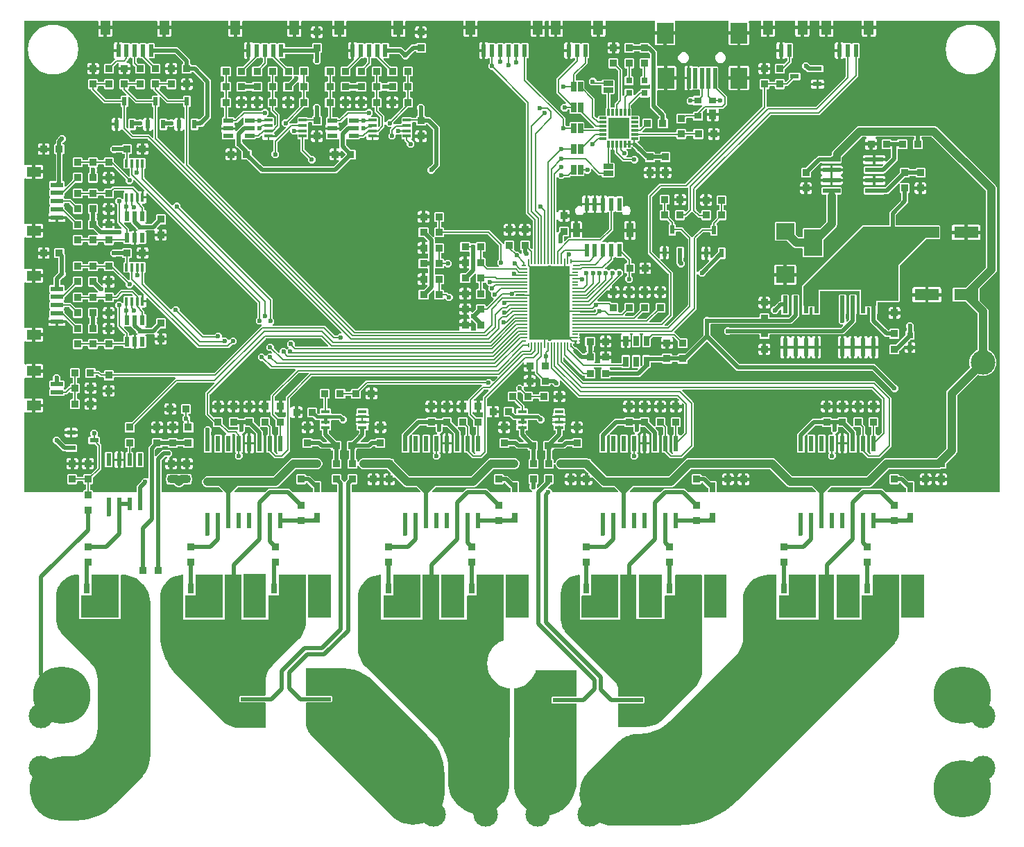
<source format=gbr>
G04 EAGLE Gerber RS-274X export*
G75*
%MOMM*%
%FSLAX34Y34*%
%LPD*%
%INTop Copper*%
%IPPOS*%
%AMOC8*
5,1,8,0,0,1.08239X$1,22.5*%
G01*
%ADD10R,0.900000X0.900000*%
%ADD11R,3.000000X1.400000*%
%ADD12R,0.700000X1.200000*%
%ADD13R,0.600000X1.100000*%
%ADD14R,1.100000X0.600000*%
%ADD15R,0.900000X0.800000*%
%ADD16R,0.900000X1.200000*%
%ADD17R,2.200000X2.000000*%
%ADD18R,0.600000X1.550000*%
%ADD19R,1.200000X1.800000*%
%ADD20R,1.550000X0.600000*%
%ADD21R,1.800000X1.200000*%
%ADD22R,2.300000X3.200000*%
%ADD23R,0.650000X1.150000*%
%ADD24R,0.650000X1.350000*%
%ADD25R,1.000000X1.350000*%
%ADD26R,0.600000X1.900000*%
%ADD27R,2.700000X2.592000*%
%ADD28R,2.700000X0.508000*%
%ADD29R,2.000000X2.500000*%
%ADD30R,0.500000X2.500000*%
%ADD31R,5.000000X9.000000*%
%ADD32R,0.225000X0.600000*%
%ADD33R,0.225000X0.700000*%
%ADD34R,0.600000X0.225000*%
%ADD35R,0.700000X0.225000*%
%ADD36R,0.640000X1.300000*%
%ADD37R,0.450000X1.000000*%
%ADD38R,1.000000X0.450000*%
%ADD39R,0.600000X2.200000*%
%ADD40R,2.200000X0.600000*%
%ADD41R,0.800000X0.800000*%
%ADD42R,0.600000X1.600000*%
%ADD43R,0.850000X1.800000*%
%ADD44R,1.200000X0.550000*%
%ADD45R,0.550000X1.200000*%
%ADD46C,3.000000*%
%ADD47C,7.000000*%
%ADD48C,0.452400*%
%ADD49R,1.100000X0.400000*%
%ADD50R,2.550000X2.550000*%
%ADD51R,0.300000X0.850000*%
%ADD52R,0.850000X0.300000*%
%ADD53R,1.270000X0.635000*%
%ADD54R,0.635000X1.270000*%
%ADD55C,0.600000*%
%ADD56C,0.200000*%
%ADD57C,0.508000*%
%ADD58C,0.406400*%
%ADD59C,0.152400*%
%ADD60C,1.016000*%
%ADD61C,0.400000*%

G36*
X75590Y419010D02*
X75590Y419010D01*
X75654Y419009D01*
X75729Y419030D01*
X75805Y419041D01*
X75864Y419067D01*
X75926Y419084D01*
X75992Y419125D01*
X76062Y419157D01*
X76111Y419199D01*
X76166Y419232D01*
X76218Y419290D01*
X76276Y419340D01*
X76312Y419394D01*
X76355Y419442D01*
X76388Y419511D01*
X76431Y419576D01*
X76450Y419638D01*
X76478Y419695D01*
X76489Y419765D01*
X76513Y419846D01*
X76514Y419931D01*
X76525Y420000D01*
X76525Y421032D01*
X77418Y421925D01*
X79026Y421925D01*
X79090Y421934D01*
X79154Y421933D01*
X79229Y421954D01*
X79305Y421965D01*
X79364Y421991D01*
X79426Y422008D01*
X79492Y422049D01*
X79562Y422081D01*
X79611Y422123D01*
X79666Y422156D01*
X79718Y422214D01*
X79776Y422264D01*
X79812Y422318D01*
X79855Y422366D01*
X79888Y422435D01*
X79931Y422500D01*
X79950Y422562D01*
X79978Y422619D01*
X79989Y422689D01*
X80013Y422770D01*
X80014Y422855D01*
X80025Y422924D01*
X80025Y427976D01*
X80016Y428040D01*
X80017Y428104D01*
X79996Y428179D01*
X79985Y428255D01*
X79959Y428314D01*
X79942Y428376D01*
X79901Y428442D01*
X79869Y428512D01*
X79827Y428561D01*
X79794Y428616D01*
X79736Y428668D01*
X79686Y428726D01*
X79632Y428762D01*
X79584Y428805D01*
X79515Y428838D01*
X79450Y428881D01*
X79388Y428900D01*
X79331Y428928D01*
X79261Y428939D01*
X79180Y428963D01*
X79095Y428964D01*
X79026Y428975D01*
X77418Y428975D01*
X76525Y429868D01*
X76525Y431476D01*
X76516Y431540D01*
X76517Y431604D01*
X76496Y431679D01*
X76485Y431755D01*
X76459Y431814D01*
X76442Y431876D01*
X76401Y431942D01*
X76369Y432012D01*
X76327Y432061D01*
X76294Y432116D01*
X76236Y432168D01*
X76186Y432226D01*
X76132Y432262D01*
X76084Y432305D01*
X76015Y432338D01*
X75950Y432381D01*
X75888Y432400D01*
X75831Y432428D01*
X75761Y432439D01*
X75680Y432463D01*
X75595Y432464D01*
X75526Y432475D01*
X70524Y432475D01*
X70460Y432466D01*
X70396Y432467D01*
X70321Y432446D01*
X70245Y432435D01*
X70186Y432409D01*
X70124Y432392D01*
X70058Y432351D01*
X69988Y432319D01*
X69939Y432277D01*
X69884Y432244D01*
X69832Y432186D01*
X69774Y432136D01*
X69738Y432082D01*
X69695Y432034D01*
X69662Y431965D01*
X69619Y431900D01*
X69600Y431838D01*
X69572Y431781D01*
X69561Y431711D01*
X69537Y431630D01*
X69536Y431545D01*
X69525Y431476D01*
X69525Y429868D01*
X68632Y428975D01*
X58368Y428975D01*
X57475Y429868D01*
X57475Y440132D01*
X58368Y441025D01*
X68632Y441025D01*
X69525Y440132D01*
X69525Y438524D01*
X69534Y438460D01*
X69533Y438396D01*
X69554Y438321D01*
X69565Y438245D01*
X69591Y438186D01*
X69608Y438124D01*
X69649Y438058D01*
X69681Y437988D01*
X69723Y437939D01*
X69756Y437884D01*
X69814Y437832D01*
X69864Y437774D01*
X69918Y437738D01*
X69966Y437695D01*
X70035Y437662D01*
X70100Y437619D01*
X70162Y437600D01*
X70219Y437572D01*
X70289Y437561D01*
X70370Y437537D01*
X70455Y437536D01*
X70524Y437525D01*
X75526Y437525D01*
X75590Y437534D01*
X75654Y437533D01*
X75729Y437554D01*
X75805Y437565D01*
X75864Y437591D01*
X75926Y437608D01*
X75992Y437649D01*
X76062Y437681D01*
X76111Y437723D01*
X76166Y437756D01*
X76218Y437814D01*
X76276Y437864D01*
X76312Y437918D01*
X76355Y437966D01*
X76388Y438035D01*
X76431Y438100D01*
X76450Y438162D01*
X76478Y438219D01*
X76489Y438289D01*
X76513Y438370D01*
X76514Y438455D01*
X76525Y438524D01*
X76525Y440132D01*
X77418Y441025D01*
X85225Y441025D01*
X85320Y441038D01*
X85416Y441043D01*
X85460Y441058D01*
X85505Y441065D01*
X85592Y441104D01*
X85683Y441136D01*
X85717Y441161D01*
X85761Y441181D01*
X85859Y441264D01*
X85932Y441317D01*
X93733Y449118D01*
X93790Y449195D01*
X93855Y449266D01*
X93875Y449307D01*
X93902Y449344D01*
X93936Y449434D01*
X93978Y449520D01*
X93984Y449562D01*
X94001Y449608D01*
X94011Y449735D01*
X94025Y449825D01*
X94025Y474790D01*
X94012Y474885D01*
X94007Y474981D01*
X93992Y475025D01*
X93985Y475070D01*
X93946Y475157D01*
X93914Y475248D01*
X93889Y475282D01*
X93869Y475326D01*
X93786Y475424D01*
X93733Y475497D01*
X91447Y477783D01*
X91370Y477840D01*
X91299Y477905D01*
X91258Y477925D01*
X91221Y477952D01*
X91131Y477986D01*
X91045Y478028D01*
X91003Y478034D01*
X90957Y478051D01*
X90830Y478061D01*
X90740Y478075D01*
X84068Y478075D01*
X83175Y478968D01*
X83175Y486232D01*
X84068Y487125D01*
X85089Y487125D01*
X85121Y487129D01*
X85153Y487127D01*
X85260Y487149D01*
X85368Y487165D01*
X85398Y487178D01*
X85429Y487184D01*
X85526Y487236D01*
X85625Y487281D01*
X85650Y487302D01*
X85678Y487317D01*
X85756Y487393D01*
X85839Y487464D01*
X85857Y487491D01*
X85880Y487514D01*
X85934Y487609D01*
X85994Y487700D01*
X86003Y487731D01*
X86019Y487759D01*
X86044Y487865D01*
X86076Y487970D01*
X86077Y488002D01*
X86084Y488033D01*
X86079Y488143D01*
X86080Y488252D01*
X86071Y488283D01*
X86070Y488315D01*
X86034Y488418D01*
X86005Y488524D01*
X85988Y488551D01*
X85977Y488582D01*
X85924Y488655D01*
X85857Y488764D01*
X85821Y488796D01*
X85796Y488831D01*
X85645Y488981D01*
X85645Y492729D01*
X88296Y495380D01*
X92044Y495380D01*
X94695Y492729D01*
X94695Y488981D01*
X94544Y488831D01*
X94525Y488805D01*
X94501Y488784D01*
X94441Y488692D01*
X94375Y488605D01*
X94364Y488575D01*
X94346Y488548D01*
X94314Y488443D01*
X94276Y488341D01*
X94273Y488309D01*
X94264Y488278D01*
X94262Y488169D01*
X94254Y488060D01*
X94260Y488028D01*
X94260Y487996D01*
X94289Y487891D01*
X94311Y487784D01*
X94327Y487755D01*
X94335Y487724D01*
X94393Y487631D01*
X94444Y487535D01*
X94466Y487512D01*
X94483Y487484D01*
X94565Y487411D01*
X94641Y487333D01*
X94669Y487317D01*
X94693Y487295D01*
X94791Y487248D01*
X94886Y487194D01*
X94917Y487186D01*
X94946Y487172D01*
X95036Y487158D01*
X95160Y487129D01*
X95209Y487131D01*
X95251Y487125D01*
X96332Y487125D01*
X97225Y486232D01*
X97225Y479560D01*
X97238Y479465D01*
X97243Y479369D01*
X97258Y479326D01*
X97265Y479280D01*
X97304Y479193D01*
X97336Y479102D01*
X97361Y479068D01*
X97381Y479024D01*
X97464Y478926D01*
X97517Y478853D01*
X99075Y477296D01*
X99075Y447319D01*
X88867Y437112D01*
X88810Y437035D01*
X88745Y436964D01*
X88725Y436923D01*
X88698Y436886D01*
X88664Y436796D01*
X88622Y436710D01*
X88616Y436668D01*
X88599Y436622D01*
X88589Y436495D01*
X88575Y436405D01*
X88575Y429868D01*
X87682Y428975D01*
X86074Y428975D01*
X86010Y428966D01*
X85946Y428967D01*
X85871Y428946D01*
X85795Y428935D01*
X85736Y428909D01*
X85674Y428892D01*
X85608Y428851D01*
X85538Y428819D01*
X85489Y428777D01*
X85434Y428744D01*
X85382Y428686D01*
X85324Y428636D01*
X85288Y428582D01*
X85245Y428534D01*
X85212Y428465D01*
X85169Y428400D01*
X85150Y428338D01*
X85122Y428281D01*
X85111Y428211D01*
X85087Y428130D01*
X85086Y428045D01*
X85075Y427976D01*
X85075Y422924D01*
X85084Y422860D01*
X85083Y422796D01*
X85104Y422721D01*
X85115Y422645D01*
X85141Y422586D01*
X85158Y422524D01*
X85199Y422458D01*
X85231Y422388D01*
X85273Y422339D01*
X85306Y422284D01*
X85364Y422232D01*
X85414Y422174D01*
X85468Y422138D01*
X85516Y422095D01*
X85585Y422062D01*
X85650Y422019D01*
X85712Y422000D01*
X85769Y421972D01*
X85839Y421961D01*
X85920Y421937D01*
X86005Y421936D01*
X86074Y421925D01*
X87682Y421925D01*
X88575Y421032D01*
X88575Y420000D01*
X88584Y419936D01*
X88583Y419872D01*
X88604Y419797D01*
X88615Y419721D01*
X88641Y419662D01*
X88658Y419600D01*
X88699Y419534D01*
X88731Y419464D01*
X88773Y419415D01*
X88806Y419360D01*
X88864Y419308D01*
X88914Y419250D01*
X88968Y419214D01*
X89016Y419171D01*
X89085Y419138D01*
X89150Y419095D01*
X89212Y419076D01*
X89269Y419048D01*
X89339Y419037D01*
X89420Y419013D01*
X89505Y419012D01*
X89574Y419001D01*
X140986Y419001D01*
X141050Y419010D01*
X141114Y419009D01*
X141189Y419030D01*
X141265Y419041D01*
X141324Y419067D01*
X141386Y419084D01*
X141452Y419125D01*
X141522Y419157D01*
X141571Y419199D01*
X141626Y419232D01*
X141678Y419290D01*
X141736Y419340D01*
X141772Y419394D01*
X141815Y419442D01*
X141848Y419511D01*
X141891Y419576D01*
X141910Y419638D01*
X141938Y419695D01*
X141949Y419765D01*
X141973Y419846D01*
X141974Y419931D01*
X141985Y420000D01*
X141985Y426804D01*
X147583Y432401D01*
X147640Y432478D01*
X147705Y432549D01*
X147725Y432590D01*
X147752Y432627D01*
X147786Y432717D01*
X147828Y432803D01*
X147834Y432845D01*
X147851Y432890D01*
X147861Y433018D01*
X147875Y433108D01*
X147875Y433674D01*
X150526Y436325D01*
X154274Y436325D01*
X154484Y436114D01*
X154510Y436095D01*
X154531Y436071D01*
X154623Y436011D01*
X154710Y435945D01*
X154740Y435934D01*
X154767Y435916D01*
X154872Y435884D01*
X154974Y435846D01*
X155006Y435843D01*
X155037Y435834D01*
X155146Y435832D01*
X155255Y435824D01*
X155287Y435830D01*
X155319Y435830D01*
X155424Y435859D01*
X155531Y435881D01*
X155560Y435897D01*
X155591Y435905D01*
X155684Y435963D01*
X155780Y436014D01*
X155803Y436036D01*
X155831Y436053D01*
X155904Y436135D01*
X155982Y436211D01*
X155998Y436239D01*
X156020Y436263D01*
X156067Y436361D01*
X156121Y436456D01*
X156129Y436487D01*
X156143Y436516D01*
X156157Y436606D01*
X156186Y436730D01*
X156184Y436779D01*
X156190Y436821D01*
X156190Y474384D01*
X160688Y478881D01*
X160745Y478958D01*
X160810Y479029D01*
X160830Y479070D01*
X160857Y479107D01*
X160891Y479197D01*
X160933Y479283D01*
X160939Y479325D01*
X160956Y479370D01*
X160966Y479498D01*
X160980Y479588D01*
X160980Y484582D01*
X161873Y485475D01*
X172137Y485475D01*
X173030Y484582D01*
X173030Y484514D01*
X173039Y484450D01*
X173038Y484386D01*
X173059Y484311D01*
X173070Y484235D01*
X173096Y484176D01*
X173113Y484114D01*
X173154Y484048D01*
X173186Y483978D01*
X173228Y483929D01*
X173261Y483874D01*
X173319Y483822D01*
X173369Y483764D01*
X173423Y483728D01*
X173471Y483685D01*
X173540Y483652D01*
X173605Y483609D01*
X173667Y483590D01*
X173724Y483562D01*
X173794Y483551D01*
X173875Y483527D01*
X173960Y483526D01*
X174029Y483515D01*
X179031Y483515D01*
X179095Y483524D01*
X179159Y483523D01*
X179234Y483544D01*
X179310Y483555D01*
X179369Y483581D01*
X179431Y483598D01*
X179497Y483639D01*
X179567Y483671D01*
X179616Y483713D01*
X179671Y483746D01*
X179723Y483804D01*
X179781Y483854D01*
X179817Y483908D01*
X179860Y483956D01*
X179893Y484025D01*
X179936Y484090D01*
X179955Y484152D01*
X179983Y484209D01*
X179994Y484279D01*
X180018Y484360D01*
X180019Y484445D01*
X180030Y484514D01*
X180030Y484582D01*
X180923Y485475D01*
X191187Y485475D01*
X192080Y484582D01*
X192080Y484514D01*
X192089Y484450D01*
X192088Y484386D01*
X192109Y484311D01*
X192120Y484235D01*
X192146Y484176D01*
X192163Y484114D01*
X192204Y484048D01*
X192236Y483978D01*
X192278Y483929D01*
X192311Y483874D01*
X192369Y483822D01*
X192419Y483764D01*
X192473Y483728D01*
X192521Y483685D01*
X192590Y483652D01*
X192655Y483609D01*
X192717Y483590D01*
X192774Y483562D01*
X192844Y483551D01*
X192925Y483527D01*
X193010Y483526D01*
X193079Y483515D01*
X198081Y483515D01*
X198145Y483524D01*
X198209Y483523D01*
X198284Y483544D01*
X198360Y483555D01*
X198419Y483581D01*
X198481Y483598D01*
X198547Y483639D01*
X198617Y483671D01*
X198666Y483713D01*
X198721Y483746D01*
X198773Y483804D01*
X198831Y483854D01*
X198867Y483908D01*
X198910Y483956D01*
X198943Y484025D01*
X198986Y484090D01*
X199005Y484152D01*
X199033Y484209D01*
X199044Y484279D01*
X199068Y484360D01*
X199069Y484445D01*
X199080Y484514D01*
X199080Y484582D01*
X199973Y485475D01*
X210237Y485475D01*
X211130Y484582D01*
X211130Y474318D01*
X210237Y473425D01*
X199973Y473425D01*
X199080Y474318D01*
X199080Y474386D01*
X199071Y474450D01*
X199072Y474514D01*
X199051Y474589D01*
X199040Y474665D01*
X199014Y474724D01*
X198997Y474786D01*
X198956Y474852D01*
X198924Y474922D01*
X198882Y474971D01*
X198849Y475026D01*
X198791Y475078D01*
X198741Y475136D01*
X198687Y475172D01*
X198639Y475215D01*
X198570Y475248D01*
X198505Y475291D01*
X198443Y475310D01*
X198386Y475338D01*
X198316Y475349D01*
X198235Y475373D01*
X198150Y475374D01*
X198081Y475385D01*
X193079Y475385D01*
X193015Y475376D01*
X192951Y475377D01*
X192876Y475356D01*
X192800Y475345D01*
X192741Y475319D01*
X192679Y475302D01*
X192613Y475261D01*
X192543Y475229D01*
X192494Y475187D01*
X192439Y475154D01*
X192387Y475096D01*
X192329Y475046D01*
X192293Y474992D01*
X192250Y474944D01*
X192217Y474875D01*
X192174Y474810D01*
X192155Y474748D01*
X192127Y474691D01*
X192116Y474621D01*
X192092Y474540D01*
X192091Y474455D01*
X192080Y474386D01*
X192080Y474318D01*
X191187Y473425D01*
X180923Y473425D01*
X180030Y474318D01*
X180030Y474386D01*
X180021Y474450D01*
X180022Y474514D01*
X180001Y474589D01*
X179990Y474665D01*
X179964Y474724D01*
X179947Y474786D01*
X179906Y474852D01*
X179874Y474922D01*
X179832Y474971D01*
X179799Y475026D01*
X179741Y475078D01*
X179691Y475136D01*
X179637Y475172D01*
X179589Y475215D01*
X179520Y475248D01*
X179455Y475291D01*
X179393Y475310D01*
X179336Y475338D01*
X179266Y475349D01*
X179185Y475373D01*
X179100Y475374D01*
X179031Y475385D01*
X174029Y475385D01*
X173965Y475376D01*
X173901Y475377D01*
X173826Y475356D01*
X173750Y475345D01*
X173691Y475319D01*
X173629Y475302D01*
X173563Y475261D01*
X173493Y475229D01*
X173444Y475187D01*
X173389Y475154D01*
X173337Y475096D01*
X173279Y475046D01*
X173243Y474992D01*
X173200Y474944D01*
X173167Y474875D01*
X173124Y474810D01*
X173105Y474748D01*
X173077Y474691D01*
X173066Y474621D01*
X173042Y474540D01*
X173041Y474455D01*
X173030Y474386D01*
X173030Y474318D01*
X172137Y473425D01*
X167143Y473425D01*
X167048Y473412D01*
X166951Y473407D01*
X166908Y473392D01*
X166863Y473385D01*
X166776Y473346D01*
X166685Y473314D01*
X166651Y473289D01*
X166606Y473269D01*
X166509Y473186D01*
X166436Y473133D01*
X164612Y471309D01*
X164555Y471232D01*
X164490Y471161D01*
X164470Y471120D01*
X164443Y471083D01*
X164409Y470993D01*
X164367Y470907D01*
X164361Y470865D01*
X164344Y470820D01*
X164334Y470692D01*
X164320Y470602D01*
X164320Y463881D01*
X164324Y463849D01*
X164322Y463816D01*
X164344Y463709D01*
X164360Y463601D01*
X164373Y463572D01*
X164379Y463540D01*
X164431Y463444D01*
X164476Y463344D01*
X164497Y463320D01*
X164512Y463291D01*
X164588Y463213D01*
X164659Y463130D01*
X164686Y463112D01*
X164709Y463089D01*
X164804Y463036D01*
X164895Y462976D01*
X164926Y462966D01*
X164954Y462950D01*
X165060Y462925D01*
X165165Y462893D01*
X165197Y462893D01*
X165228Y462885D01*
X165338Y462891D01*
X165447Y462889D01*
X165478Y462898D01*
X165510Y462900D01*
X165613Y462935D01*
X165719Y462965D01*
X165746Y462982D01*
X165777Y462992D01*
X165850Y463046D01*
X165959Y463113D01*
X165991Y463149D01*
X166026Y463174D01*
X166859Y464007D01*
X166859Y464008D01*
X173641Y470790D01*
X178227Y470790D01*
X178322Y470803D01*
X178418Y470808D01*
X178461Y470823D01*
X178506Y470830D01*
X178594Y470869D01*
X178684Y470901D01*
X178719Y470926D01*
X178763Y470946D01*
X178860Y471029D01*
X178933Y471082D01*
X179101Y471250D01*
X182849Y471250D01*
X185500Y468599D01*
X185500Y464851D01*
X182772Y462123D01*
X182750Y462117D01*
X182684Y462076D01*
X182614Y462044D01*
X182565Y462002D01*
X182510Y461969D01*
X182458Y461911D01*
X182400Y461861D01*
X182364Y461807D01*
X182321Y461759D01*
X182288Y461690D01*
X182245Y461625D01*
X182226Y461563D01*
X182198Y461506D01*
X182188Y461436D01*
X182163Y461355D01*
X182162Y461270D01*
X182151Y461201D01*
X182151Y455999D01*
X177109Y455999D01*
X177109Y458835D01*
X177282Y459481D01*
X177617Y460060D01*
X178090Y460533D01*
X178545Y460796D01*
X178562Y460809D01*
X178581Y460818D01*
X178672Y460895D01*
X178767Y460970D01*
X178779Y460987D01*
X178796Y461001D01*
X178861Y461101D01*
X178931Y461199D01*
X178938Y461219D01*
X178950Y461237D01*
X178985Y461352D01*
X179025Y461465D01*
X179026Y461486D01*
X179032Y461507D01*
X179034Y461627D01*
X179041Y461746D01*
X179036Y461767D01*
X179036Y461789D01*
X179004Y461905D01*
X178977Y462021D01*
X178967Y462040D01*
X178961Y462061D01*
X178898Y462163D01*
X178839Y462267D01*
X178824Y462282D01*
X178813Y462301D01*
X178724Y462381D01*
X178638Y462465D01*
X178619Y462475D01*
X178603Y462490D01*
X178496Y462542D01*
X178390Y462599D01*
X178369Y462603D01*
X178350Y462613D01*
X178259Y462627D01*
X178114Y462658D01*
X178078Y462655D01*
X178045Y462660D01*
X177423Y462660D01*
X177328Y462647D01*
X177231Y462642D01*
X177188Y462627D01*
X177143Y462620D01*
X177056Y462581D01*
X176965Y462549D01*
X176931Y462524D01*
X176886Y462504D01*
X176789Y462421D01*
X176716Y462368D01*
X172607Y458259D01*
X172550Y458182D01*
X172485Y458111D01*
X172465Y458070D01*
X172438Y458033D01*
X172404Y457943D01*
X172362Y457857D01*
X172356Y457815D01*
X172339Y457770D01*
X172329Y457642D01*
X172315Y457552D01*
X172315Y420000D01*
X172324Y419936D01*
X172323Y419872D01*
X172344Y419797D01*
X172355Y419721D01*
X172381Y419662D01*
X172398Y419600D01*
X172439Y419534D01*
X172471Y419464D01*
X172513Y419415D01*
X172546Y419360D01*
X172604Y419308D01*
X172654Y419250D01*
X172708Y419214D01*
X172756Y419171D01*
X172825Y419138D01*
X172890Y419095D01*
X172952Y419076D01*
X173009Y419048D01*
X173079Y419037D01*
X173160Y419013D01*
X173245Y419012D01*
X173314Y419001D01*
X245938Y419001D01*
X245970Y419005D01*
X246003Y419003D01*
X246109Y419025D01*
X246218Y419041D01*
X246247Y419054D01*
X246279Y419060D01*
X246375Y419112D01*
X246475Y419157D01*
X246499Y419178D01*
X246528Y419193D01*
X246606Y419269D01*
X246689Y419340D01*
X246707Y419367D01*
X246730Y419390D01*
X246783Y419485D01*
X246843Y419576D01*
X246853Y419607D01*
X246869Y419635D01*
X246894Y419742D01*
X246926Y419846D01*
X246926Y419878D01*
X246934Y419909D01*
X246928Y420019D01*
X246929Y420128D01*
X246921Y420159D01*
X246919Y420191D01*
X246883Y420294D01*
X246854Y420400D01*
X246837Y420427D01*
X246827Y420458D01*
X246773Y420531D01*
X246706Y420640D01*
X246670Y420672D01*
X246645Y420707D01*
X242449Y424903D01*
X242372Y424960D01*
X242301Y425025D01*
X242260Y425045D01*
X242223Y425072D01*
X242133Y425106D01*
X242047Y425148D01*
X242005Y425154D01*
X241960Y425171D01*
X241832Y425181D01*
X241742Y425195D01*
X227286Y425195D01*
X224859Y426201D01*
X223001Y428059D01*
X221995Y430486D01*
X221995Y433114D01*
X223001Y435541D01*
X224859Y437399D01*
X227286Y438405D01*
X308000Y438405D01*
X308095Y438418D01*
X308191Y438423D01*
X308235Y438438D01*
X308280Y438445D01*
X308367Y438484D01*
X308458Y438516D01*
X308492Y438541D01*
X308536Y438561D01*
X308634Y438644D01*
X308707Y438697D01*
X329609Y459599D01*
X332036Y460605D01*
X360377Y460605D01*
X360418Y460611D01*
X360460Y460608D01*
X360544Y460629D01*
X360552Y460630D01*
X363264Y460630D01*
X365691Y459624D01*
X367549Y457766D01*
X368555Y455339D01*
X368555Y452711D01*
X367549Y450284D01*
X365666Y448401D01*
X363239Y447395D01*
X336500Y447395D01*
X336405Y447382D01*
X336309Y447377D01*
X336265Y447362D01*
X336220Y447355D01*
X336133Y447316D01*
X336042Y447284D01*
X336008Y447259D01*
X335964Y447239D01*
X335866Y447156D01*
X335793Y447103D01*
X314891Y426201D01*
X312464Y425195D01*
X266258Y425195D01*
X266163Y425182D01*
X266066Y425177D01*
X266023Y425162D01*
X265978Y425155D01*
X265891Y425116D01*
X265800Y425084D01*
X265766Y425059D01*
X265721Y425039D01*
X265624Y424956D01*
X265551Y424903D01*
X261355Y420707D01*
X261336Y420681D01*
X261311Y420660D01*
X261251Y420568D01*
X261186Y420481D01*
X261174Y420451D01*
X261157Y420424D01*
X261125Y420319D01*
X261086Y420217D01*
X261084Y420185D01*
X261074Y420154D01*
X261073Y420045D01*
X261064Y419936D01*
X261071Y419904D01*
X261071Y419872D01*
X261100Y419767D01*
X261122Y419660D01*
X261137Y419631D01*
X261146Y419600D01*
X261203Y419507D01*
X261254Y419411D01*
X261277Y419388D01*
X261294Y419360D01*
X261375Y419287D01*
X261451Y419209D01*
X261479Y419193D01*
X261503Y419171D01*
X261601Y419124D01*
X261697Y419070D01*
X261728Y419062D01*
X261757Y419048D01*
X261846Y419034D01*
X261971Y419005D01*
X262020Y419007D01*
X262062Y419001D01*
X298538Y419001D01*
X298633Y419014D01*
X298730Y419019D01*
X298773Y419034D01*
X298818Y419041D01*
X298905Y419080D01*
X298996Y419112D01*
X299030Y419137D01*
X299075Y419157D01*
X299172Y419240D01*
X299245Y419293D01*
X303116Y423165D01*
X328684Y423165D01*
X332555Y419293D01*
X332632Y419236D01*
X332703Y419171D01*
X332744Y419151D01*
X332781Y419124D01*
X332871Y419090D01*
X332957Y419048D01*
X332999Y419042D01*
X333044Y419025D01*
X333172Y419015D01*
X333262Y419001D01*
X355926Y419001D01*
X355990Y419010D01*
X356054Y419009D01*
X356129Y419030D01*
X356205Y419041D01*
X356264Y419067D01*
X356326Y419084D01*
X356392Y419125D01*
X356462Y419157D01*
X356511Y419199D01*
X356566Y419232D01*
X356618Y419290D01*
X356676Y419340D01*
X356712Y419394D01*
X356755Y419442D01*
X356788Y419511D01*
X356831Y419576D01*
X356850Y419638D01*
X356878Y419695D01*
X356889Y419765D01*
X356913Y419846D01*
X356914Y419931D01*
X356925Y420000D01*
X356925Y423762D01*
X356912Y423857D01*
X356907Y423954D01*
X356892Y423997D01*
X356885Y424042D01*
X356846Y424129D01*
X356814Y424220D01*
X356789Y424254D01*
X356769Y424299D01*
X356686Y424396D01*
X356633Y424469D01*
X350631Y430471D01*
X350605Y430490D01*
X350584Y430515D01*
X350492Y430575D01*
X350405Y430640D01*
X350375Y430652D01*
X350348Y430669D01*
X350243Y430701D01*
X350141Y430740D01*
X350109Y430742D01*
X350078Y430752D01*
X349969Y430753D01*
X349860Y430762D01*
X349828Y430755D01*
X349796Y430756D01*
X349691Y430726D01*
X349584Y430704D01*
X349555Y430689D01*
X349524Y430680D01*
X349431Y430623D01*
X349335Y430572D01*
X349312Y430549D01*
X349284Y430532D01*
X349211Y430451D01*
X349133Y430375D01*
X349117Y430347D01*
X349095Y430323D01*
X349048Y430225D01*
X348994Y430129D01*
X348986Y430098D01*
X348972Y430069D01*
X348958Y429980D01*
X348934Y429878D01*
X348032Y428975D01*
X337768Y428975D01*
X336875Y429868D01*
X336875Y440132D01*
X337768Y441025D01*
X348032Y441025D01*
X348925Y440132D01*
X348925Y440064D01*
X348934Y440000D01*
X348933Y439936D01*
X348954Y439861D01*
X348965Y439785D01*
X348991Y439726D01*
X349008Y439664D01*
X349049Y439598D01*
X349081Y439528D01*
X349123Y439479D01*
X349156Y439424D01*
X349214Y439372D01*
X349264Y439314D01*
X349318Y439278D01*
X349366Y439235D01*
X349435Y439202D01*
X349500Y439159D01*
X349562Y439140D01*
X349619Y439112D01*
X349689Y439101D01*
X349770Y439077D01*
X349855Y439076D01*
X349924Y439065D01*
X353534Y439065D01*
X356207Y436391D01*
X359881Y432717D01*
X359958Y432660D01*
X360029Y432595D01*
X360070Y432575D01*
X360107Y432548D01*
X360197Y432514D01*
X360283Y432472D01*
X360325Y432466D01*
X360370Y432449D01*
X360498Y432439D01*
X360588Y432425D01*
X366082Y432425D01*
X366975Y431532D01*
X366975Y420000D01*
X366984Y419936D01*
X366983Y419872D01*
X367004Y419797D01*
X367015Y419721D01*
X367041Y419662D01*
X367058Y419600D01*
X367099Y419534D01*
X367131Y419464D01*
X367173Y419415D01*
X367206Y419360D01*
X367264Y419308D01*
X367314Y419250D01*
X367368Y419214D01*
X367416Y419171D01*
X367485Y419138D01*
X367550Y419095D01*
X367612Y419076D01*
X367669Y419048D01*
X367739Y419037D01*
X367820Y419013D01*
X367905Y419012D01*
X367974Y419001D01*
X385871Y419001D01*
X385935Y419010D01*
X385999Y419009D01*
X386074Y419030D01*
X386150Y419041D01*
X386209Y419067D01*
X386271Y419084D01*
X386337Y419125D01*
X386407Y419157D01*
X386456Y419199D01*
X386511Y419232D01*
X386563Y419290D01*
X386622Y419340D01*
X386657Y419394D01*
X386700Y419442D01*
X386734Y419511D01*
X386776Y419576D01*
X386795Y419638D01*
X386823Y419695D01*
X386834Y419765D01*
X386859Y419846D01*
X386860Y419931D01*
X386871Y420000D01*
X386871Y427976D01*
X386861Y428040D01*
X386862Y428104D01*
X386842Y428179D01*
X386831Y428255D01*
X386804Y428314D01*
X386787Y428376D01*
X386746Y428442D01*
X386714Y428512D01*
X386673Y428561D01*
X386639Y428616D01*
X386581Y428668D01*
X386531Y428726D01*
X386477Y428762D01*
X386430Y428805D01*
X386360Y428838D01*
X386295Y428881D01*
X386234Y428900D01*
X386176Y428928D01*
X386106Y428939D01*
X386025Y428963D01*
X385941Y428964D01*
X385871Y428975D01*
X380948Y428975D01*
X380055Y429868D01*
X380055Y440132D01*
X380948Y441025D01*
X391212Y441025D01*
X392105Y440132D01*
X392105Y435138D01*
X392118Y435043D01*
X392123Y434946D01*
X392138Y434903D01*
X392145Y434858D01*
X392184Y434771D01*
X392216Y434680D01*
X392241Y434646D01*
X392261Y434601D01*
X392344Y434504D01*
X392397Y434431D01*
X394898Y431930D01*
X394950Y431891D01*
X394995Y431845D01*
X395062Y431807D01*
X395124Y431761D01*
X395184Y431738D01*
X395240Y431706D01*
X395315Y431688D01*
X395388Y431661D01*
X395452Y431656D01*
X395514Y431641D01*
X395592Y431645D01*
X395669Y431639D01*
X395732Y431652D01*
X395796Y431656D01*
X395869Y431681D01*
X395945Y431697D01*
X396002Y431727D01*
X396063Y431748D01*
X396119Y431790D01*
X396194Y431829D01*
X396255Y431889D01*
X396312Y431930D01*
X398813Y434431D01*
X398870Y434508D01*
X398935Y434579D01*
X398955Y434620D01*
X398982Y434657D01*
X399016Y434747D01*
X399058Y434833D01*
X399064Y434875D01*
X399081Y434920D01*
X399091Y435048D01*
X399105Y435138D01*
X399105Y440132D01*
X399998Y441025D01*
X410262Y441025D01*
X411155Y440132D01*
X411155Y429868D01*
X410262Y428975D01*
X405268Y428975D01*
X405173Y428962D01*
X405076Y428957D01*
X405033Y428942D01*
X404988Y428935D01*
X404901Y428896D01*
X404810Y428864D01*
X404776Y428839D01*
X404731Y428819D01*
X404634Y428736D01*
X404561Y428683D01*
X404407Y428529D01*
X404350Y428452D01*
X404285Y428381D01*
X404265Y428340D01*
X404238Y428303D01*
X404204Y428213D01*
X404162Y428127D01*
X404156Y428085D01*
X404139Y428040D01*
X404129Y427912D01*
X404115Y427822D01*
X404115Y420000D01*
X404124Y419936D01*
X404123Y419872D01*
X404144Y419797D01*
X404155Y419721D01*
X404181Y419662D01*
X404198Y419600D01*
X404239Y419534D01*
X404271Y419464D01*
X404313Y419415D01*
X404346Y419360D01*
X404404Y419308D01*
X404454Y419250D01*
X404508Y419214D01*
X404556Y419171D01*
X404625Y419138D01*
X404690Y419095D01*
X404752Y419076D01*
X404809Y419048D01*
X404879Y419037D01*
X404960Y419013D01*
X405045Y419012D01*
X405114Y419001D01*
X487238Y419001D01*
X487270Y419005D01*
X487303Y419003D01*
X487409Y419025D01*
X487518Y419041D01*
X487547Y419054D01*
X487579Y419060D01*
X487675Y419112D01*
X487775Y419157D01*
X487799Y419178D01*
X487828Y419193D01*
X487906Y419269D01*
X487989Y419340D01*
X488007Y419367D01*
X488030Y419390D01*
X488083Y419485D01*
X488143Y419576D01*
X488153Y419607D01*
X488169Y419635D01*
X488194Y419742D01*
X488226Y419846D01*
X488226Y419878D01*
X488234Y419909D01*
X488228Y420019D01*
X488229Y420128D01*
X488221Y420159D01*
X488219Y420191D01*
X488183Y420294D01*
X488154Y420400D01*
X488137Y420427D01*
X488127Y420458D01*
X488073Y420531D01*
X488006Y420640D01*
X487970Y420672D01*
X487945Y420707D01*
X483749Y424903D01*
X483672Y424960D01*
X483601Y425025D01*
X483560Y425045D01*
X483523Y425072D01*
X483433Y425106D01*
X483347Y425148D01*
X483305Y425154D01*
X483260Y425171D01*
X483132Y425181D01*
X483042Y425195D01*
X471101Y425195D01*
X468674Y426201D01*
X466675Y428199D01*
X458168Y436706D01*
X458091Y436764D01*
X458020Y436829D01*
X457979Y436848D01*
X457942Y436876D01*
X457852Y436910D01*
X457766Y436952D01*
X457724Y436958D01*
X457679Y436975D01*
X457551Y436985D01*
X457461Y436999D01*
X452214Y436999D01*
X452214Y442246D01*
X452201Y442341D01*
X452196Y442438D01*
X452181Y442481D01*
X452174Y442526D01*
X452135Y442613D01*
X452103Y442704D01*
X452078Y442738D01*
X452058Y442783D01*
X451975Y442880D01*
X451921Y442953D01*
X447772Y447103D01*
X447695Y447160D01*
X447624Y447225D01*
X447583Y447245D01*
X447546Y447272D01*
X447456Y447306D01*
X447370Y447348D01*
X447328Y447354D01*
X447282Y447371D01*
X447155Y447381D01*
X447065Y447395D01*
X417811Y447395D01*
X415384Y448401D01*
X413501Y450284D01*
X413077Y451306D01*
X413033Y451381D01*
X412997Y451460D01*
X412962Y451502D01*
X412934Y451549D01*
X412870Y451609D01*
X412814Y451674D01*
X412768Y451705D01*
X412728Y451742D01*
X412651Y451781D01*
X412578Y451829D01*
X412525Y451845D01*
X412476Y451870D01*
X412391Y451886D01*
X412308Y451911D01*
X412253Y451912D01*
X412199Y451922D01*
X412113Y451914D01*
X412026Y451915D01*
X411973Y451900D01*
X411919Y451895D01*
X411838Y451863D01*
X411754Y451840D01*
X411708Y451811D01*
X411657Y451791D01*
X411588Y451737D01*
X411514Y451692D01*
X411478Y451651D01*
X411434Y451617D01*
X411383Y451547D01*
X411325Y451482D01*
X411301Y451433D01*
X411269Y451388D01*
X411240Y451307D01*
X411202Y451229D01*
X411194Y451178D01*
X411175Y451123D01*
X411168Y451009D01*
X411155Y450924D01*
X411155Y448868D01*
X410262Y447975D01*
X399998Y447975D01*
X399105Y448868D01*
X399105Y459132D01*
X399998Y460025D01*
X400066Y460025D01*
X400130Y460034D01*
X400194Y460033D01*
X400269Y460054D01*
X400345Y460065D01*
X400404Y460091D01*
X400466Y460108D01*
X400532Y460149D01*
X400602Y460181D01*
X400651Y460223D01*
X400706Y460256D01*
X400758Y460314D01*
X400816Y460364D01*
X400852Y460418D01*
X400895Y460466D01*
X400928Y460535D01*
X400971Y460600D01*
X400990Y460662D01*
X401018Y460719D01*
X401029Y460789D01*
X401053Y460870D01*
X401054Y460954D01*
X401065Y461024D01*
X401065Y469226D01*
X401056Y469290D01*
X401057Y469354D01*
X401036Y469429D01*
X401025Y469505D01*
X400999Y469564D01*
X400982Y469626D01*
X400941Y469692D01*
X400909Y469762D01*
X400867Y469811D01*
X400834Y469866D01*
X400776Y469918D01*
X400726Y469976D01*
X400672Y470012D01*
X400624Y470055D01*
X400555Y470088D01*
X400490Y470131D01*
X400428Y470150D01*
X400371Y470178D01*
X400301Y470189D01*
X400220Y470213D01*
X400135Y470214D01*
X400066Y470225D01*
X399338Y470225D01*
X398445Y471118D01*
X398445Y481382D01*
X399338Y482275D01*
X404332Y482275D01*
X404427Y482288D01*
X404524Y482293D01*
X404567Y482308D01*
X404612Y482315D01*
X404699Y482354D01*
X404790Y482386D01*
X404824Y482411D01*
X404869Y482431D01*
X404966Y482514D01*
X405039Y482567D01*
X413113Y490641D01*
X413170Y490718D01*
X413235Y490789D01*
X413255Y490830D01*
X413282Y490867D01*
X413316Y490957D01*
X413358Y491043D01*
X413364Y491085D01*
X413381Y491130D01*
X413391Y491258D01*
X413405Y491348D01*
X413405Y493726D01*
X413396Y493790D01*
X413397Y493854D01*
X413376Y493929D01*
X413365Y494005D01*
X413339Y494064D01*
X413322Y494126D01*
X413281Y494192D01*
X413249Y494262D01*
X413207Y494311D01*
X413174Y494366D01*
X413116Y494418D01*
X413066Y494476D01*
X413012Y494512D01*
X412964Y494555D01*
X412895Y494588D01*
X412830Y494631D01*
X412768Y494650D01*
X412711Y494678D01*
X412641Y494689D01*
X412560Y494713D01*
X412475Y494714D01*
X412406Y494725D01*
X411338Y494725D01*
X410445Y495618D01*
X410445Y500268D01*
X410432Y500363D01*
X410427Y500459D01*
X410412Y500502D01*
X410405Y500547D01*
X410366Y500634D01*
X410334Y500725D01*
X410309Y500760D01*
X410289Y500804D01*
X410206Y500901D01*
X410153Y500974D01*
X409937Y501190D01*
X409602Y501769D01*
X409429Y502415D01*
X409429Y503751D01*
X417470Y503751D01*
X425511Y503751D01*
X425511Y502415D01*
X425338Y501769D01*
X425003Y501190D01*
X424787Y500974D01*
X424730Y500897D01*
X424665Y500826D01*
X424645Y500785D01*
X424618Y500749D01*
X424584Y500659D01*
X424542Y500572D01*
X424536Y500530D01*
X424519Y500485D01*
X424509Y500357D01*
X424495Y500268D01*
X424495Y495618D01*
X423602Y494725D01*
X422534Y494725D01*
X422470Y494716D01*
X422406Y494717D01*
X422331Y494696D01*
X422255Y494685D01*
X422196Y494659D01*
X422134Y494642D01*
X422068Y494601D01*
X421998Y494569D01*
X421949Y494527D01*
X421894Y494494D01*
X421842Y494436D01*
X421784Y494386D01*
X421748Y494332D01*
X421705Y494284D01*
X421672Y494215D01*
X421629Y494150D01*
X421610Y494088D01*
X421582Y494031D01*
X421571Y493961D01*
X421547Y493880D01*
X421546Y493795D01*
X421535Y493726D01*
X421535Y487566D01*
X418861Y484893D01*
X415989Y482021D01*
X415970Y481995D01*
X415945Y481974D01*
X415885Y481882D01*
X415820Y481795D01*
X415808Y481765D01*
X415791Y481738D01*
X415759Y481633D01*
X415720Y481531D01*
X415718Y481499D01*
X415708Y481468D01*
X415707Y481359D01*
X415698Y481250D01*
X415705Y481218D01*
X415704Y481186D01*
X415734Y481081D01*
X415756Y480974D01*
X415771Y480945D01*
X415780Y480914D01*
X415837Y480821D01*
X415888Y480725D01*
X415911Y480702D01*
X415928Y480674D01*
X416009Y480601D01*
X416085Y480523D01*
X416113Y480507D01*
X416137Y480485D01*
X416235Y480438D01*
X416331Y480384D01*
X416362Y480376D01*
X416391Y480362D01*
X416480Y480348D01*
X416605Y480319D01*
X416653Y480321D01*
X416696Y480315D01*
X423352Y480315D01*
X423447Y480328D01*
X423544Y480333D01*
X423587Y480348D01*
X423632Y480355D01*
X423719Y480394D01*
X423810Y480426D01*
X423844Y480451D01*
X423889Y480471D01*
X423986Y480554D01*
X424059Y480607D01*
X426966Y483515D01*
X432396Y483515D01*
X432460Y483524D01*
X432524Y483523D01*
X432599Y483544D01*
X432675Y483555D01*
X432734Y483581D01*
X432796Y483598D01*
X432862Y483639D01*
X432932Y483671D01*
X432981Y483713D01*
X433036Y483746D01*
X433088Y483804D01*
X433146Y483854D01*
X433182Y483908D01*
X433225Y483956D01*
X433258Y484025D01*
X433301Y484090D01*
X433320Y484152D01*
X433348Y484209D01*
X433359Y484279D01*
X433383Y484360D01*
X433384Y484445D01*
X433395Y484514D01*
X433395Y484582D01*
X434288Y485475D01*
X444552Y485475D01*
X445445Y484582D01*
X445445Y474318D01*
X444552Y473425D01*
X434288Y473425D01*
X433395Y474318D01*
X433395Y474386D01*
X433386Y474450D01*
X433387Y474514D01*
X433366Y474589D01*
X433355Y474665D01*
X433329Y474724D01*
X433312Y474786D01*
X433271Y474852D01*
X433239Y474922D01*
X433197Y474971D01*
X433164Y475026D01*
X433106Y475078D01*
X433056Y475136D01*
X433002Y475172D01*
X432954Y475215D01*
X432885Y475248D01*
X432820Y475291D01*
X432758Y475310D01*
X432701Y475338D01*
X432631Y475349D01*
X432550Y475373D01*
X432465Y475374D01*
X432396Y475385D01*
X430748Y475385D01*
X430653Y475372D01*
X430556Y475367D01*
X430513Y475352D01*
X430468Y475345D01*
X430381Y475306D01*
X430290Y475274D01*
X430256Y475249D01*
X430211Y475229D01*
X430114Y475146D01*
X430041Y475093D01*
X427134Y472185D01*
X411494Y472185D01*
X411430Y472176D01*
X411366Y472177D01*
X411291Y472156D01*
X411215Y472145D01*
X411156Y472119D01*
X411094Y472102D01*
X411028Y472061D01*
X410958Y472029D01*
X410909Y471987D01*
X410854Y471954D01*
X410802Y471896D01*
X410744Y471846D01*
X410708Y471792D01*
X410665Y471744D01*
X410632Y471675D01*
X410589Y471610D01*
X410570Y471548D01*
X410542Y471491D01*
X410531Y471421D01*
X410507Y471340D01*
X410506Y471255D01*
X410495Y471186D01*
X410495Y471118D01*
X409487Y470111D01*
X409430Y470034D01*
X409365Y469963D01*
X409345Y469922D01*
X409318Y469886D01*
X409284Y469795D01*
X409242Y469709D01*
X409236Y469667D01*
X409219Y469622D01*
X409209Y469494D01*
X409195Y469405D01*
X409195Y461024D01*
X409204Y460960D01*
X409203Y460896D01*
X409224Y460821D01*
X409235Y460745D01*
X409261Y460686D01*
X409278Y460624D01*
X409319Y460558D01*
X409351Y460488D01*
X409393Y460439D01*
X409426Y460384D01*
X409484Y460332D01*
X409534Y460274D01*
X409588Y460238D01*
X409636Y460195D01*
X409705Y460162D01*
X409770Y460119D01*
X409832Y460100D01*
X409889Y460072D01*
X409959Y460061D01*
X410040Y460037D01*
X410125Y460036D01*
X410194Y460025D01*
X410262Y460025D01*
X411155Y459132D01*
X411155Y457126D01*
X411167Y457040D01*
X411170Y456953D01*
X411187Y456901D01*
X411195Y456847D01*
X411230Y456768D01*
X411257Y456685D01*
X411288Y456640D01*
X411311Y456590D01*
X411367Y456524D01*
X411416Y456452D01*
X411458Y456417D01*
X411494Y456376D01*
X411567Y456328D01*
X411634Y456273D01*
X411684Y456251D01*
X411730Y456221D01*
X411813Y456196D01*
X411893Y456161D01*
X411947Y456155D01*
X412000Y456139D01*
X412087Y456138D01*
X412173Y456127D01*
X412227Y456136D01*
X412282Y456135D01*
X412366Y456158D01*
X412451Y456172D01*
X412501Y456196D01*
X412554Y456210D01*
X412628Y456256D01*
X412706Y456293D01*
X412747Y456329D01*
X412794Y456358D01*
X412852Y456423D01*
X412917Y456480D01*
X412943Y456524D01*
X412983Y456568D01*
X413032Y456670D01*
X413077Y456744D01*
X413501Y457766D01*
X415359Y459624D01*
X417786Y460630D01*
X420490Y460630D01*
X420564Y460611D01*
X420622Y460613D01*
X420673Y460605D01*
X451529Y460605D01*
X452745Y460101D01*
X452786Y460090D01*
X452823Y460072D01*
X452908Y460059D01*
X453019Y460031D01*
X453077Y460033D01*
X453128Y460025D01*
X455347Y460025D01*
X456240Y459132D01*
X456240Y457730D01*
X456253Y457635D01*
X456258Y457539D01*
X456273Y457495D01*
X456280Y457450D01*
X456319Y457363D01*
X456351Y457272D01*
X456376Y457238D01*
X456396Y457194D01*
X456479Y457096D01*
X456532Y457023D01*
X474858Y438697D01*
X474935Y438640D01*
X475006Y438575D01*
X475047Y438555D01*
X475084Y438528D01*
X475174Y438494D01*
X475260Y438452D01*
X475302Y438446D01*
X475348Y438429D01*
X475475Y438419D01*
X475565Y438405D01*
X549300Y438405D01*
X549395Y438418D01*
X549491Y438423D01*
X549535Y438438D01*
X549580Y438445D01*
X549667Y438484D01*
X549758Y438516D01*
X549792Y438541D01*
X549836Y438561D01*
X549934Y438644D01*
X550007Y438697D01*
X570909Y459599D01*
X573336Y460605D01*
X601042Y460605D01*
X601083Y460611D01*
X601125Y460608D01*
X601209Y460629D01*
X601217Y460630D01*
X603929Y460630D01*
X606356Y459624D01*
X608214Y457766D01*
X609220Y455339D01*
X609220Y452711D01*
X608214Y450284D01*
X606331Y448401D01*
X603904Y447395D01*
X577800Y447395D01*
X577705Y447382D01*
X577609Y447377D01*
X577565Y447362D01*
X577520Y447355D01*
X577433Y447316D01*
X577342Y447284D01*
X577308Y447259D01*
X577264Y447239D01*
X577166Y447156D01*
X577093Y447103D01*
X556191Y426201D01*
X553764Y425195D01*
X507558Y425195D01*
X507463Y425182D01*
X507366Y425177D01*
X507323Y425162D01*
X507278Y425155D01*
X507191Y425116D01*
X507100Y425084D01*
X507066Y425059D01*
X507021Y425039D01*
X506924Y424956D01*
X506851Y424903D01*
X502655Y420707D01*
X502636Y420681D01*
X502611Y420660D01*
X502551Y420568D01*
X502486Y420481D01*
X502474Y420451D01*
X502457Y420424D01*
X502425Y420319D01*
X502386Y420217D01*
X502384Y420185D01*
X502374Y420154D01*
X502373Y420045D01*
X502364Y419936D01*
X502371Y419904D01*
X502371Y419872D01*
X502400Y419767D01*
X502422Y419660D01*
X502437Y419631D01*
X502446Y419600D01*
X502503Y419507D01*
X502554Y419411D01*
X502577Y419388D01*
X502594Y419360D01*
X502675Y419287D01*
X502751Y419209D01*
X502779Y419193D01*
X502803Y419171D01*
X502901Y419124D01*
X502997Y419070D01*
X503028Y419062D01*
X503057Y419048D01*
X503146Y419034D01*
X503271Y419005D01*
X503320Y419007D01*
X503362Y419001D01*
X539838Y419001D01*
X539933Y419014D01*
X540030Y419019D01*
X540073Y419034D01*
X540118Y419041D01*
X540205Y419080D01*
X540296Y419112D01*
X540330Y419137D01*
X540375Y419157D01*
X540472Y419240D01*
X540545Y419293D01*
X544416Y423165D01*
X569984Y423165D01*
X573855Y419293D01*
X573932Y419236D01*
X574003Y419171D01*
X574044Y419151D01*
X574081Y419124D01*
X574171Y419090D01*
X574257Y419048D01*
X574299Y419042D01*
X574344Y419025D01*
X574472Y419015D01*
X574562Y419001D01*
X597226Y419001D01*
X597290Y419010D01*
X597354Y419009D01*
X597429Y419030D01*
X597505Y419041D01*
X597564Y419067D01*
X597626Y419084D01*
X597692Y419125D01*
X597762Y419157D01*
X597811Y419199D01*
X597866Y419232D01*
X597918Y419290D01*
X597976Y419340D01*
X598012Y419394D01*
X598055Y419442D01*
X598088Y419511D01*
X598131Y419576D01*
X598150Y419638D01*
X598178Y419695D01*
X598189Y419765D01*
X598213Y419846D01*
X598214Y419931D01*
X598225Y420000D01*
X598225Y423762D01*
X598212Y423857D01*
X598207Y423954D01*
X598192Y423997D01*
X598185Y424042D01*
X598146Y424129D01*
X598114Y424220D01*
X598089Y424254D01*
X598069Y424299D01*
X597986Y424396D01*
X597933Y424469D01*
X591931Y430471D01*
X591905Y430490D01*
X591884Y430515D01*
X591792Y430575D01*
X591705Y430640D01*
X591675Y430652D01*
X591648Y430669D01*
X591543Y430701D01*
X591441Y430740D01*
X591409Y430742D01*
X591378Y430752D01*
X591269Y430753D01*
X591160Y430762D01*
X591128Y430755D01*
X591096Y430756D01*
X590991Y430726D01*
X590884Y430704D01*
X590855Y430689D01*
X590824Y430680D01*
X590731Y430623D01*
X590635Y430572D01*
X590612Y430549D01*
X590584Y430532D01*
X590511Y430451D01*
X590433Y430375D01*
X590417Y430347D01*
X590395Y430323D01*
X590348Y430225D01*
X590294Y430129D01*
X590286Y430098D01*
X590272Y430069D01*
X590258Y429980D01*
X590234Y429878D01*
X589332Y428975D01*
X579068Y428975D01*
X578175Y429868D01*
X578175Y440132D01*
X579068Y441025D01*
X589332Y441025D01*
X590225Y440132D01*
X590225Y440064D01*
X590234Y440000D01*
X590233Y439936D01*
X590254Y439861D01*
X590265Y439785D01*
X590291Y439726D01*
X590308Y439664D01*
X590349Y439598D01*
X590381Y439528D01*
X590423Y439479D01*
X590456Y439424D01*
X590514Y439372D01*
X590564Y439314D01*
X590618Y439278D01*
X590666Y439235D01*
X590735Y439202D01*
X590800Y439159D01*
X590862Y439140D01*
X590919Y439112D01*
X590989Y439101D01*
X591070Y439077D01*
X591155Y439076D01*
X591224Y439065D01*
X594834Y439065D01*
X597507Y436391D01*
X601181Y432717D01*
X601258Y432660D01*
X601329Y432595D01*
X601370Y432575D01*
X601407Y432548D01*
X601497Y432514D01*
X601583Y432472D01*
X601625Y432466D01*
X601670Y432449D01*
X601798Y432439D01*
X601888Y432425D01*
X607382Y432425D01*
X608275Y431532D01*
X608275Y420000D01*
X608284Y419936D01*
X608283Y419872D01*
X608304Y419797D01*
X608315Y419721D01*
X608341Y419662D01*
X608358Y419600D01*
X608399Y419534D01*
X608431Y419464D01*
X608473Y419415D01*
X608506Y419360D01*
X608564Y419308D01*
X608614Y419250D01*
X608668Y419214D01*
X608716Y419171D01*
X608785Y419138D01*
X608850Y419095D01*
X608912Y419076D01*
X608969Y419048D01*
X609039Y419037D01*
X609120Y419013D01*
X609205Y419012D01*
X609274Y419001D01*
X623748Y419001D01*
X623780Y419005D01*
X623812Y419003D01*
X623919Y419025D01*
X624027Y419041D01*
X624057Y419054D01*
X624088Y419060D01*
X624184Y419112D01*
X624284Y419157D01*
X624309Y419178D01*
X624337Y419193D01*
X624415Y419269D01*
X624498Y419340D01*
X624516Y419367D01*
X624539Y419390D01*
X624593Y419485D01*
X624653Y419576D01*
X624662Y419607D01*
X624678Y419635D01*
X624703Y419742D01*
X624735Y419846D01*
X624736Y419878D01*
X624743Y419910D01*
X624738Y420019D01*
X624739Y420128D01*
X624730Y420159D01*
X624729Y420191D01*
X624693Y420294D01*
X624664Y420400D01*
X624647Y420427D01*
X624636Y420458D01*
X624583Y420531D01*
X624516Y420640D01*
X624480Y420672D01*
X624454Y420707D01*
X621585Y423576D01*
X621585Y427333D01*
X621634Y427408D01*
X621700Y427495D01*
X621711Y427525D01*
X621729Y427552D01*
X621761Y427656D01*
X621799Y427759D01*
X621802Y427791D01*
X621811Y427822D01*
X621813Y427931D01*
X621821Y428040D01*
X621815Y428072D01*
X621815Y428104D01*
X621786Y428209D01*
X621764Y428316D01*
X621748Y428345D01*
X621740Y428376D01*
X621682Y428469D01*
X621631Y428565D01*
X621609Y428588D01*
X621592Y428616D01*
X621511Y428689D01*
X621434Y428767D01*
X621406Y428783D01*
X621382Y428805D01*
X621284Y428852D01*
X621189Y428906D01*
X621158Y428914D01*
X621129Y428928D01*
X621039Y428942D01*
X621004Y428950D01*
X620085Y429868D01*
X620085Y440132D01*
X620978Y441025D01*
X631242Y441025D01*
X632135Y440132D01*
X632135Y429868D01*
X631216Y428950D01*
X631117Y428935D01*
X631088Y428922D01*
X631056Y428916D01*
X630959Y428864D01*
X630860Y428819D01*
X630835Y428798D01*
X630807Y428783D01*
X630729Y428707D01*
X630646Y428636D01*
X630628Y428609D01*
X630605Y428586D01*
X630551Y428491D01*
X630491Y428400D01*
X630482Y428369D01*
X630466Y428341D01*
X630441Y428234D01*
X630409Y428130D01*
X630408Y428098D01*
X630401Y428066D01*
X630406Y427957D01*
X630405Y427848D01*
X630414Y427817D01*
X630415Y427785D01*
X630451Y427682D01*
X630480Y427576D01*
X630497Y427549D01*
X630508Y427518D01*
X630561Y427445D01*
X630628Y427336D01*
X630635Y427331D01*
X630635Y425461D01*
X630639Y425429D01*
X630637Y425396D01*
X630659Y425290D01*
X630675Y425181D01*
X630688Y425152D01*
X630694Y425120D01*
X630746Y425024D01*
X630791Y424924D01*
X630812Y424900D01*
X630827Y424871D01*
X630903Y424793D01*
X630974Y424710D01*
X631001Y424692D01*
X631024Y424669D01*
X631119Y424616D01*
X631210Y424556D01*
X631241Y424546D01*
X631269Y424530D01*
X631376Y424505D01*
X631480Y424473D01*
X631512Y424473D01*
X631543Y424465D01*
X631653Y424471D01*
X631762Y424469D01*
X631793Y424478D01*
X631825Y424480D01*
X631928Y424516D01*
X632034Y424545D01*
X632061Y424562D01*
X632092Y424572D01*
X632165Y424626D01*
X632274Y424693D01*
X632306Y424729D01*
X632341Y424754D01*
X638843Y431256D01*
X638900Y431333D01*
X638965Y431404D01*
X638985Y431445D01*
X639012Y431482D01*
X639046Y431572D01*
X639088Y431658D01*
X639094Y431700D01*
X639111Y431745D01*
X639117Y431816D01*
X639123Y431837D01*
X639124Y431890D01*
X639135Y431963D01*
X639135Y440132D01*
X640028Y441025D01*
X650292Y441025D01*
X651185Y440132D01*
X651185Y429868D01*
X650292Y428975D01*
X648473Y428975D01*
X648378Y428962D01*
X648281Y428957D01*
X648238Y428942D01*
X648193Y428935D01*
X648106Y428896D01*
X648015Y428864D01*
X647981Y428839D01*
X647936Y428819D01*
X647839Y428736D01*
X647766Y428683D01*
X646551Y427468D01*
X644414Y425331D01*
X644395Y425305D01*
X644370Y425284D01*
X644310Y425192D01*
X644245Y425105D01*
X644233Y425075D01*
X644216Y425048D01*
X644184Y424943D01*
X644145Y424841D01*
X644143Y424809D01*
X644133Y424778D01*
X644132Y424669D01*
X644123Y424560D01*
X644130Y424528D01*
X644129Y424496D01*
X644159Y424391D01*
X644181Y424284D01*
X644196Y424255D01*
X644205Y424224D01*
X644262Y424131D01*
X644313Y424035D01*
X644336Y424012D01*
X644353Y423984D01*
X644434Y423911D01*
X644510Y423833D01*
X644538Y423817D01*
X644562Y423795D01*
X644660Y423748D01*
X644756Y423694D01*
X644787Y423686D01*
X644816Y423672D01*
X644905Y423658D01*
X645030Y423629D01*
X645078Y423631D01*
X645121Y423625D01*
X646399Y423625D01*
X649050Y420974D01*
X649050Y420000D01*
X649059Y419936D01*
X649058Y419872D01*
X649079Y419797D01*
X649090Y419721D01*
X649116Y419662D01*
X649133Y419600D01*
X649174Y419534D01*
X649206Y419464D01*
X649248Y419415D01*
X649281Y419360D01*
X649339Y419308D01*
X649389Y419250D01*
X649443Y419214D01*
X649491Y419171D01*
X649560Y419138D01*
X649625Y419095D01*
X649687Y419076D01*
X649744Y419048D01*
X649814Y419037D01*
X649895Y419013D01*
X649980Y419012D01*
X650049Y419001D01*
X728538Y419001D01*
X728570Y419005D01*
X728603Y419003D01*
X728709Y419025D01*
X728818Y419041D01*
X728847Y419054D01*
X728879Y419060D01*
X728975Y419112D01*
X729075Y419157D01*
X729099Y419178D01*
X729128Y419193D01*
X729206Y419269D01*
X729289Y419340D01*
X729307Y419367D01*
X729330Y419390D01*
X729383Y419485D01*
X729443Y419576D01*
X729453Y419607D01*
X729469Y419635D01*
X729494Y419742D01*
X729526Y419846D01*
X729526Y419878D01*
X729534Y419909D01*
X729528Y420019D01*
X729529Y420128D01*
X729521Y420159D01*
X729519Y420191D01*
X729483Y420294D01*
X729454Y420400D01*
X729437Y420427D01*
X729427Y420458D01*
X729373Y420531D01*
X729306Y420640D01*
X729270Y420672D01*
X729245Y420707D01*
X725049Y424903D01*
X724972Y424960D01*
X724901Y425025D01*
X724860Y425045D01*
X724823Y425072D01*
X724733Y425106D01*
X724647Y425148D01*
X724605Y425154D01*
X724560Y425171D01*
X724432Y425181D01*
X724342Y425195D01*
X711766Y425195D01*
X709339Y426201D01*
X698833Y436706D01*
X698756Y436764D01*
X698685Y436829D01*
X698644Y436848D01*
X698607Y436876D01*
X698517Y436910D01*
X698431Y436952D01*
X698389Y436958D01*
X698344Y436975D01*
X698216Y436985D01*
X698126Y436999D01*
X692879Y436999D01*
X692879Y442246D01*
X692866Y442341D01*
X692861Y442438D01*
X692846Y442481D01*
X692839Y442526D01*
X692800Y442613D01*
X692768Y442704D01*
X692743Y442738D01*
X692723Y442783D01*
X692640Y442880D01*
X692586Y442953D01*
X688437Y447103D01*
X688360Y447160D01*
X688289Y447225D01*
X688248Y447245D01*
X688211Y447272D01*
X688121Y447306D01*
X688035Y447348D01*
X687993Y447354D01*
X687947Y447371D01*
X687820Y447381D01*
X687730Y447395D01*
X658476Y447395D01*
X656049Y448401D01*
X654166Y450284D01*
X653107Y452839D01*
X653063Y452914D01*
X653027Y452993D01*
X652991Y453035D01*
X652964Y453082D01*
X652900Y453141D01*
X652844Y453208D01*
X652798Y453238D01*
X652758Y453275D01*
X652681Y453314D01*
X652608Y453362D01*
X652555Y453378D01*
X652506Y453403D01*
X652421Y453419D01*
X652338Y453444D01*
X652283Y453445D01*
X652229Y453455D01*
X652143Y453447D01*
X652056Y453448D01*
X652003Y453433D01*
X651949Y453428D01*
X651868Y453396D01*
X651784Y453373D01*
X651737Y453344D01*
X651687Y453324D01*
X651618Y453270D01*
X651544Y453225D01*
X651508Y453184D01*
X651464Y453150D01*
X651413Y453080D01*
X651355Y453015D01*
X651331Y452966D01*
X651299Y452922D01*
X651270Y452840D01*
X651232Y452762D01*
X651224Y452711D01*
X651205Y452656D01*
X651198Y452542D01*
X651185Y452457D01*
X651185Y448868D01*
X650292Y447975D01*
X640028Y447975D01*
X639135Y448868D01*
X639135Y459132D01*
X640028Y460025D01*
X640096Y460025D01*
X640160Y460034D01*
X640224Y460033D01*
X640299Y460054D01*
X640375Y460065D01*
X640434Y460091D01*
X640496Y460108D01*
X640562Y460149D01*
X640632Y460181D01*
X640681Y460223D01*
X640736Y460256D01*
X640788Y460314D01*
X640846Y460364D01*
X640882Y460418D01*
X640925Y460466D01*
X640958Y460535D01*
X641001Y460600D01*
X641020Y460662D01*
X641048Y460719D01*
X641059Y460789D01*
X641083Y460870D01*
X641084Y460954D01*
X641095Y461024D01*
X641095Y469226D01*
X641086Y469290D01*
X641087Y469354D01*
X641066Y469429D01*
X641055Y469505D01*
X641029Y469564D01*
X641012Y469626D01*
X640971Y469692D01*
X640939Y469762D01*
X640897Y469811D01*
X640864Y469866D01*
X640806Y469918D01*
X640756Y469976D01*
X640702Y470012D01*
X640654Y470055D01*
X640585Y470088D01*
X640520Y470131D01*
X640458Y470150D01*
X640401Y470178D01*
X640331Y470189D01*
X640250Y470213D01*
X640165Y470214D01*
X640096Y470225D01*
X639368Y470225D01*
X638475Y471118D01*
X638475Y481382D01*
X639368Y482275D01*
X644362Y482275D01*
X644457Y482288D01*
X644554Y482293D01*
X644597Y482308D01*
X644642Y482315D01*
X644729Y482354D01*
X644820Y482386D01*
X644854Y482411D01*
X644899Y482431D01*
X644996Y482514D01*
X645069Y482567D01*
X653143Y490641D01*
X653200Y490718D01*
X653265Y490789D01*
X653285Y490830D01*
X653312Y490867D01*
X653346Y490957D01*
X653388Y491043D01*
X653394Y491085D01*
X653411Y491130D01*
X653421Y491258D01*
X653435Y491348D01*
X653435Y493726D01*
X653426Y493790D01*
X653427Y493854D01*
X653406Y493929D01*
X653395Y494005D01*
X653369Y494064D01*
X653352Y494126D01*
X653311Y494192D01*
X653279Y494262D01*
X653237Y494311D01*
X653204Y494366D01*
X653146Y494418D01*
X653096Y494476D01*
X653042Y494512D01*
X652994Y494555D01*
X652925Y494588D01*
X652860Y494631D01*
X652798Y494650D01*
X652741Y494678D01*
X652671Y494689D01*
X652590Y494713D01*
X652505Y494714D01*
X652436Y494725D01*
X651368Y494725D01*
X650475Y495618D01*
X650475Y500268D01*
X650462Y500363D01*
X650457Y500459D01*
X650442Y500502D01*
X650435Y500547D01*
X650396Y500634D01*
X650364Y500725D01*
X650339Y500760D01*
X650319Y500804D01*
X650236Y500901D01*
X650183Y500974D01*
X649967Y501190D01*
X649632Y501769D01*
X649459Y502415D01*
X649459Y503751D01*
X657500Y503751D01*
X665541Y503751D01*
X665541Y502415D01*
X665368Y501769D01*
X665033Y501190D01*
X664817Y500974D01*
X664760Y500897D01*
X664695Y500826D01*
X664675Y500785D01*
X664648Y500749D01*
X664614Y500659D01*
X664572Y500572D01*
X664566Y500530D01*
X664549Y500485D01*
X664539Y500357D01*
X664525Y500268D01*
X664525Y495618D01*
X663632Y494725D01*
X662564Y494725D01*
X662500Y494716D01*
X662436Y494717D01*
X662361Y494696D01*
X662285Y494685D01*
X662226Y494659D01*
X662164Y494642D01*
X662098Y494601D01*
X662028Y494569D01*
X661979Y494527D01*
X661924Y494494D01*
X661872Y494436D01*
X661814Y494386D01*
X661778Y494332D01*
X661735Y494284D01*
X661702Y494215D01*
X661659Y494150D01*
X661640Y494088D01*
X661612Y494031D01*
X661601Y493961D01*
X661577Y493880D01*
X661576Y493795D01*
X661565Y493726D01*
X661565Y487566D01*
X658891Y484893D01*
X656019Y482021D01*
X656000Y481995D01*
X655975Y481974D01*
X655915Y481882D01*
X655850Y481795D01*
X655838Y481765D01*
X655821Y481738D01*
X655789Y481633D01*
X655750Y481531D01*
X655748Y481499D01*
X655738Y481468D01*
X655737Y481359D01*
X655728Y481250D01*
X655735Y481218D01*
X655734Y481186D01*
X655764Y481081D01*
X655786Y480974D01*
X655801Y480945D01*
X655810Y480914D01*
X655867Y480821D01*
X655918Y480725D01*
X655941Y480702D01*
X655958Y480674D01*
X656039Y480601D01*
X656115Y480523D01*
X656143Y480507D01*
X656167Y480485D01*
X656265Y480438D01*
X656361Y480384D01*
X656392Y480376D01*
X656421Y480362D01*
X656510Y480348D01*
X656635Y480319D01*
X656683Y480321D01*
X656726Y480315D01*
X660842Y480315D01*
X660937Y480328D01*
X661034Y480333D01*
X661077Y480348D01*
X661122Y480355D01*
X661209Y480394D01*
X661300Y480426D01*
X661334Y480451D01*
X661379Y480471D01*
X661476Y480554D01*
X661549Y480607D01*
X664456Y483515D01*
X672426Y483515D01*
X672490Y483524D01*
X672554Y483523D01*
X672629Y483544D01*
X672705Y483555D01*
X672764Y483581D01*
X672826Y483598D01*
X672892Y483639D01*
X672962Y483671D01*
X673011Y483713D01*
X673066Y483746D01*
X673118Y483804D01*
X673176Y483854D01*
X673212Y483908D01*
X673255Y483956D01*
X673288Y484025D01*
X673331Y484090D01*
X673350Y484152D01*
X673378Y484209D01*
X673389Y484279D01*
X673413Y484360D01*
X673414Y484445D01*
X673425Y484514D01*
X673425Y484582D01*
X674318Y485475D01*
X684582Y485475D01*
X685475Y484582D01*
X685475Y474318D01*
X684582Y473425D01*
X674318Y473425D01*
X673425Y474318D01*
X673425Y474386D01*
X673416Y474450D01*
X673417Y474514D01*
X673396Y474589D01*
X673385Y474665D01*
X673359Y474724D01*
X673342Y474786D01*
X673301Y474852D01*
X673269Y474922D01*
X673227Y474971D01*
X673194Y475026D01*
X673136Y475078D01*
X673086Y475136D01*
X673032Y475172D01*
X672984Y475215D01*
X672915Y475248D01*
X672850Y475291D01*
X672788Y475310D01*
X672731Y475338D01*
X672661Y475349D01*
X672580Y475373D01*
X672495Y475374D01*
X672426Y475385D01*
X668238Y475385D01*
X668143Y475372D01*
X668046Y475367D01*
X668003Y475352D01*
X667958Y475345D01*
X667871Y475306D01*
X667780Y475274D01*
X667746Y475249D01*
X667701Y475229D01*
X667604Y475146D01*
X667531Y475093D01*
X664624Y472185D01*
X651524Y472185D01*
X651460Y472176D01*
X651396Y472177D01*
X651321Y472156D01*
X651245Y472145D01*
X651186Y472119D01*
X651124Y472102D01*
X651058Y472061D01*
X650988Y472029D01*
X650939Y471987D01*
X650884Y471954D01*
X650832Y471896D01*
X650774Y471846D01*
X650738Y471792D01*
X650695Y471744D01*
X650662Y471675D01*
X650619Y471610D01*
X650600Y471548D01*
X650572Y471491D01*
X650561Y471421D01*
X650537Y471340D01*
X650536Y471255D01*
X650525Y471186D01*
X650525Y471118D01*
X649517Y470111D01*
X649460Y470034D01*
X649395Y469963D01*
X649375Y469922D01*
X649348Y469886D01*
X649314Y469796D01*
X649272Y469709D01*
X649266Y469667D01*
X649249Y469622D01*
X649239Y469494D01*
X649225Y469405D01*
X649225Y461024D01*
X649234Y460960D01*
X649233Y460896D01*
X649254Y460821D01*
X649265Y460745D01*
X649291Y460686D01*
X649308Y460624D01*
X649349Y460558D01*
X649381Y460488D01*
X649423Y460439D01*
X649456Y460384D01*
X649514Y460332D01*
X649564Y460274D01*
X649618Y460238D01*
X649666Y460195D01*
X649735Y460162D01*
X649800Y460119D01*
X649862Y460100D01*
X649919Y460072D01*
X649989Y460061D01*
X650070Y460037D01*
X650155Y460036D01*
X650224Y460025D01*
X650292Y460025D01*
X651185Y459132D01*
X651185Y455593D01*
X651197Y455507D01*
X651200Y455420D01*
X651217Y455368D01*
X651225Y455314D01*
X651260Y455235D01*
X651287Y455152D01*
X651318Y455107D01*
X651341Y455057D01*
X651397Y454991D01*
X651446Y454919D01*
X651488Y454884D01*
X651524Y454842D01*
X651597Y454795D01*
X651664Y454740D01*
X651714Y454718D01*
X651760Y454688D01*
X651843Y454663D01*
X651923Y454628D01*
X651977Y454622D01*
X652030Y454606D01*
X652117Y454604D01*
X652203Y454594D01*
X652257Y454603D01*
X652312Y454602D01*
X652396Y454625D01*
X652481Y454639D01*
X652531Y454662D01*
X652584Y454677D01*
X652658Y454723D01*
X652736Y454760D01*
X652777Y454796D01*
X652824Y454825D01*
X652882Y454890D01*
X652947Y454947D01*
X652973Y454991D01*
X653013Y455035D01*
X653062Y455137D01*
X653107Y455211D01*
X654166Y457766D01*
X656024Y459624D01*
X658451Y460630D01*
X661155Y460630D01*
X661229Y460611D01*
X661287Y460613D01*
X661338Y460605D01*
X692194Y460605D01*
X693410Y460101D01*
X693451Y460090D01*
X693488Y460072D01*
X693573Y460059D01*
X693684Y460031D01*
X693742Y460033D01*
X693793Y460025D01*
X696012Y460025D01*
X696905Y459132D01*
X696905Y457730D01*
X696918Y457635D01*
X696923Y457539D01*
X696938Y457495D01*
X696945Y457450D01*
X696984Y457363D01*
X697016Y457272D01*
X697041Y457238D01*
X697061Y457194D01*
X697144Y457096D01*
X697197Y457023D01*
X715523Y438697D01*
X715600Y438640D01*
X715671Y438575D01*
X715712Y438555D01*
X715749Y438528D01*
X715839Y438494D01*
X715925Y438452D01*
X715967Y438446D01*
X716013Y438429D01*
X716140Y438419D01*
X716230Y438405D01*
X790600Y438405D01*
X790695Y438418D01*
X790791Y438423D01*
X790835Y438438D01*
X790880Y438445D01*
X790967Y438484D01*
X791058Y438516D01*
X791092Y438541D01*
X791136Y438561D01*
X791234Y438644D01*
X791307Y438697D01*
X812209Y459599D01*
X814636Y460605D01*
X918914Y460605D01*
X921341Y459599D01*
X942243Y438697D01*
X942320Y438640D01*
X942391Y438575D01*
X942432Y438555D01*
X942469Y438528D01*
X942559Y438494D01*
X942645Y438452D01*
X942687Y438446D01*
X942733Y438429D01*
X942860Y438419D01*
X942950Y438405D01*
X1031900Y438405D01*
X1031995Y438418D01*
X1032091Y438423D01*
X1032135Y438438D01*
X1032180Y438445D01*
X1032267Y438484D01*
X1032358Y438516D01*
X1032392Y438541D01*
X1032436Y438561D01*
X1032534Y438644D01*
X1032607Y438697D01*
X1053509Y459599D01*
X1055936Y460605D01*
X1117600Y460605D01*
X1117695Y460618D01*
X1117791Y460623D01*
X1117835Y460638D01*
X1117880Y460645D01*
X1117967Y460684D01*
X1118058Y460716D01*
X1118092Y460741D01*
X1118136Y460761D01*
X1118234Y460844D01*
X1118307Y460897D01*
X1129753Y472343D01*
X1129810Y472420D01*
X1129875Y472491D01*
X1129895Y472532D01*
X1129922Y472569D01*
X1129956Y472659D01*
X1129998Y472745D01*
X1130004Y472787D01*
X1130021Y472833D01*
X1130031Y472960D01*
X1130045Y473050D01*
X1130045Y541064D01*
X1131051Y543491D01*
X1158895Y571335D01*
X1158900Y571343D01*
X1158908Y571349D01*
X1158985Y571456D01*
X1159064Y571561D01*
X1159067Y571570D01*
X1159073Y571577D01*
X1159117Y571701D01*
X1159163Y571825D01*
X1159164Y571834D01*
X1159167Y571843D01*
X1159175Y571975D01*
X1159185Y572106D01*
X1159183Y572115D01*
X1159184Y572125D01*
X1159166Y572200D01*
X1159128Y572382D01*
X1159116Y572403D01*
X1159111Y572424D01*
X1158225Y574563D01*
X1158225Y581137D01*
X1160741Y587211D01*
X1165389Y591859D01*
X1167528Y592745D01*
X1167537Y592750D01*
X1167546Y592752D01*
X1167658Y592822D01*
X1167771Y592889D01*
X1167778Y592895D01*
X1167786Y592900D01*
X1167874Y592998D01*
X1167964Y593094D01*
X1167968Y593103D01*
X1167975Y593110D01*
X1168032Y593228D01*
X1168092Y593346D01*
X1168094Y593355D01*
X1168098Y593364D01*
X1168110Y593439D01*
X1168144Y593623D01*
X1168142Y593647D01*
X1168145Y593668D01*
X1168145Y636800D01*
X1168132Y636895D01*
X1168127Y636991D01*
X1168112Y637035D01*
X1168105Y637080D01*
X1168066Y637167D01*
X1168034Y637258D01*
X1168009Y637292D01*
X1167989Y637336D01*
X1167906Y637434D01*
X1167889Y637456D01*
X1167877Y637477D01*
X1167870Y637483D01*
X1167853Y637507D01*
X1153777Y651583D01*
X1153700Y651640D01*
X1153629Y651705D01*
X1153588Y651725D01*
X1153551Y651752D01*
X1153461Y651786D01*
X1153375Y651828D01*
X1153333Y651834D01*
X1153287Y651851D01*
X1153160Y651861D01*
X1153070Y651875D01*
X1138668Y651875D01*
X1137775Y652768D01*
X1137775Y668032D01*
X1138668Y668925D01*
X1153070Y668925D01*
X1153165Y668938D01*
X1153261Y668943D01*
X1153305Y668958D01*
X1153350Y668965D01*
X1153437Y669004D01*
X1153528Y669036D01*
X1153562Y669061D01*
X1153606Y669081D01*
X1153704Y669164D01*
X1153777Y669217D01*
X1178013Y693453D01*
X1178070Y693530D01*
X1178135Y693601D01*
X1178155Y693642D01*
X1178182Y693679D01*
X1178216Y693769D01*
X1178258Y693855D01*
X1178264Y693897D01*
X1178281Y693943D01*
X1178291Y694070D01*
X1178305Y694160D01*
X1178305Y786790D01*
X1178297Y786848D01*
X1178297Y786853D01*
X1178296Y786858D01*
X1178292Y786885D01*
X1178287Y786981D01*
X1178272Y787025D01*
X1178265Y787070D01*
X1178226Y787157D01*
X1178194Y787248D01*
X1178169Y787282D01*
X1178149Y787326D01*
X1178066Y787424D01*
X1178013Y787497D01*
X1112617Y852893D01*
X1112540Y852950D01*
X1112469Y853015D01*
X1112428Y853035D01*
X1112391Y853062D01*
X1112301Y853096D01*
X1112215Y853138D01*
X1112173Y853144D01*
X1112127Y853161D01*
X1112000Y853171D01*
X1111910Y853185D01*
X1100414Y853185D01*
X1100350Y853176D01*
X1100286Y853177D01*
X1100211Y853156D01*
X1100135Y853145D01*
X1100076Y853119D01*
X1100014Y853102D01*
X1099948Y853061D01*
X1099878Y853029D01*
X1099829Y852987D01*
X1099774Y852954D01*
X1099722Y852896D01*
X1099664Y852846D01*
X1099628Y852792D01*
X1099585Y852744D01*
X1099552Y852675D01*
X1099509Y852610D01*
X1099490Y852548D01*
X1099462Y852491D01*
X1099451Y852421D01*
X1099427Y852340D01*
X1099426Y852255D01*
X1099415Y852186D01*
X1099415Y851574D01*
X1099424Y851510D01*
X1099423Y851446D01*
X1099444Y851371D01*
X1099455Y851295D01*
X1099481Y851236D01*
X1099498Y851174D01*
X1099539Y851108D01*
X1099571Y851038D01*
X1099613Y850989D01*
X1099646Y850934D01*
X1099704Y850882D01*
X1099754Y850824D01*
X1099808Y850788D01*
X1099856Y850745D01*
X1099925Y850712D01*
X1099990Y850669D01*
X1100052Y850650D01*
X1100109Y850622D01*
X1100179Y850611D01*
X1100260Y850587D01*
X1100345Y850586D01*
X1100414Y850575D01*
X1100482Y850575D01*
X1101375Y849682D01*
X1101375Y839418D01*
X1100482Y838525D01*
X1090218Y838525D01*
X1089325Y839418D01*
X1089325Y849682D01*
X1090218Y850575D01*
X1090286Y850575D01*
X1090350Y850584D01*
X1090414Y850583D01*
X1090489Y850604D01*
X1090565Y850615D01*
X1090624Y850641D01*
X1090686Y850658D01*
X1090752Y850699D01*
X1090822Y850731D01*
X1090871Y850773D01*
X1090926Y850806D01*
X1090978Y850864D01*
X1091036Y850914D01*
X1091072Y850968D01*
X1091115Y851016D01*
X1091148Y851085D01*
X1091191Y851150D01*
X1091210Y851212D01*
X1091238Y851269D01*
X1091249Y851339D01*
X1091273Y851420D01*
X1091274Y851505D01*
X1091285Y851574D01*
X1091285Y852186D01*
X1091276Y852250D01*
X1091277Y852314D01*
X1091256Y852389D01*
X1091245Y852465D01*
X1091219Y852524D01*
X1091202Y852586D01*
X1091161Y852652D01*
X1091129Y852722D01*
X1091087Y852771D01*
X1091054Y852826D01*
X1090996Y852878D01*
X1090946Y852936D01*
X1090892Y852972D01*
X1090844Y853015D01*
X1090775Y853048D01*
X1090710Y853091D01*
X1090648Y853110D01*
X1090591Y853138D01*
X1090521Y853149D01*
X1090440Y853173D01*
X1090355Y853174D01*
X1090286Y853185D01*
X1044398Y853185D01*
X1044377Y853182D01*
X1044355Y853184D01*
X1044237Y853162D01*
X1044119Y853145D01*
X1044099Y853137D01*
X1044078Y853133D01*
X1043971Y853079D01*
X1043862Y853029D01*
X1043846Y853015D01*
X1043826Y853005D01*
X1043739Y852924D01*
X1043648Y852846D01*
X1043636Y852828D01*
X1043620Y852813D01*
X1043559Y852710D01*
X1043493Y852610D01*
X1043487Y852589D01*
X1043476Y852571D01*
X1043446Y852455D01*
X1043411Y852340D01*
X1043411Y852319D01*
X1043405Y852298D01*
X1043409Y852178D01*
X1043407Y852058D01*
X1043413Y852037D01*
X1043414Y852016D01*
X1043450Y851902D01*
X1043482Y851786D01*
X1043494Y851768D01*
X1043500Y851747D01*
X1043567Y851649D01*
X1043630Y851546D01*
X1043647Y851532D01*
X1043659Y851514D01*
X1043730Y851457D01*
X1043840Y851357D01*
X1043873Y851341D01*
X1043899Y851321D01*
X1044310Y851083D01*
X1044783Y850610D01*
X1045118Y850031D01*
X1045291Y849385D01*
X1045291Y846549D01*
X1039250Y846549D01*
X1039186Y846540D01*
X1039122Y846541D01*
X1039048Y846520D01*
X1038971Y846509D01*
X1038912Y846483D01*
X1038850Y846466D01*
X1038784Y846425D01*
X1038714Y846393D01*
X1038665Y846351D01*
X1038610Y846318D01*
X1038559Y846260D01*
X1038500Y846210D01*
X1038464Y846156D01*
X1038421Y846108D01*
X1038388Y846039D01*
X1038345Y845974D01*
X1038326Y845912D01*
X1038298Y845855D01*
X1038288Y845785D01*
X1038263Y845704D01*
X1038262Y845619D01*
X1038251Y845550D01*
X1038251Y844549D01*
X1038249Y844549D01*
X1038249Y845550D01*
X1038240Y845614D01*
X1038241Y845678D01*
X1038220Y845753D01*
X1038209Y845829D01*
X1038183Y845888D01*
X1038166Y845950D01*
X1038125Y846016D01*
X1038093Y846086D01*
X1038051Y846135D01*
X1038018Y846190D01*
X1037960Y846242D01*
X1037910Y846300D01*
X1037856Y846336D01*
X1037808Y846379D01*
X1037739Y846412D01*
X1037674Y846455D01*
X1037612Y846474D01*
X1037554Y846502D01*
X1037485Y846512D01*
X1037404Y846537D01*
X1037319Y846538D01*
X1037250Y846549D01*
X1031209Y846549D01*
X1031209Y849385D01*
X1031382Y850031D01*
X1031717Y850610D01*
X1032190Y851083D01*
X1032601Y851321D01*
X1032618Y851334D01*
X1032638Y851343D01*
X1032729Y851421D01*
X1032823Y851495D01*
X1032836Y851512D01*
X1032852Y851526D01*
X1032918Y851627D01*
X1032988Y851724D01*
X1032995Y851744D01*
X1033007Y851762D01*
X1033042Y851877D01*
X1033082Y851990D01*
X1033083Y852011D01*
X1033089Y852032D01*
X1033091Y852152D01*
X1033097Y852271D01*
X1033093Y852292D01*
X1033093Y852314D01*
X1033061Y852429D01*
X1033034Y852546D01*
X1033023Y852565D01*
X1033018Y852586D01*
X1032955Y852688D01*
X1032896Y852792D01*
X1032881Y852807D01*
X1032870Y852826D01*
X1032780Y852906D01*
X1032695Y852990D01*
X1032676Y853000D01*
X1032660Y853015D01*
X1032552Y853067D01*
X1032447Y853124D01*
X1032426Y853128D01*
X1032406Y853138D01*
X1032316Y853152D01*
X1032171Y853183D01*
X1032134Y853180D01*
X1032102Y853185D01*
X1027440Y853185D01*
X1027345Y853172D01*
X1027249Y853167D01*
X1027205Y853152D01*
X1027160Y853145D01*
X1027073Y853106D01*
X1026982Y853074D01*
X1026948Y853049D01*
X1026904Y853029D01*
X1026806Y852946D01*
X1026733Y852893D01*
X1003114Y829274D01*
X1003089Y829240D01*
X1003058Y829213D01*
X1003013Y829139D01*
X1002945Y829048D01*
X1002924Y828993D01*
X1002897Y828949D01*
X1002601Y828233D01*
X1002590Y828193D01*
X1002572Y828155D01*
X1002559Y828070D01*
X1002531Y827960D01*
X1002533Y827901D01*
X1002525Y827851D01*
X1002525Y821868D01*
X1001632Y820975D01*
X978368Y820975D01*
X978201Y821143D01*
X978124Y821200D01*
X978053Y821265D01*
X978012Y821285D01*
X977976Y821312D01*
X977885Y821346D01*
X977799Y821388D01*
X977757Y821394D01*
X977712Y821411D01*
X977584Y821421D01*
X977495Y821435D01*
X976848Y821435D01*
X976752Y821422D01*
X976656Y821417D01*
X976613Y821402D01*
X976568Y821395D01*
X976481Y821356D01*
X976390Y821324D01*
X976356Y821299D01*
X976311Y821279D01*
X976214Y821196D01*
X976141Y821143D01*
X974541Y819543D01*
X974541Y819542D01*
X965167Y810169D01*
X965110Y810092D01*
X965045Y810021D01*
X965025Y809980D01*
X964998Y809943D01*
X964964Y809853D01*
X964922Y809767D01*
X964916Y809725D01*
X964899Y809680D01*
X964889Y809552D01*
X964875Y809462D01*
X964875Y804468D01*
X963982Y803575D01*
X953718Y803575D01*
X952825Y804468D01*
X952825Y814732D01*
X953718Y815625D01*
X958712Y815625D01*
X958807Y815638D01*
X958904Y815643D01*
X958947Y815658D01*
X958992Y815665D01*
X959079Y815704D01*
X959170Y815736D01*
X959204Y815761D01*
X959249Y815781D01*
X959346Y815864D01*
X959419Y815917D01*
X968792Y825291D01*
X968793Y825291D01*
X970393Y826891D01*
X973066Y829565D01*
X977495Y829565D01*
X977589Y829578D01*
X977686Y829583D01*
X977729Y829598D01*
X977774Y829605D01*
X977861Y829644D01*
X977952Y829676D01*
X977987Y829701D01*
X978031Y829721D01*
X978128Y829804D01*
X978201Y829857D01*
X978368Y830025D01*
X988962Y830025D01*
X989057Y830038D01*
X989154Y830043D01*
X989197Y830058D01*
X989242Y830065D01*
X989329Y830104D01*
X989420Y830136D01*
X989454Y830161D01*
X989499Y830181D01*
X989596Y830264D01*
X989669Y830317D01*
X990053Y830701D01*
X990110Y830778D01*
X990175Y830849D01*
X990195Y830890D01*
X990222Y830927D01*
X990256Y831017D01*
X990298Y831103D01*
X990304Y831145D01*
X990321Y831190D01*
X990331Y831318D01*
X990345Y831408D01*
X990345Y833764D01*
X991351Y836191D01*
X1020549Y865389D01*
X1022976Y866395D01*
X1116374Y866395D01*
X1118801Y865389D01*
X1120800Y863391D01*
X1188511Y795680D01*
X1190509Y793681D01*
X1191515Y791254D01*
X1191515Y689696D01*
X1190509Y687269D01*
X1171117Y667877D01*
X1171060Y667800D01*
X1170995Y667729D01*
X1170975Y667688D01*
X1170948Y667651D01*
X1170914Y667561D01*
X1170872Y667475D01*
X1170866Y667433D01*
X1170849Y667387D01*
X1170839Y667260D01*
X1170825Y667170D01*
X1170825Y653630D01*
X1170838Y653535D01*
X1170843Y653439D01*
X1170858Y653395D01*
X1170865Y653350D01*
X1170904Y653263D01*
X1170936Y653172D01*
X1170961Y653138D01*
X1170981Y653094D01*
X1171064Y652996D01*
X1171117Y652923D01*
X1180349Y643691D01*
X1181355Y641264D01*
X1181355Y593668D01*
X1181356Y593659D01*
X1181355Y593649D01*
X1181376Y593519D01*
X1181395Y593389D01*
X1181398Y593380D01*
X1181400Y593371D01*
X1181457Y593251D01*
X1181511Y593132D01*
X1181517Y593125D01*
X1181521Y593116D01*
X1181609Y593018D01*
X1181694Y592918D01*
X1181702Y592912D01*
X1181708Y592905D01*
X1181774Y592865D01*
X1181930Y592763D01*
X1181953Y592756D01*
X1181972Y592745D01*
X1184111Y591859D01*
X1188759Y587211D01*
X1191275Y581137D01*
X1191275Y574563D01*
X1188759Y568489D01*
X1184111Y563841D01*
X1178037Y561325D01*
X1171463Y561325D01*
X1169324Y562211D01*
X1169315Y562214D01*
X1169307Y562218D01*
X1169178Y562249D01*
X1169051Y562281D01*
X1169042Y562281D01*
X1169032Y562283D01*
X1168900Y562276D01*
X1168769Y562272D01*
X1168760Y562269D01*
X1168751Y562269D01*
X1168626Y562226D01*
X1168501Y562185D01*
X1168493Y562179D01*
X1168484Y562176D01*
X1168422Y562131D01*
X1168268Y562026D01*
X1168253Y562007D01*
X1168235Y561995D01*
X1143547Y537307D01*
X1143490Y537230D01*
X1143425Y537159D01*
X1143405Y537118D01*
X1143378Y537081D01*
X1143344Y536991D01*
X1143302Y536905D01*
X1143296Y536863D01*
X1143279Y536817D01*
X1143269Y536690D01*
X1143255Y536600D01*
X1143255Y468586D01*
X1142249Y466159D01*
X1140251Y464160D01*
X1130267Y454177D01*
X1130210Y454100D01*
X1130145Y454029D01*
X1130125Y453988D01*
X1130098Y453951D01*
X1130064Y453861D01*
X1130022Y453775D01*
X1130016Y453733D01*
X1129999Y453687D01*
X1129989Y453560D01*
X1129975Y453470D01*
X1129975Y448868D01*
X1129082Y447975D01*
X1123663Y447975D01*
X1123622Y447969D01*
X1123580Y447972D01*
X1123496Y447952D01*
X1123384Y447935D01*
X1123330Y447911D01*
X1123280Y447899D01*
X1122064Y447395D01*
X1060400Y447395D01*
X1060305Y447382D01*
X1060209Y447377D01*
X1060165Y447362D01*
X1060120Y447355D01*
X1060033Y447316D01*
X1059942Y447284D01*
X1059908Y447259D01*
X1059864Y447239D01*
X1059766Y447156D01*
X1059693Y447103D01*
X1038791Y426201D01*
X1036364Y425195D01*
X990158Y425195D01*
X990063Y425182D01*
X989966Y425177D01*
X989923Y425162D01*
X989878Y425155D01*
X989791Y425116D01*
X989700Y425084D01*
X989666Y425059D01*
X989621Y425039D01*
X989524Y424956D01*
X989451Y424903D01*
X985255Y420707D01*
X985236Y420681D01*
X985211Y420660D01*
X985151Y420568D01*
X985086Y420481D01*
X985074Y420451D01*
X985057Y420424D01*
X985025Y420319D01*
X984986Y420217D01*
X984984Y420185D01*
X984974Y420154D01*
X984973Y420045D01*
X984964Y419936D01*
X984971Y419904D01*
X984971Y419872D01*
X985000Y419767D01*
X985022Y419660D01*
X985037Y419631D01*
X985046Y419600D01*
X985103Y419507D01*
X985154Y419411D01*
X985177Y419388D01*
X985194Y419360D01*
X985275Y419287D01*
X985351Y419209D01*
X985379Y419193D01*
X985403Y419171D01*
X985501Y419124D01*
X985597Y419070D01*
X985628Y419062D01*
X985657Y419048D01*
X985746Y419034D01*
X985871Y419005D01*
X985920Y419007D01*
X985962Y419001D01*
X1022438Y419001D01*
X1022533Y419014D01*
X1022630Y419019D01*
X1022673Y419034D01*
X1022718Y419041D01*
X1022805Y419080D01*
X1022896Y419112D01*
X1022930Y419137D01*
X1022975Y419157D01*
X1023072Y419240D01*
X1023145Y419293D01*
X1027016Y423165D01*
X1052584Y423165D01*
X1056455Y419293D01*
X1056532Y419236D01*
X1056603Y419171D01*
X1056644Y419151D01*
X1056681Y419124D01*
X1056771Y419090D01*
X1056857Y419048D01*
X1056899Y419042D01*
X1056944Y419025D01*
X1057072Y419015D01*
X1057162Y419001D01*
X1079826Y419001D01*
X1079890Y419010D01*
X1079954Y419009D01*
X1080029Y419030D01*
X1080105Y419041D01*
X1080164Y419067D01*
X1080226Y419084D01*
X1080292Y419125D01*
X1080362Y419157D01*
X1080411Y419199D01*
X1080466Y419232D01*
X1080518Y419290D01*
X1080576Y419340D01*
X1080612Y419394D01*
X1080655Y419442D01*
X1080688Y419511D01*
X1080731Y419576D01*
X1080750Y419638D01*
X1080778Y419695D01*
X1080789Y419765D01*
X1080813Y419846D01*
X1080814Y419931D01*
X1080825Y420000D01*
X1080825Y423762D01*
X1080812Y423857D01*
X1080807Y423954D01*
X1080792Y423997D01*
X1080785Y424042D01*
X1080746Y424129D01*
X1080714Y424220D01*
X1080689Y424254D01*
X1080669Y424299D01*
X1080586Y424396D01*
X1080533Y424469D01*
X1074531Y430471D01*
X1074505Y430490D01*
X1074484Y430515D01*
X1074392Y430575D01*
X1074305Y430640D01*
X1074275Y430652D01*
X1074248Y430669D01*
X1074143Y430701D01*
X1074041Y430740D01*
X1074009Y430742D01*
X1073978Y430752D01*
X1073869Y430753D01*
X1073760Y430762D01*
X1073728Y430755D01*
X1073696Y430756D01*
X1073591Y430726D01*
X1073484Y430704D01*
X1073455Y430689D01*
X1073424Y430680D01*
X1073331Y430623D01*
X1073235Y430572D01*
X1073212Y430549D01*
X1073184Y430532D01*
X1073111Y430451D01*
X1073033Y430375D01*
X1073017Y430347D01*
X1072995Y430323D01*
X1072948Y430225D01*
X1072894Y430129D01*
X1072886Y430098D01*
X1072872Y430069D01*
X1072858Y429980D01*
X1072834Y429878D01*
X1071932Y428975D01*
X1061668Y428975D01*
X1060775Y429868D01*
X1060775Y440132D01*
X1061668Y441025D01*
X1071932Y441025D01*
X1072825Y440132D01*
X1072825Y440064D01*
X1072834Y440000D01*
X1072833Y439936D01*
X1072854Y439861D01*
X1072865Y439785D01*
X1072891Y439726D01*
X1072908Y439664D01*
X1072949Y439598D01*
X1072981Y439528D01*
X1073023Y439479D01*
X1073056Y439424D01*
X1073114Y439372D01*
X1073164Y439314D01*
X1073218Y439278D01*
X1073266Y439235D01*
X1073335Y439202D01*
X1073400Y439159D01*
X1073462Y439140D01*
X1073519Y439112D01*
X1073589Y439101D01*
X1073670Y439077D01*
X1073755Y439076D01*
X1073824Y439065D01*
X1077434Y439065D01*
X1083781Y432717D01*
X1083858Y432660D01*
X1083929Y432595D01*
X1083970Y432575D01*
X1084007Y432548D01*
X1084097Y432514D01*
X1084183Y432472D01*
X1084225Y432466D01*
X1084270Y432449D01*
X1084398Y432439D01*
X1084488Y432425D01*
X1089982Y432425D01*
X1090875Y431532D01*
X1090875Y420000D01*
X1090884Y419936D01*
X1090883Y419872D01*
X1090904Y419797D01*
X1090915Y419721D01*
X1090941Y419662D01*
X1090958Y419600D01*
X1090999Y419534D01*
X1091031Y419464D01*
X1091073Y419415D01*
X1091106Y419360D01*
X1091164Y419308D01*
X1091214Y419250D01*
X1091268Y419214D01*
X1091316Y419171D01*
X1091385Y419138D01*
X1091450Y419095D01*
X1091512Y419076D01*
X1091569Y419048D01*
X1091639Y419037D01*
X1091720Y419013D01*
X1091805Y419012D01*
X1091874Y419001D01*
X1194000Y419001D01*
X1194064Y419010D01*
X1194128Y419009D01*
X1194203Y419030D01*
X1194279Y419041D01*
X1194338Y419067D01*
X1194400Y419084D01*
X1194466Y419125D01*
X1194536Y419157D01*
X1194585Y419199D01*
X1194640Y419232D01*
X1194692Y419290D01*
X1194750Y419340D01*
X1194786Y419394D01*
X1194829Y419442D01*
X1194862Y419511D01*
X1194905Y419576D01*
X1194924Y419638D01*
X1194952Y419695D01*
X1194963Y419765D01*
X1194987Y419846D01*
X1194988Y419931D01*
X1194999Y420000D01*
X1194999Y994000D01*
X1194990Y994064D01*
X1194991Y994128D01*
X1194970Y994203D01*
X1194959Y994279D01*
X1194933Y994338D01*
X1194916Y994400D01*
X1194875Y994466D01*
X1194843Y994536D01*
X1194801Y994585D01*
X1194768Y994640D01*
X1194710Y994692D01*
X1194660Y994750D01*
X1194606Y994786D01*
X1194558Y994829D01*
X1194489Y994862D01*
X1194424Y994905D01*
X1194362Y994924D01*
X1194305Y994952D01*
X1194235Y994963D01*
X1194154Y994987D01*
X1194069Y994988D01*
X1194000Y994999D01*
X1045190Y994999D01*
X1045126Y994990D01*
X1045062Y994991D01*
X1044987Y994970D01*
X1044911Y994959D01*
X1044852Y994933D01*
X1044790Y994916D01*
X1044724Y994875D01*
X1044654Y994843D01*
X1044605Y994801D01*
X1044550Y994768D01*
X1044498Y994710D01*
X1044440Y994660D01*
X1044404Y994606D01*
X1044361Y994558D01*
X1044328Y994489D01*
X1044285Y994424D01*
X1044266Y994362D01*
X1044238Y994305D01*
X1044227Y994235D01*
X1044203Y994154D01*
X1044202Y994069D01*
X1044191Y994000D01*
X1044191Y988899D01*
X1036650Y988899D01*
X1036586Y988890D01*
X1036522Y988891D01*
X1036448Y988870D01*
X1036371Y988859D01*
X1036312Y988833D01*
X1036250Y988816D01*
X1036184Y988775D01*
X1036114Y988743D01*
X1036065Y988701D01*
X1036010Y988668D01*
X1035959Y988610D01*
X1035900Y988560D01*
X1035864Y988506D01*
X1035821Y988458D01*
X1035788Y988389D01*
X1035745Y988324D01*
X1035726Y988262D01*
X1035698Y988205D01*
X1035688Y988135D01*
X1035663Y988054D01*
X1035662Y987969D01*
X1035651Y987900D01*
X1035651Y986899D01*
X1035649Y986899D01*
X1035649Y987900D01*
X1035640Y987964D01*
X1035641Y988028D01*
X1035620Y988103D01*
X1035609Y988179D01*
X1035583Y988238D01*
X1035566Y988300D01*
X1035525Y988366D01*
X1035493Y988436D01*
X1035451Y988485D01*
X1035418Y988540D01*
X1035360Y988592D01*
X1035310Y988650D01*
X1035256Y988686D01*
X1035208Y988729D01*
X1035139Y988762D01*
X1035074Y988805D01*
X1035012Y988824D01*
X1034954Y988852D01*
X1034885Y988862D01*
X1034804Y988887D01*
X1034719Y988888D01*
X1034650Y988899D01*
X1027109Y988899D01*
X1027109Y994000D01*
X1027100Y994064D01*
X1027101Y994128D01*
X1027080Y994203D01*
X1027069Y994279D01*
X1027043Y994338D01*
X1027026Y994400D01*
X1026985Y994466D01*
X1026953Y994536D01*
X1026911Y994585D01*
X1026878Y994640D01*
X1026820Y994692D01*
X1026770Y994750D01*
X1026716Y994786D01*
X1026668Y994829D01*
X1026599Y994862D01*
X1026534Y994905D01*
X1026472Y994924D01*
X1026415Y994952D01*
X1026345Y994963D01*
X1026264Y994987D01*
X1026179Y994988D01*
X1026110Y994999D01*
X993190Y994999D01*
X993126Y994990D01*
X993062Y994991D01*
X992987Y994970D01*
X992911Y994959D01*
X992852Y994933D01*
X992790Y994916D01*
X992724Y994875D01*
X992654Y994843D01*
X992605Y994801D01*
X992550Y994768D01*
X992498Y994710D01*
X992440Y994660D01*
X992404Y994606D01*
X992361Y994558D01*
X992328Y994489D01*
X992285Y994424D01*
X992266Y994362D01*
X992238Y994305D01*
X992227Y994235D01*
X992203Y994154D01*
X992202Y994069D01*
X992191Y994000D01*
X992191Y988899D01*
X984650Y988899D01*
X984586Y988890D01*
X984522Y988891D01*
X984448Y988870D01*
X984371Y988859D01*
X984312Y988833D01*
X984250Y988816D01*
X984184Y988775D01*
X984114Y988743D01*
X984065Y988701D01*
X984010Y988668D01*
X983959Y988610D01*
X983900Y988560D01*
X983864Y988506D01*
X983821Y988458D01*
X983788Y988389D01*
X983745Y988324D01*
X983726Y988262D01*
X983698Y988205D01*
X983688Y988135D01*
X983663Y988054D01*
X983662Y987969D01*
X983651Y987900D01*
X983651Y986899D01*
X983649Y986899D01*
X983649Y987900D01*
X983640Y987964D01*
X983641Y988028D01*
X983620Y988103D01*
X983609Y988179D01*
X983583Y988238D01*
X983566Y988300D01*
X983525Y988366D01*
X983493Y988436D01*
X983451Y988485D01*
X983418Y988540D01*
X983360Y988592D01*
X983310Y988650D01*
X983256Y988686D01*
X983208Y988729D01*
X983139Y988762D01*
X983074Y988805D01*
X983012Y988824D01*
X982954Y988852D01*
X982885Y988862D01*
X982804Y988887D01*
X982719Y988888D01*
X982650Y988899D01*
X975109Y988899D01*
X975109Y994000D01*
X975100Y994064D01*
X975101Y994128D01*
X975080Y994203D01*
X975069Y994279D01*
X975043Y994338D01*
X975026Y994400D01*
X974985Y994466D01*
X974953Y994536D01*
X974911Y994585D01*
X974878Y994640D01*
X974820Y994692D01*
X974770Y994750D01*
X974716Y994786D01*
X974668Y994829D01*
X974599Y994862D01*
X974534Y994905D01*
X974472Y994924D01*
X974415Y994952D01*
X974345Y994963D01*
X974264Y994987D01*
X974179Y994988D01*
X974110Y994999D01*
X963990Y994999D01*
X963926Y994990D01*
X963862Y994991D01*
X963787Y994970D01*
X963711Y994959D01*
X963652Y994933D01*
X963590Y994916D01*
X963524Y994875D01*
X963454Y994843D01*
X963405Y994801D01*
X963350Y994768D01*
X963298Y994710D01*
X963240Y994660D01*
X963204Y994606D01*
X963161Y994558D01*
X963128Y994489D01*
X963085Y994424D01*
X963066Y994362D01*
X963038Y994305D01*
X963027Y994235D01*
X963003Y994154D01*
X963002Y994069D01*
X962991Y994000D01*
X962991Y988899D01*
X955450Y988899D01*
X955386Y988890D01*
X955322Y988891D01*
X955248Y988870D01*
X955171Y988859D01*
X955112Y988833D01*
X955050Y988816D01*
X954984Y988775D01*
X954914Y988743D01*
X954865Y988701D01*
X954810Y988668D01*
X954759Y988610D01*
X954700Y988560D01*
X954664Y988506D01*
X954621Y988458D01*
X954588Y988389D01*
X954545Y988324D01*
X954526Y988262D01*
X954498Y988205D01*
X954488Y988135D01*
X954463Y988054D01*
X954462Y987969D01*
X954451Y987900D01*
X954451Y986899D01*
X954449Y986899D01*
X954449Y987900D01*
X954440Y987964D01*
X954441Y988028D01*
X954420Y988103D01*
X954409Y988179D01*
X954383Y988238D01*
X954366Y988300D01*
X954325Y988366D01*
X954293Y988436D01*
X954251Y988485D01*
X954218Y988540D01*
X954160Y988592D01*
X954110Y988650D01*
X954056Y988686D01*
X954008Y988729D01*
X953939Y988762D01*
X953874Y988805D01*
X953812Y988824D01*
X953754Y988852D01*
X953685Y988862D01*
X953604Y988887D01*
X953519Y988888D01*
X953450Y988899D01*
X945909Y988899D01*
X945909Y994000D01*
X945900Y994064D01*
X945901Y994128D01*
X945880Y994203D01*
X945869Y994279D01*
X945843Y994338D01*
X945826Y994400D01*
X945785Y994466D01*
X945753Y994536D01*
X945711Y994585D01*
X945678Y994640D01*
X945620Y994692D01*
X945570Y994750D01*
X945516Y994786D01*
X945468Y994829D01*
X945399Y994862D01*
X945334Y994905D01*
X945272Y994924D01*
X945215Y994952D01*
X945145Y994963D01*
X945064Y994987D01*
X944979Y994988D01*
X944910Y994999D01*
X921990Y994999D01*
X921926Y994990D01*
X921862Y994991D01*
X921787Y994970D01*
X921711Y994959D01*
X921652Y994933D01*
X921590Y994916D01*
X921524Y994875D01*
X921454Y994843D01*
X921405Y994801D01*
X921350Y994768D01*
X921298Y994710D01*
X921240Y994660D01*
X921204Y994606D01*
X921161Y994558D01*
X921128Y994489D01*
X921085Y994424D01*
X921066Y994362D01*
X921038Y994305D01*
X921027Y994235D01*
X921003Y994154D01*
X921002Y994069D01*
X920991Y994000D01*
X920991Y988899D01*
X913450Y988899D01*
X913386Y988890D01*
X913322Y988891D01*
X913248Y988870D01*
X913171Y988859D01*
X913112Y988833D01*
X913050Y988816D01*
X912984Y988775D01*
X912914Y988743D01*
X912865Y988701D01*
X912810Y988668D01*
X912759Y988610D01*
X912700Y988560D01*
X912664Y988506D01*
X912621Y988458D01*
X912588Y988389D01*
X912545Y988324D01*
X912526Y988262D01*
X912498Y988205D01*
X912488Y988135D01*
X912463Y988054D01*
X912462Y987969D01*
X912451Y987900D01*
X912451Y986899D01*
X912449Y986899D01*
X912449Y987900D01*
X912440Y987964D01*
X912441Y988028D01*
X912420Y988103D01*
X912409Y988179D01*
X912383Y988238D01*
X912366Y988300D01*
X912325Y988366D01*
X912293Y988436D01*
X912251Y988485D01*
X912218Y988540D01*
X912160Y988592D01*
X912110Y988650D01*
X912056Y988686D01*
X912008Y988729D01*
X911939Y988762D01*
X911874Y988805D01*
X911812Y988824D01*
X911754Y988852D01*
X911685Y988862D01*
X911604Y988887D01*
X911519Y988888D01*
X911450Y988899D01*
X903909Y988899D01*
X903909Y994000D01*
X903900Y994064D01*
X903901Y994128D01*
X903880Y994203D01*
X903869Y994279D01*
X903843Y994338D01*
X903826Y994400D01*
X903785Y994466D01*
X903753Y994536D01*
X903711Y994585D01*
X903678Y994640D01*
X903620Y994692D01*
X903570Y994750D01*
X903516Y994786D01*
X903468Y994829D01*
X903399Y994862D01*
X903334Y994905D01*
X903272Y994924D01*
X903215Y994952D01*
X903145Y994963D01*
X903064Y994987D01*
X902979Y994988D01*
X902910Y994999D01*
X890072Y994999D01*
X890029Y994993D01*
X889986Y994996D01*
X889890Y994973D01*
X889792Y994959D01*
X889753Y994942D01*
X889711Y994932D01*
X889625Y994884D01*
X889535Y994843D01*
X889503Y994815D01*
X889465Y994794D01*
X889396Y994724D01*
X889321Y994660D01*
X889298Y994624D01*
X889267Y994593D01*
X889221Y994506D01*
X889167Y994424D01*
X889154Y994383D01*
X889134Y994345D01*
X889113Y994249D01*
X889084Y994154D01*
X889084Y994111D01*
X889075Y994069D01*
X889082Y993971D01*
X889081Y993872D01*
X889092Y993831D01*
X889095Y993788D01*
X889126Y993708D01*
X889156Y993600D01*
X889187Y993549D01*
X889206Y993500D01*
X889218Y993481D01*
X889391Y992835D01*
X889391Y981999D01*
X877850Y981999D01*
X877786Y981990D01*
X877722Y981991D01*
X877648Y981970D01*
X877571Y981959D01*
X877512Y981933D01*
X877450Y981916D01*
X877384Y981875D01*
X877314Y981843D01*
X877265Y981801D01*
X877210Y981768D01*
X877159Y981710D01*
X877100Y981660D01*
X877064Y981606D01*
X877021Y981558D01*
X876988Y981489D01*
X876945Y981424D01*
X876926Y981362D01*
X876898Y981305D01*
X876888Y981235D01*
X876863Y981154D01*
X876862Y981069D01*
X876851Y981000D01*
X876851Y979999D01*
X876849Y979999D01*
X876849Y981000D01*
X876840Y981064D01*
X876841Y981128D01*
X876820Y981203D01*
X876809Y981279D01*
X876783Y981338D01*
X876766Y981400D01*
X876725Y981466D01*
X876693Y981536D01*
X876651Y981585D01*
X876618Y981640D01*
X876560Y981692D01*
X876510Y981750D01*
X876456Y981786D01*
X876408Y981829D01*
X876339Y981862D01*
X876274Y981905D01*
X876212Y981924D01*
X876154Y981952D01*
X876085Y981962D01*
X876004Y981987D01*
X875919Y981988D01*
X875850Y981999D01*
X864309Y981999D01*
X864309Y992835D01*
X864482Y993481D01*
X864494Y993500D01*
X864510Y993540D01*
X864533Y993576D01*
X864562Y993671D01*
X864599Y993762D01*
X864603Y993805D01*
X864616Y993846D01*
X864617Y993944D01*
X864627Y994043D01*
X864619Y994085D01*
X864619Y994128D01*
X864593Y994223D01*
X864575Y994320D01*
X864556Y994358D01*
X864544Y994400D01*
X864492Y994484D01*
X864448Y994572D01*
X864419Y994603D01*
X864396Y994640D01*
X864323Y994706D01*
X864256Y994778D01*
X864219Y994800D01*
X864187Y994829D01*
X864098Y994872D01*
X864013Y994922D01*
X863972Y994933D01*
X863933Y994952D01*
X863849Y994965D01*
X863740Y994993D01*
X863680Y994991D01*
X863628Y994999D01*
X800072Y994999D01*
X800029Y994993D01*
X799986Y994996D01*
X799890Y994973D01*
X799792Y994959D01*
X799753Y994942D01*
X799711Y994932D01*
X799625Y994884D01*
X799535Y994843D01*
X799503Y994815D01*
X799465Y994794D01*
X799396Y994724D01*
X799321Y994660D01*
X799298Y994624D01*
X799267Y994593D01*
X799221Y994506D01*
X799167Y994424D01*
X799154Y994383D01*
X799134Y994345D01*
X799113Y994249D01*
X799084Y994154D01*
X799084Y994111D01*
X799075Y994069D01*
X799082Y993971D01*
X799081Y993872D01*
X799092Y993831D01*
X799095Y993788D01*
X799126Y993708D01*
X799156Y993600D01*
X799187Y993549D01*
X799206Y993500D01*
X799218Y993481D01*
X799391Y992835D01*
X799391Y981999D01*
X787850Y981999D01*
X787786Y981990D01*
X787722Y981991D01*
X787648Y981970D01*
X787571Y981959D01*
X787512Y981933D01*
X787450Y981916D01*
X787384Y981875D01*
X787314Y981843D01*
X787265Y981801D01*
X787210Y981768D01*
X787159Y981710D01*
X787100Y981660D01*
X787064Y981606D01*
X787021Y981558D01*
X786988Y981489D01*
X786945Y981424D01*
X786926Y981362D01*
X786898Y981305D01*
X786888Y981235D01*
X786863Y981154D01*
X786862Y981069D01*
X786851Y981000D01*
X786851Y979999D01*
X786849Y979999D01*
X786849Y981000D01*
X786840Y981064D01*
X786841Y981128D01*
X786820Y981203D01*
X786809Y981279D01*
X786783Y981338D01*
X786766Y981400D01*
X786725Y981466D01*
X786693Y981536D01*
X786651Y981585D01*
X786618Y981640D01*
X786560Y981692D01*
X786510Y981750D01*
X786456Y981786D01*
X786408Y981829D01*
X786339Y981862D01*
X786274Y981905D01*
X786212Y981924D01*
X786154Y981952D01*
X786085Y981962D01*
X786004Y981987D01*
X785919Y981988D01*
X785850Y981999D01*
X774309Y981999D01*
X774309Y992835D01*
X774482Y993481D01*
X774494Y993500D01*
X774510Y993540D01*
X774533Y993576D01*
X774562Y993671D01*
X774599Y993762D01*
X774603Y993805D01*
X774616Y993846D01*
X774617Y993944D01*
X774627Y994043D01*
X774619Y994085D01*
X774619Y994128D01*
X774593Y994223D01*
X774575Y994320D01*
X774556Y994358D01*
X774544Y994400D01*
X774492Y994484D01*
X774448Y994572D01*
X774419Y994603D01*
X774396Y994640D01*
X774323Y994706D01*
X774256Y994778D01*
X774219Y994800D01*
X774187Y994829D01*
X774098Y994872D01*
X774013Y994922D01*
X773972Y994933D01*
X773933Y994952D01*
X773849Y994965D01*
X773740Y994993D01*
X773680Y994991D01*
X773628Y994999D01*
X714990Y994999D01*
X714926Y994990D01*
X714862Y994991D01*
X714787Y994970D01*
X714711Y994959D01*
X714652Y994933D01*
X714590Y994916D01*
X714524Y994875D01*
X714454Y994843D01*
X714405Y994801D01*
X714350Y994768D01*
X714298Y994710D01*
X714240Y994660D01*
X714204Y994606D01*
X714161Y994558D01*
X714128Y994489D01*
X714085Y994424D01*
X714066Y994362D01*
X714038Y994305D01*
X714027Y994235D01*
X714003Y994154D01*
X714002Y994069D01*
X713991Y994000D01*
X713991Y988899D01*
X706450Y988899D01*
X706386Y988890D01*
X706322Y988891D01*
X706248Y988870D01*
X706171Y988859D01*
X706112Y988833D01*
X706050Y988816D01*
X705984Y988775D01*
X705914Y988743D01*
X705865Y988701D01*
X705810Y988668D01*
X705759Y988610D01*
X705700Y988560D01*
X705664Y988506D01*
X705621Y988458D01*
X705588Y988389D01*
X705545Y988324D01*
X705526Y988262D01*
X705498Y988205D01*
X705488Y988135D01*
X705463Y988054D01*
X705462Y987969D01*
X705451Y987900D01*
X705451Y986899D01*
X705449Y986899D01*
X705449Y987900D01*
X705440Y987964D01*
X705441Y988028D01*
X705420Y988103D01*
X705409Y988179D01*
X705383Y988238D01*
X705366Y988300D01*
X705325Y988366D01*
X705293Y988436D01*
X705251Y988485D01*
X705218Y988540D01*
X705160Y988592D01*
X705110Y988650D01*
X705056Y988686D01*
X705008Y988729D01*
X704939Y988762D01*
X704874Y988805D01*
X704812Y988824D01*
X704754Y988852D01*
X704685Y988862D01*
X704604Y988887D01*
X704519Y988888D01*
X704450Y988899D01*
X696909Y988899D01*
X696909Y994000D01*
X696900Y994064D01*
X696901Y994128D01*
X696880Y994203D01*
X696869Y994279D01*
X696843Y994338D01*
X696826Y994400D01*
X696785Y994466D01*
X696753Y994536D01*
X696711Y994585D01*
X696678Y994640D01*
X696620Y994692D01*
X696570Y994750D01*
X696516Y994786D01*
X696468Y994829D01*
X696399Y994862D01*
X696334Y994905D01*
X696272Y994924D01*
X696215Y994952D01*
X696145Y994963D01*
X696064Y994987D01*
X695979Y994988D01*
X695910Y994999D01*
X662990Y994999D01*
X662926Y994990D01*
X662862Y994991D01*
X662787Y994970D01*
X662711Y994959D01*
X662652Y994933D01*
X662590Y994916D01*
X662524Y994875D01*
X662454Y994843D01*
X662405Y994801D01*
X662350Y994768D01*
X662298Y994710D01*
X662240Y994660D01*
X662204Y994606D01*
X662161Y994558D01*
X662128Y994489D01*
X662085Y994424D01*
X662066Y994362D01*
X662038Y994305D01*
X662027Y994235D01*
X662003Y994154D01*
X662002Y994069D01*
X661991Y994000D01*
X661991Y988899D01*
X654450Y988899D01*
X654386Y988890D01*
X654322Y988891D01*
X654248Y988870D01*
X654171Y988859D01*
X654112Y988833D01*
X654050Y988816D01*
X653984Y988775D01*
X653914Y988743D01*
X653865Y988701D01*
X653810Y988668D01*
X653759Y988610D01*
X653700Y988560D01*
X653664Y988506D01*
X653621Y988458D01*
X653588Y988389D01*
X653545Y988324D01*
X653526Y988262D01*
X653498Y988205D01*
X653488Y988135D01*
X653463Y988054D01*
X653462Y987969D01*
X653451Y987900D01*
X653451Y986899D01*
X653449Y986899D01*
X653449Y987900D01*
X653440Y987964D01*
X653441Y988028D01*
X653420Y988103D01*
X653409Y988179D01*
X653383Y988238D01*
X653366Y988300D01*
X653325Y988366D01*
X653293Y988436D01*
X653251Y988485D01*
X653218Y988540D01*
X653160Y988592D01*
X653110Y988650D01*
X653056Y988686D01*
X653008Y988729D01*
X652939Y988762D01*
X652874Y988805D01*
X652812Y988824D01*
X652754Y988852D01*
X652685Y988862D01*
X652604Y988887D01*
X652519Y988888D01*
X652450Y988899D01*
X644909Y988899D01*
X644909Y994000D01*
X644900Y994064D01*
X644901Y994128D01*
X644880Y994203D01*
X644869Y994279D01*
X644843Y994338D01*
X644826Y994400D01*
X644785Y994466D01*
X644753Y994536D01*
X644711Y994585D01*
X644678Y994640D01*
X644620Y994692D01*
X644570Y994750D01*
X644516Y994786D01*
X644468Y994829D01*
X644399Y994862D01*
X644334Y994905D01*
X644272Y994924D01*
X644215Y994952D01*
X644145Y994963D01*
X644064Y994987D01*
X643979Y994988D01*
X643910Y994999D01*
X641090Y994999D01*
X641026Y994990D01*
X640962Y994991D01*
X640887Y994970D01*
X640811Y994959D01*
X640752Y994933D01*
X640690Y994916D01*
X640624Y994875D01*
X640554Y994843D01*
X640505Y994801D01*
X640450Y994768D01*
X640398Y994710D01*
X640340Y994660D01*
X640304Y994606D01*
X640261Y994558D01*
X640228Y994489D01*
X640185Y994424D01*
X640166Y994362D01*
X640138Y994305D01*
X640127Y994235D01*
X640103Y994154D01*
X640102Y994069D01*
X640091Y994000D01*
X640091Y988899D01*
X632550Y988899D01*
X632486Y988890D01*
X632422Y988891D01*
X632348Y988870D01*
X632271Y988859D01*
X632212Y988833D01*
X632150Y988816D01*
X632084Y988775D01*
X632014Y988743D01*
X631965Y988701D01*
X631910Y988668D01*
X631859Y988610D01*
X631800Y988560D01*
X631764Y988506D01*
X631721Y988458D01*
X631688Y988389D01*
X631645Y988324D01*
X631626Y988262D01*
X631598Y988205D01*
X631588Y988135D01*
X631563Y988054D01*
X631562Y987969D01*
X631551Y987900D01*
X631551Y986899D01*
X631549Y986899D01*
X631549Y987900D01*
X631540Y987964D01*
X631541Y988028D01*
X631520Y988103D01*
X631509Y988179D01*
X631483Y988238D01*
X631466Y988300D01*
X631425Y988366D01*
X631393Y988436D01*
X631351Y988485D01*
X631318Y988540D01*
X631260Y988592D01*
X631210Y988650D01*
X631156Y988686D01*
X631108Y988729D01*
X631039Y988762D01*
X630974Y988805D01*
X630912Y988824D01*
X630854Y988852D01*
X630785Y988862D01*
X630704Y988887D01*
X630619Y988888D01*
X630550Y988899D01*
X623009Y988899D01*
X623009Y994000D01*
X623000Y994064D01*
X623001Y994128D01*
X622980Y994203D01*
X622969Y994279D01*
X622943Y994338D01*
X622926Y994400D01*
X622885Y994466D01*
X622853Y994536D01*
X622811Y994585D01*
X622778Y994640D01*
X622720Y994692D01*
X622670Y994750D01*
X622616Y994786D01*
X622568Y994829D01*
X622499Y994862D01*
X622434Y994905D01*
X622372Y994924D01*
X622315Y994952D01*
X622245Y994963D01*
X622164Y994987D01*
X622079Y994988D01*
X622010Y994999D01*
X559090Y994999D01*
X559026Y994990D01*
X558962Y994991D01*
X558887Y994970D01*
X558811Y994959D01*
X558752Y994933D01*
X558690Y994916D01*
X558624Y994875D01*
X558554Y994843D01*
X558505Y994801D01*
X558450Y994768D01*
X558398Y994710D01*
X558340Y994660D01*
X558304Y994606D01*
X558261Y994558D01*
X558228Y994489D01*
X558185Y994424D01*
X558166Y994362D01*
X558138Y994305D01*
X558127Y994235D01*
X558103Y994154D01*
X558102Y994069D01*
X558091Y994000D01*
X558091Y988899D01*
X550550Y988899D01*
X550486Y988890D01*
X550422Y988891D01*
X550348Y988870D01*
X550271Y988859D01*
X550212Y988833D01*
X550150Y988816D01*
X550084Y988775D01*
X550014Y988743D01*
X549965Y988701D01*
X549910Y988668D01*
X549859Y988610D01*
X549800Y988560D01*
X549764Y988506D01*
X549721Y988458D01*
X549688Y988389D01*
X549645Y988324D01*
X549626Y988262D01*
X549598Y988205D01*
X549588Y988135D01*
X549563Y988054D01*
X549562Y987969D01*
X549551Y987900D01*
X549551Y986899D01*
X549549Y986899D01*
X549549Y987900D01*
X549540Y987964D01*
X549541Y988028D01*
X549520Y988103D01*
X549509Y988179D01*
X549483Y988238D01*
X549466Y988300D01*
X549425Y988366D01*
X549393Y988436D01*
X549351Y988485D01*
X549318Y988540D01*
X549260Y988592D01*
X549210Y988650D01*
X549156Y988686D01*
X549108Y988729D01*
X549039Y988762D01*
X548974Y988805D01*
X548912Y988824D01*
X548854Y988852D01*
X548785Y988862D01*
X548704Y988887D01*
X548619Y988888D01*
X548550Y988899D01*
X541009Y988899D01*
X541009Y994000D01*
X541000Y994064D01*
X541001Y994128D01*
X540980Y994203D01*
X540969Y994279D01*
X540943Y994338D01*
X540926Y994400D01*
X540885Y994466D01*
X540853Y994536D01*
X540811Y994585D01*
X540778Y994640D01*
X540720Y994692D01*
X540670Y994750D01*
X540616Y994786D01*
X540568Y994829D01*
X540499Y994862D01*
X540434Y994905D01*
X540372Y994924D01*
X540315Y994952D01*
X540245Y994963D01*
X540164Y994987D01*
X540079Y994988D01*
X540010Y994999D01*
X470990Y994999D01*
X470926Y994990D01*
X470862Y994991D01*
X470787Y994970D01*
X470711Y994959D01*
X470652Y994933D01*
X470590Y994916D01*
X470524Y994875D01*
X470454Y994843D01*
X470405Y994801D01*
X470350Y994768D01*
X470298Y994710D01*
X470240Y994660D01*
X470204Y994606D01*
X470161Y994558D01*
X470128Y994489D01*
X470085Y994424D01*
X470066Y994362D01*
X470038Y994305D01*
X470027Y994235D01*
X470003Y994154D01*
X470002Y994069D01*
X469991Y994000D01*
X469991Y988899D01*
X462450Y988899D01*
X462386Y988890D01*
X462322Y988891D01*
X462248Y988870D01*
X462171Y988859D01*
X462112Y988833D01*
X462050Y988816D01*
X461984Y988775D01*
X461914Y988743D01*
X461865Y988701D01*
X461810Y988668D01*
X461759Y988610D01*
X461700Y988560D01*
X461664Y988506D01*
X461621Y988458D01*
X461588Y988389D01*
X461545Y988324D01*
X461526Y988262D01*
X461498Y988205D01*
X461488Y988135D01*
X461463Y988054D01*
X461462Y987969D01*
X461451Y987900D01*
X461451Y986899D01*
X461449Y986899D01*
X461449Y987900D01*
X461440Y987964D01*
X461441Y988028D01*
X461420Y988103D01*
X461409Y988179D01*
X461383Y988238D01*
X461366Y988300D01*
X461325Y988366D01*
X461293Y988436D01*
X461251Y988485D01*
X461218Y988540D01*
X461160Y988592D01*
X461110Y988650D01*
X461056Y988686D01*
X461008Y988729D01*
X460939Y988762D01*
X460874Y988805D01*
X460812Y988824D01*
X460754Y988852D01*
X460685Y988862D01*
X460604Y988887D01*
X460519Y988888D01*
X460450Y988899D01*
X452909Y988899D01*
X452909Y994000D01*
X452900Y994064D01*
X452901Y994128D01*
X452880Y994203D01*
X452869Y994279D01*
X452843Y994338D01*
X452826Y994400D01*
X452785Y994466D01*
X452753Y994536D01*
X452711Y994585D01*
X452678Y994640D01*
X452620Y994692D01*
X452570Y994750D01*
X452516Y994786D01*
X452468Y994829D01*
X452399Y994862D01*
X452334Y994905D01*
X452272Y994924D01*
X452215Y994952D01*
X452145Y994963D01*
X452064Y994987D01*
X451979Y994988D01*
X451910Y994999D01*
X398990Y994999D01*
X398926Y994990D01*
X398862Y994991D01*
X398787Y994970D01*
X398711Y994959D01*
X398652Y994933D01*
X398590Y994916D01*
X398524Y994875D01*
X398454Y994843D01*
X398405Y994801D01*
X398350Y994768D01*
X398298Y994710D01*
X398240Y994660D01*
X398204Y994606D01*
X398161Y994558D01*
X398128Y994489D01*
X398085Y994424D01*
X398066Y994362D01*
X398038Y994305D01*
X398027Y994235D01*
X398003Y994154D01*
X398002Y994069D01*
X397991Y994000D01*
X397991Y988899D01*
X390450Y988899D01*
X390386Y988890D01*
X390322Y988891D01*
X390248Y988870D01*
X390171Y988859D01*
X390112Y988833D01*
X390050Y988816D01*
X389984Y988775D01*
X389914Y988743D01*
X389865Y988701D01*
X389810Y988668D01*
X389759Y988610D01*
X389700Y988560D01*
X389664Y988506D01*
X389621Y988458D01*
X389588Y988389D01*
X389545Y988324D01*
X389526Y988262D01*
X389498Y988205D01*
X389488Y988135D01*
X389463Y988054D01*
X389462Y987969D01*
X389451Y987900D01*
X389451Y986899D01*
X389449Y986899D01*
X389449Y987900D01*
X389440Y987964D01*
X389441Y988028D01*
X389420Y988103D01*
X389409Y988179D01*
X389383Y988238D01*
X389366Y988300D01*
X389325Y988366D01*
X389293Y988436D01*
X389251Y988485D01*
X389218Y988540D01*
X389160Y988592D01*
X389110Y988650D01*
X389056Y988686D01*
X389008Y988729D01*
X388939Y988762D01*
X388874Y988805D01*
X388812Y988824D01*
X388754Y988852D01*
X388685Y988862D01*
X388604Y988887D01*
X388519Y988888D01*
X388450Y988899D01*
X380909Y988899D01*
X380909Y994000D01*
X380900Y994064D01*
X380901Y994128D01*
X380880Y994203D01*
X380869Y994279D01*
X380843Y994338D01*
X380826Y994400D01*
X380785Y994466D01*
X380753Y994536D01*
X380711Y994585D01*
X380678Y994640D01*
X380620Y994692D01*
X380570Y994750D01*
X380516Y994786D01*
X380468Y994829D01*
X380399Y994862D01*
X380334Y994905D01*
X380272Y994924D01*
X380215Y994952D01*
X380145Y994963D01*
X380064Y994987D01*
X379979Y994988D01*
X379910Y994999D01*
X343990Y994999D01*
X343926Y994990D01*
X343862Y994991D01*
X343787Y994970D01*
X343711Y994959D01*
X343652Y994933D01*
X343590Y994916D01*
X343524Y994875D01*
X343454Y994843D01*
X343405Y994801D01*
X343350Y994768D01*
X343298Y994710D01*
X343240Y994660D01*
X343204Y994606D01*
X343161Y994558D01*
X343128Y994489D01*
X343085Y994424D01*
X343066Y994362D01*
X343038Y994305D01*
X343027Y994235D01*
X343003Y994154D01*
X343002Y994069D01*
X342991Y994000D01*
X342991Y988899D01*
X335450Y988899D01*
X335386Y988890D01*
X335322Y988891D01*
X335248Y988870D01*
X335171Y988859D01*
X335112Y988833D01*
X335050Y988816D01*
X334984Y988775D01*
X334914Y988743D01*
X334865Y988701D01*
X334810Y988668D01*
X334759Y988610D01*
X334700Y988560D01*
X334664Y988506D01*
X334621Y988458D01*
X334588Y988389D01*
X334545Y988324D01*
X334526Y988262D01*
X334498Y988205D01*
X334488Y988135D01*
X334463Y988054D01*
X334462Y987969D01*
X334451Y987900D01*
X334451Y986899D01*
X334449Y986899D01*
X334449Y987900D01*
X334440Y987964D01*
X334441Y988028D01*
X334420Y988103D01*
X334409Y988179D01*
X334383Y988238D01*
X334366Y988300D01*
X334325Y988366D01*
X334293Y988436D01*
X334251Y988485D01*
X334218Y988540D01*
X334160Y988592D01*
X334110Y988650D01*
X334056Y988686D01*
X334008Y988729D01*
X333939Y988762D01*
X333874Y988805D01*
X333812Y988824D01*
X333754Y988852D01*
X333685Y988862D01*
X333604Y988887D01*
X333519Y988888D01*
X333450Y988899D01*
X325909Y988899D01*
X325909Y994000D01*
X325900Y994064D01*
X325901Y994128D01*
X325880Y994203D01*
X325869Y994279D01*
X325843Y994338D01*
X325826Y994400D01*
X325785Y994466D01*
X325753Y994536D01*
X325711Y994585D01*
X325678Y994640D01*
X325620Y994692D01*
X325570Y994750D01*
X325516Y994786D01*
X325468Y994829D01*
X325399Y994862D01*
X325334Y994905D01*
X325272Y994924D01*
X325215Y994952D01*
X325145Y994963D01*
X325064Y994987D01*
X324979Y994988D01*
X324910Y994999D01*
X271990Y994999D01*
X271926Y994990D01*
X271862Y994991D01*
X271787Y994970D01*
X271711Y994959D01*
X271652Y994933D01*
X271590Y994916D01*
X271524Y994875D01*
X271454Y994843D01*
X271405Y994801D01*
X271350Y994768D01*
X271298Y994710D01*
X271240Y994660D01*
X271204Y994606D01*
X271161Y994558D01*
X271128Y994489D01*
X271085Y994424D01*
X271066Y994362D01*
X271038Y994305D01*
X271027Y994235D01*
X271003Y994154D01*
X271002Y994069D01*
X270991Y994000D01*
X270991Y988899D01*
X263450Y988899D01*
X263386Y988890D01*
X263322Y988891D01*
X263248Y988870D01*
X263171Y988859D01*
X263112Y988833D01*
X263050Y988816D01*
X262984Y988775D01*
X262914Y988743D01*
X262865Y988701D01*
X262810Y988668D01*
X262759Y988610D01*
X262700Y988560D01*
X262664Y988506D01*
X262621Y988458D01*
X262588Y988389D01*
X262545Y988324D01*
X262526Y988262D01*
X262498Y988205D01*
X262488Y988135D01*
X262463Y988054D01*
X262462Y987969D01*
X262451Y987900D01*
X262451Y986899D01*
X262449Y986899D01*
X262449Y987900D01*
X262440Y987964D01*
X262441Y988028D01*
X262420Y988103D01*
X262409Y988179D01*
X262383Y988238D01*
X262366Y988300D01*
X262325Y988366D01*
X262293Y988436D01*
X262251Y988485D01*
X262218Y988540D01*
X262160Y988592D01*
X262110Y988650D01*
X262056Y988686D01*
X262008Y988729D01*
X261939Y988762D01*
X261874Y988805D01*
X261812Y988824D01*
X261754Y988852D01*
X261685Y988862D01*
X261604Y988887D01*
X261519Y988888D01*
X261450Y988899D01*
X253909Y988899D01*
X253909Y994000D01*
X253900Y994064D01*
X253901Y994128D01*
X253880Y994203D01*
X253869Y994279D01*
X253843Y994338D01*
X253826Y994400D01*
X253785Y994466D01*
X253753Y994536D01*
X253711Y994585D01*
X253678Y994640D01*
X253620Y994692D01*
X253570Y994750D01*
X253516Y994786D01*
X253468Y994829D01*
X253399Y994862D01*
X253334Y994905D01*
X253272Y994924D01*
X253215Y994952D01*
X253145Y994963D01*
X253064Y994987D01*
X252979Y994988D01*
X252910Y994999D01*
X185240Y994999D01*
X185176Y994990D01*
X185112Y994991D01*
X185037Y994970D01*
X184961Y994959D01*
X184902Y994933D01*
X184840Y994916D01*
X184774Y994875D01*
X184704Y994843D01*
X184655Y994801D01*
X184600Y994768D01*
X184548Y994710D01*
X184490Y994660D01*
X184454Y994606D01*
X184411Y994558D01*
X184378Y994489D01*
X184335Y994424D01*
X184316Y994362D01*
X184288Y994305D01*
X184277Y994235D01*
X184253Y994154D01*
X184252Y994069D01*
X184241Y994000D01*
X184241Y988899D01*
X176700Y988899D01*
X176636Y988890D01*
X176572Y988891D01*
X176498Y988870D01*
X176421Y988859D01*
X176362Y988833D01*
X176300Y988816D01*
X176234Y988775D01*
X176164Y988743D01*
X176115Y988701D01*
X176060Y988668D01*
X176009Y988610D01*
X175950Y988560D01*
X175914Y988506D01*
X175871Y988458D01*
X175838Y988389D01*
X175795Y988324D01*
X175776Y988262D01*
X175748Y988205D01*
X175738Y988135D01*
X175713Y988054D01*
X175712Y987969D01*
X175701Y987900D01*
X175701Y986899D01*
X175699Y986899D01*
X175699Y987900D01*
X175690Y987964D01*
X175691Y988028D01*
X175670Y988103D01*
X175659Y988179D01*
X175633Y988238D01*
X175616Y988300D01*
X175575Y988366D01*
X175543Y988436D01*
X175501Y988485D01*
X175468Y988540D01*
X175410Y988592D01*
X175360Y988650D01*
X175306Y988686D01*
X175258Y988729D01*
X175189Y988762D01*
X175124Y988805D01*
X175062Y988824D01*
X175004Y988852D01*
X174935Y988862D01*
X174854Y988887D01*
X174769Y988888D01*
X174700Y988899D01*
X167159Y988899D01*
X167159Y994000D01*
X167150Y994064D01*
X167151Y994128D01*
X167130Y994203D01*
X167119Y994279D01*
X167093Y994338D01*
X167076Y994400D01*
X167035Y994466D01*
X167003Y994536D01*
X166961Y994585D01*
X166928Y994640D01*
X166870Y994692D01*
X166820Y994750D01*
X166766Y994786D01*
X166718Y994829D01*
X166649Y994862D01*
X166584Y994905D01*
X166522Y994924D01*
X166465Y994952D01*
X166395Y994963D01*
X166314Y994987D01*
X166229Y994988D01*
X166160Y994999D01*
X113240Y994999D01*
X113176Y994990D01*
X113112Y994991D01*
X113037Y994970D01*
X112961Y994959D01*
X112902Y994933D01*
X112840Y994916D01*
X112774Y994875D01*
X112704Y994843D01*
X112655Y994801D01*
X112600Y994768D01*
X112548Y994710D01*
X112490Y994660D01*
X112454Y994606D01*
X112411Y994558D01*
X112378Y994489D01*
X112335Y994424D01*
X112316Y994362D01*
X112288Y994305D01*
X112277Y994235D01*
X112253Y994154D01*
X112252Y994069D01*
X112241Y994000D01*
X112241Y988899D01*
X104700Y988899D01*
X104636Y988890D01*
X104572Y988891D01*
X104498Y988870D01*
X104421Y988859D01*
X104362Y988833D01*
X104300Y988816D01*
X104234Y988775D01*
X104164Y988743D01*
X104115Y988701D01*
X104060Y988668D01*
X104009Y988610D01*
X103950Y988560D01*
X103914Y988506D01*
X103871Y988458D01*
X103838Y988389D01*
X103795Y988324D01*
X103776Y988262D01*
X103748Y988205D01*
X103738Y988135D01*
X103713Y988054D01*
X103712Y987969D01*
X103701Y987900D01*
X103701Y986899D01*
X103699Y986899D01*
X103699Y987900D01*
X103690Y987964D01*
X103691Y988028D01*
X103670Y988103D01*
X103659Y988179D01*
X103633Y988238D01*
X103616Y988300D01*
X103575Y988366D01*
X103543Y988436D01*
X103501Y988485D01*
X103468Y988540D01*
X103410Y988592D01*
X103360Y988650D01*
X103306Y988686D01*
X103258Y988729D01*
X103189Y988762D01*
X103124Y988805D01*
X103062Y988824D01*
X103004Y988852D01*
X102935Y988862D01*
X102854Y988887D01*
X102769Y988888D01*
X102700Y988899D01*
X95159Y988899D01*
X95159Y994000D01*
X95150Y994064D01*
X95151Y994128D01*
X95130Y994203D01*
X95119Y994279D01*
X95093Y994338D01*
X95076Y994400D01*
X95035Y994466D01*
X95003Y994536D01*
X94961Y994585D01*
X94928Y994640D01*
X94870Y994692D01*
X94820Y994750D01*
X94766Y994786D01*
X94718Y994829D01*
X94649Y994862D01*
X94584Y994905D01*
X94522Y994924D01*
X94465Y994952D01*
X94395Y994963D01*
X94314Y994987D01*
X94229Y994988D01*
X94160Y994999D01*
X6000Y994999D01*
X5936Y994990D01*
X5872Y994991D01*
X5797Y994970D01*
X5721Y994959D01*
X5662Y994933D01*
X5600Y994916D01*
X5534Y994875D01*
X5464Y994843D01*
X5415Y994801D01*
X5360Y994768D01*
X5308Y994710D01*
X5250Y994660D01*
X5214Y994606D01*
X5171Y994558D01*
X5138Y994489D01*
X5095Y994424D01*
X5076Y994362D01*
X5048Y994305D01*
X5037Y994235D01*
X5013Y994154D01*
X5012Y994069D01*
X5001Y994000D01*
X5001Y819979D01*
X5007Y819937D01*
X5004Y819894D01*
X5027Y819798D01*
X5041Y819700D01*
X5058Y819661D01*
X5068Y819619D01*
X5116Y819533D01*
X5157Y819443D01*
X5185Y819410D01*
X5206Y819373D01*
X5276Y819304D01*
X5340Y819229D01*
X5376Y819205D01*
X5407Y819175D01*
X5493Y819129D01*
X5576Y819074D01*
X5617Y819062D01*
X5655Y819041D01*
X5752Y819021D01*
X5846Y818992D01*
X5889Y818991D01*
X5931Y818982D01*
X6029Y818990D01*
X6128Y818988D01*
X6169Y819000D01*
X6212Y819003D01*
X6291Y819033D01*
X6292Y819034D01*
X7065Y819241D01*
X14401Y819241D01*
X14401Y811700D01*
X14410Y811637D01*
X14409Y811578D01*
X14409Y811572D01*
X14430Y811498D01*
X14441Y811421D01*
X14467Y811362D01*
X14484Y811300D01*
X14525Y811234D01*
X14557Y811164D01*
X14599Y811115D01*
X14632Y811060D01*
X14690Y811009D01*
X14740Y810950D01*
X14794Y810914D01*
X14842Y810871D01*
X14911Y810838D01*
X14976Y810795D01*
X15038Y810776D01*
X15095Y810748D01*
X15165Y810738D01*
X15246Y810713D01*
X15331Y810712D01*
X15400Y810701D01*
X16401Y810701D01*
X16401Y810699D01*
X15400Y810699D01*
X15336Y810690D01*
X15272Y810691D01*
X15197Y810670D01*
X15121Y810659D01*
X15062Y810633D01*
X15000Y810616D01*
X14934Y810575D01*
X14864Y810543D01*
X14815Y810501D01*
X14760Y810468D01*
X14708Y810410D01*
X14650Y810360D01*
X14614Y810306D01*
X14571Y810258D01*
X14538Y810189D01*
X14495Y810124D01*
X14476Y810062D01*
X14448Y810004D01*
X14438Y809935D01*
X14413Y809854D01*
X14412Y809769D01*
X14401Y809700D01*
X14401Y802159D01*
X7065Y802159D01*
X6314Y802361D01*
X6238Y802391D01*
X6195Y802395D01*
X6154Y802408D01*
X6056Y802409D01*
X5958Y802419D01*
X5915Y802411D01*
X5872Y802412D01*
X5777Y802385D01*
X5680Y802367D01*
X5642Y802348D01*
X5600Y802337D01*
X5516Y802285D01*
X5428Y802240D01*
X5397Y802211D01*
X5360Y802188D01*
X5294Y802115D01*
X5222Y802048D01*
X5200Y802011D01*
X5171Y801979D01*
X5128Y801890D01*
X5078Y801806D01*
X5067Y801764D01*
X5048Y801725D01*
X5035Y801641D01*
X5007Y801533D01*
X5009Y801472D01*
X5001Y801421D01*
X5001Y747979D01*
X5007Y747937D01*
X5004Y747894D01*
X5027Y747798D01*
X5041Y747700D01*
X5058Y747661D01*
X5068Y747619D01*
X5116Y747533D01*
X5157Y747443D01*
X5185Y747410D01*
X5206Y747373D01*
X5276Y747304D01*
X5340Y747229D01*
X5376Y747205D01*
X5407Y747175D01*
X5493Y747129D01*
X5576Y747074D01*
X5617Y747062D01*
X5655Y747041D01*
X5752Y747021D01*
X5846Y746992D01*
X5889Y746991D01*
X5931Y746982D01*
X6029Y746990D01*
X6128Y746988D01*
X6169Y747000D01*
X6212Y747003D01*
X6291Y747033D01*
X6292Y747034D01*
X7065Y747241D01*
X14401Y747241D01*
X14401Y739700D01*
X14409Y739642D01*
X14409Y739632D01*
X14410Y739629D01*
X14409Y739572D01*
X14430Y739498D01*
X14441Y739421D01*
X14467Y739362D01*
X14484Y739300D01*
X14525Y739234D01*
X14557Y739164D01*
X14599Y739115D01*
X14632Y739060D01*
X14690Y739009D01*
X14740Y738950D01*
X14794Y738914D01*
X14842Y738871D01*
X14911Y738838D01*
X14976Y738795D01*
X15038Y738776D01*
X15095Y738748D01*
X15165Y738738D01*
X15246Y738713D01*
X15331Y738712D01*
X15400Y738701D01*
X16401Y738701D01*
X16401Y738699D01*
X15400Y738699D01*
X15336Y738690D01*
X15272Y738691D01*
X15197Y738670D01*
X15121Y738659D01*
X15062Y738633D01*
X15000Y738616D01*
X14934Y738575D01*
X14864Y738543D01*
X14815Y738501D01*
X14760Y738468D01*
X14708Y738410D01*
X14650Y738360D01*
X14614Y738306D01*
X14571Y738258D01*
X14538Y738189D01*
X14495Y738124D01*
X14476Y738062D01*
X14448Y738004D01*
X14438Y737935D01*
X14413Y737854D01*
X14412Y737769D01*
X14401Y737700D01*
X14401Y730159D01*
X7065Y730159D01*
X6315Y730360D01*
X6239Y730391D01*
X6196Y730395D01*
X6154Y730408D01*
X6056Y730409D01*
X5958Y730419D01*
X5916Y730411D01*
X5872Y730412D01*
X5777Y730386D01*
X5681Y730368D01*
X5642Y730348D01*
X5600Y730337D01*
X5517Y730285D01*
X5429Y730241D01*
X5397Y730211D01*
X5360Y730188D01*
X5295Y730116D01*
X5223Y730049D01*
X5200Y730011D01*
X5171Y729979D01*
X5129Y729891D01*
X5078Y729806D01*
X5067Y729764D01*
X5048Y729725D01*
X5035Y729641D01*
X5007Y729533D01*
X5009Y729473D01*
X5001Y729421D01*
X5001Y692979D01*
X5007Y692937D01*
X5004Y692894D01*
X5027Y692798D01*
X5041Y692700D01*
X5058Y692661D01*
X5068Y692619D01*
X5116Y692533D01*
X5157Y692443D01*
X5185Y692410D01*
X5206Y692373D01*
X5276Y692304D01*
X5340Y692229D01*
X5376Y692205D01*
X5407Y692175D01*
X5493Y692129D01*
X5576Y692074D01*
X5617Y692062D01*
X5655Y692041D01*
X5752Y692021D01*
X5846Y691992D01*
X5889Y691991D01*
X5931Y691982D01*
X6029Y691990D01*
X6128Y691988D01*
X6169Y692000D01*
X6212Y692003D01*
X6291Y692033D01*
X6292Y692034D01*
X7065Y692241D01*
X14401Y692241D01*
X14401Y684700D01*
X14410Y684636D01*
X14409Y684572D01*
X14430Y684498D01*
X14441Y684421D01*
X14467Y684362D01*
X14484Y684300D01*
X14525Y684234D01*
X14557Y684164D01*
X14599Y684115D01*
X14632Y684060D01*
X14690Y684009D01*
X14740Y683950D01*
X14794Y683914D01*
X14842Y683871D01*
X14911Y683838D01*
X14976Y683795D01*
X15038Y683776D01*
X15095Y683748D01*
X15165Y683738D01*
X15246Y683713D01*
X15331Y683712D01*
X15400Y683701D01*
X16401Y683701D01*
X16401Y683699D01*
X15400Y683699D01*
X15336Y683690D01*
X15272Y683691D01*
X15197Y683670D01*
X15121Y683659D01*
X15062Y683633D01*
X15000Y683616D01*
X14934Y683575D01*
X14864Y683543D01*
X14815Y683501D01*
X14760Y683468D01*
X14708Y683410D01*
X14650Y683360D01*
X14614Y683306D01*
X14571Y683258D01*
X14538Y683189D01*
X14495Y683124D01*
X14476Y683062D01*
X14448Y683004D01*
X14438Y682935D01*
X14413Y682854D01*
X14412Y682769D01*
X14401Y682700D01*
X14401Y675159D01*
X7065Y675159D01*
X6314Y675361D01*
X6238Y675391D01*
X6195Y675395D01*
X6154Y675408D01*
X6056Y675409D01*
X5958Y675419D01*
X5915Y675411D01*
X5872Y675412D01*
X5777Y675385D01*
X5680Y675367D01*
X5642Y675348D01*
X5600Y675337D01*
X5516Y675285D01*
X5428Y675240D01*
X5397Y675211D01*
X5360Y675188D01*
X5294Y675115D01*
X5222Y675048D01*
X5200Y675011D01*
X5171Y674979D01*
X5128Y674890D01*
X5078Y674806D01*
X5067Y674764D01*
X5048Y674725D01*
X5035Y674641D01*
X5007Y674533D01*
X5009Y674472D01*
X5001Y674421D01*
X5001Y620979D01*
X5007Y620936D01*
X5005Y620893D01*
X5027Y620797D01*
X5041Y620700D01*
X5058Y620661D01*
X5068Y620618D01*
X5116Y620533D01*
X5157Y620443D01*
X5185Y620410D01*
X5206Y620372D01*
X5276Y620303D01*
X5340Y620229D01*
X5377Y620205D01*
X5407Y620175D01*
X5494Y620128D01*
X5576Y620074D01*
X5618Y620062D01*
X5656Y620041D01*
X5752Y620021D01*
X5846Y619992D01*
X5889Y619991D01*
X5932Y619982D01*
X6030Y619990D01*
X6128Y619988D01*
X6170Y620000D01*
X6213Y620003D01*
X6292Y620033D01*
X6292Y620034D01*
X7065Y620241D01*
X14401Y620241D01*
X14401Y612700D01*
X14410Y612636D01*
X14409Y612572D01*
X14430Y612497D01*
X14441Y612421D01*
X14467Y612362D01*
X14484Y612300D01*
X14525Y612234D01*
X14557Y612164D01*
X14599Y612115D01*
X14632Y612060D01*
X14690Y612009D01*
X14740Y611950D01*
X14794Y611914D01*
X14842Y611871D01*
X14911Y611838D01*
X14976Y611795D01*
X15038Y611776D01*
X15095Y611748D01*
X15165Y611738D01*
X15246Y611713D01*
X15331Y611712D01*
X15400Y611701D01*
X16401Y611701D01*
X16401Y611699D01*
X15400Y611699D01*
X15336Y611690D01*
X15272Y611691D01*
X15197Y611670D01*
X15121Y611659D01*
X15062Y611633D01*
X15000Y611616D01*
X14934Y611575D01*
X14864Y611543D01*
X14815Y611501D01*
X14760Y611468D01*
X14708Y611410D01*
X14650Y611360D01*
X14614Y611306D01*
X14571Y611258D01*
X14538Y611189D01*
X14495Y611124D01*
X14476Y611062D01*
X14448Y611004D01*
X14438Y610935D01*
X14413Y610854D01*
X14412Y610769D01*
X14401Y610700D01*
X14401Y603159D01*
X7065Y603159D01*
X6315Y603360D01*
X6239Y603391D01*
X6196Y603395D01*
X6154Y603408D01*
X6056Y603409D01*
X5958Y603419D01*
X5916Y603411D01*
X5872Y603412D01*
X5777Y603386D01*
X5681Y603368D01*
X5642Y603348D01*
X5600Y603337D01*
X5517Y603285D01*
X5429Y603241D01*
X5397Y603211D01*
X5360Y603188D01*
X5295Y603116D01*
X5223Y603049D01*
X5200Y603011D01*
X5171Y602979D01*
X5129Y602891D01*
X5078Y602806D01*
X5067Y602764D01*
X5048Y602725D01*
X5035Y602641D01*
X5007Y602533D01*
X5009Y602473D01*
X5001Y602421D01*
X5001Y576379D01*
X5007Y576337D01*
X5004Y576294D01*
X5027Y576198D01*
X5041Y576100D01*
X5058Y576061D01*
X5068Y576019D01*
X5116Y575933D01*
X5157Y575843D01*
X5185Y575810D01*
X5206Y575773D01*
X5276Y575704D01*
X5340Y575629D01*
X5376Y575605D01*
X5407Y575575D01*
X5493Y575529D01*
X5576Y575474D01*
X5617Y575462D01*
X5655Y575441D01*
X5752Y575421D01*
X5846Y575392D01*
X5889Y575391D01*
X5931Y575382D01*
X6029Y575390D01*
X6128Y575388D01*
X6169Y575400D01*
X6212Y575403D01*
X6291Y575433D01*
X6292Y575434D01*
X7065Y575641D01*
X14401Y575641D01*
X14401Y568100D01*
X14410Y568036D01*
X14409Y567972D01*
X14430Y567898D01*
X14441Y567821D01*
X14467Y567762D01*
X14484Y567700D01*
X14525Y567634D01*
X14557Y567564D01*
X14599Y567515D01*
X14632Y567460D01*
X14690Y567409D01*
X14740Y567350D01*
X14794Y567314D01*
X14842Y567271D01*
X14911Y567238D01*
X14976Y567195D01*
X15038Y567176D01*
X15095Y567148D01*
X15165Y567138D01*
X15246Y567113D01*
X15331Y567112D01*
X15400Y567101D01*
X16401Y567101D01*
X16401Y567099D01*
X15400Y567099D01*
X15336Y567090D01*
X15272Y567091D01*
X15197Y567070D01*
X15121Y567059D01*
X15062Y567033D01*
X15000Y567016D01*
X14934Y566975D01*
X14864Y566943D01*
X14815Y566901D01*
X14760Y566868D01*
X14708Y566810D01*
X14650Y566760D01*
X14614Y566706D01*
X14571Y566658D01*
X14538Y566589D01*
X14495Y566524D01*
X14476Y566462D01*
X14448Y566404D01*
X14438Y566335D01*
X14413Y566254D01*
X14412Y566169D01*
X14401Y566100D01*
X14401Y558559D01*
X7065Y558559D01*
X6314Y558761D01*
X6238Y558791D01*
X6195Y558795D01*
X6154Y558808D01*
X6056Y558809D01*
X5958Y558819D01*
X5915Y558811D01*
X5872Y558812D01*
X5777Y558785D01*
X5680Y558767D01*
X5642Y558748D01*
X5600Y558737D01*
X5516Y558685D01*
X5428Y558640D01*
X5397Y558611D01*
X5360Y558588D01*
X5294Y558515D01*
X5222Y558448D01*
X5200Y558411D01*
X5171Y558379D01*
X5128Y558290D01*
X5078Y558206D01*
X5067Y558164D01*
X5048Y558125D01*
X5035Y558041D01*
X5007Y557933D01*
X5009Y557872D01*
X5001Y557821D01*
X5001Y534379D01*
X5007Y534337D01*
X5004Y534294D01*
X5027Y534198D01*
X5041Y534100D01*
X5058Y534061D01*
X5068Y534019D01*
X5116Y533933D01*
X5157Y533843D01*
X5185Y533810D01*
X5206Y533773D01*
X5276Y533704D01*
X5340Y533629D01*
X5376Y533605D01*
X5407Y533575D01*
X5493Y533529D01*
X5576Y533474D01*
X5617Y533462D01*
X5655Y533441D01*
X5752Y533421D01*
X5846Y533392D01*
X5889Y533391D01*
X5931Y533382D01*
X6029Y533390D01*
X6128Y533388D01*
X6169Y533400D01*
X6212Y533403D01*
X6291Y533433D01*
X6292Y533434D01*
X7065Y533641D01*
X14401Y533641D01*
X14401Y526100D01*
X14410Y526036D01*
X14409Y525972D01*
X14430Y525898D01*
X14441Y525821D01*
X14467Y525762D01*
X14484Y525700D01*
X14525Y525634D01*
X14557Y525564D01*
X14599Y525515D01*
X14632Y525460D01*
X14690Y525409D01*
X14740Y525350D01*
X14794Y525314D01*
X14842Y525271D01*
X14911Y525238D01*
X14976Y525195D01*
X15038Y525176D01*
X15095Y525148D01*
X15165Y525138D01*
X15246Y525113D01*
X15331Y525112D01*
X15400Y525101D01*
X16401Y525101D01*
X16401Y525099D01*
X15400Y525099D01*
X15336Y525090D01*
X15272Y525091D01*
X15197Y525070D01*
X15121Y525059D01*
X15062Y525033D01*
X15000Y525016D01*
X14934Y524975D01*
X14864Y524943D01*
X14815Y524901D01*
X14760Y524868D01*
X14708Y524810D01*
X14650Y524760D01*
X14614Y524706D01*
X14571Y524658D01*
X14538Y524589D01*
X14495Y524524D01*
X14476Y524462D01*
X14448Y524404D01*
X14438Y524335D01*
X14413Y524254D01*
X14412Y524169D01*
X14401Y524100D01*
X14401Y516559D01*
X7065Y516559D01*
X6314Y516761D01*
X6238Y516791D01*
X6195Y516795D01*
X6154Y516808D01*
X6056Y516809D01*
X5958Y516819D01*
X5915Y516811D01*
X5872Y516812D01*
X5777Y516785D01*
X5680Y516767D01*
X5642Y516748D01*
X5600Y516737D01*
X5516Y516685D01*
X5428Y516640D01*
X5397Y516611D01*
X5360Y516588D01*
X5294Y516515D01*
X5222Y516448D01*
X5200Y516411D01*
X5171Y516379D01*
X5128Y516290D01*
X5078Y516206D01*
X5067Y516164D01*
X5048Y516125D01*
X5035Y516041D01*
X5007Y515933D01*
X5009Y515872D01*
X5001Y515821D01*
X5001Y420000D01*
X5010Y419936D01*
X5009Y419872D01*
X5030Y419797D01*
X5041Y419721D01*
X5067Y419662D01*
X5084Y419600D01*
X5125Y419534D01*
X5157Y419464D01*
X5199Y419415D01*
X5232Y419360D01*
X5290Y419308D01*
X5340Y419250D01*
X5394Y419214D01*
X5442Y419171D01*
X5511Y419138D01*
X5576Y419095D01*
X5638Y419076D01*
X5695Y419048D01*
X5765Y419037D01*
X5846Y419013D01*
X5931Y419012D01*
X6000Y419001D01*
X75526Y419001D01*
X75590Y419010D01*
G37*
%LPC*%
G36*
X264826Y459025D02*
X264826Y459025D01*
X262175Y461676D01*
X262175Y465424D01*
X263091Y466340D01*
X263129Y466391D01*
X263175Y466436D01*
X263214Y466503D01*
X263260Y466565D01*
X263283Y466625D01*
X263314Y466681D01*
X263332Y466757D01*
X263360Y466829D01*
X263365Y466893D01*
X263379Y466956D01*
X263375Y467033D01*
X263381Y467110D01*
X263368Y467173D01*
X263365Y467237D01*
X263340Y467311D01*
X263324Y467386D01*
X263294Y467443D01*
X263273Y467504D01*
X263231Y467561D01*
X263191Y467635D01*
X263132Y467696D01*
X263091Y467753D01*
X262175Y468668D01*
X262175Y489236D01*
X262166Y489300D01*
X262167Y489364D01*
X262146Y489439D01*
X262135Y489515D01*
X262109Y489574D01*
X262092Y489636D01*
X262051Y489702D01*
X262019Y489772D01*
X261977Y489821D01*
X261944Y489876D01*
X261886Y489928D01*
X261836Y489986D01*
X261782Y490022D01*
X261734Y490065D01*
X261665Y490098D01*
X261600Y490141D01*
X261538Y490160D01*
X261481Y490188D01*
X261411Y490199D01*
X261330Y490223D01*
X261245Y490224D01*
X261176Y490235D01*
X259524Y490235D01*
X259460Y490226D01*
X259396Y490227D01*
X259321Y490206D01*
X259245Y490195D01*
X259186Y490169D01*
X259124Y490152D01*
X259058Y490111D01*
X258988Y490079D01*
X258939Y490037D01*
X258884Y490004D01*
X258832Y489946D01*
X258774Y489896D01*
X258738Y489842D01*
X258695Y489794D01*
X258662Y489725D01*
X258619Y489660D01*
X258600Y489598D01*
X258572Y489541D01*
X258561Y489471D01*
X258537Y489390D01*
X258536Y489305D01*
X258525Y489236D01*
X258525Y468668D01*
X257632Y467775D01*
X250368Y467775D01*
X249475Y468668D01*
X249475Y488932D01*
X250373Y489829D01*
X250374Y489829D01*
X250406Y489827D01*
X250513Y489849D01*
X250622Y489865D01*
X250651Y489878D01*
X250683Y489884D01*
X250779Y489936D01*
X250879Y489981D01*
X250903Y490002D01*
X250932Y490017D01*
X251010Y490093D01*
X251093Y490164D01*
X251110Y490191D01*
X251134Y490214D01*
X251187Y490309D01*
X251247Y490400D01*
X251257Y490431D01*
X251273Y490459D01*
X251298Y490565D01*
X251330Y490670D01*
X251330Y490702D01*
X251338Y490733D01*
X251332Y490843D01*
X251333Y490952D01*
X251325Y490983D01*
X251323Y491015D01*
X251287Y491118D01*
X251258Y491224D01*
X251241Y491251D01*
X251231Y491282D01*
X251177Y491355D01*
X251110Y491464D01*
X251074Y491496D01*
X251049Y491531D01*
X250573Y492007D01*
X244047Y498533D01*
X243970Y498590D01*
X243899Y498655D01*
X243858Y498675D01*
X243821Y498702D01*
X243731Y498736D01*
X243645Y498778D01*
X243603Y498784D01*
X243557Y498801D01*
X243430Y498811D01*
X243340Y498825D01*
X236168Y498825D01*
X235275Y499718D01*
X235275Y503690D01*
X235262Y503785D01*
X235257Y503881D01*
X235242Y503925D01*
X235235Y503970D01*
X235196Y504057D01*
X235164Y504148D01*
X235139Y504182D01*
X235119Y504226D01*
X235036Y504324D01*
X234983Y504397D01*
X226075Y513304D01*
X226075Y540796D01*
X227847Y542567D01*
X236649Y551369D01*
X236668Y551395D01*
X236693Y551416D01*
X236753Y551508D01*
X236818Y551595D01*
X236830Y551625D01*
X236847Y551652D01*
X236879Y551757D01*
X236918Y551859D01*
X236920Y551891D01*
X236930Y551922D01*
X236931Y552031D01*
X236940Y552140D01*
X236933Y552172D01*
X236933Y552204D01*
X236904Y552309D01*
X236882Y552416D01*
X236867Y552445D01*
X236858Y552476D01*
X236801Y552569D01*
X236749Y552665D01*
X236727Y552688D01*
X236710Y552716D01*
X236629Y552789D01*
X236553Y552867D01*
X236525Y552883D01*
X236501Y552905D01*
X236402Y552952D01*
X236307Y553006D01*
X236276Y553014D01*
X236247Y553028D01*
X236158Y553042D01*
X236033Y553071D01*
X235984Y553069D01*
X235942Y553075D01*
X191960Y553075D01*
X191865Y553062D01*
X191769Y553057D01*
X191725Y553042D01*
X191680Y553035D01*
X191593Y552996D01*
X191502Y552964D01*
X191468Y552939D01*
X191424Y552919D01*
X191326Y552836D01*
X191253Y552783D01*
X139667Y501197D01*
X139610Y501120D01*
X139545Y501049D01*
X139525Y501008D01*
X139498Y500971D01*
X139464Y500881D01*
X139422Y500795D01*
X139416Y500753D01*
X139399Y500707D01*
X139389Y500580D01*
X139375Y500490D01*
X139375Y493318D01*
X138482Y492425D01*
X128218Y492425D01*
X127325Y493318D01*
X127325Y503582D01*
X128218Y504475D01*
X135390Y504475D01*
X135485Y504488D01*
X135581Y504493D01*
X135625Y504508D01*
X135670Y504515D01*
X135757Y504554D01*
X135848Y504586D01*
X135882Y504611D01*
X135926Y504631D01*
X136024Y504714D01*
X136097Y504767D01*
X189049Y557719D01*
X189068Y557745D01*
X189093Y557766D01*
X189153Y557858D01*
X189218Y557945D01*
X189230Y557975D01*
X189247Y558002D01*
X189279Y558107D01*
X189318Y558209D01*
X189320Y558241D01*
X189330Y558272D01*
X189331Y558381D01*
X189340Y558490D01*
X189333Y558522D01*
X189333Y558554D01*
X189304Y558659D01*
X189282Y558766D01*
X189267Y558795D01*
X189258Y558826D01*
X189201Y558919D01*
X189149Y559015D01*
X189127Y559038D01*
X189110Y559066D01*
X189029Y559139D01*
X188953Y559217D01*
X188925Y559233D01*
X188901Y559255D01*
X188802Y559302D01*
X188707Y559356D01*
X188676Y559364D01*
X188647Y559378D01*
X188558Y559392D01*
X188433Y559421D01*
X188384Y559419D01*
X188342Y559425D01*
X114974Y559425D01*
X114910Y559416D01*
X114846Y559417D01*
X114771Y559396D01*
X114695Y559385D01*
X114636Y559359D01*
X114574Y559342D01*
X114508Y559301D01*
X114438Y559269D01*
X114389Y559227D01*
X114334Y559194D01*
X114282Y559136D01*
X114224Y559086D01*
X114188Y559032D01*
X114145Y558984D01*
X114112Y558915D01*
X114069Y558850D01*
X114050Y558788D01*
X114022Y558731D01*
X114011Y558661D01*
X113987Y558580D01*
X113986Y558495D01*
X113975Y558426D01*
X113975Y556818D01*
X113082Y555925D01*
X102818Y555925D01*
X101925Y556818D01*
X101925Y558426D01*
X101916Y558490D01*
X101917Y558554D01*
X101896Y558629D01*
X101885Y558705D01*
X101859Y558764D01*
X101842Y558826D01*
X101801Y558892D01*
X101769Y558962D01*
X101727Y559011D01*
X101694Y559066D01*
X101636Y559118D01*
X101586Y559176D01*
X101532Y559212D01*
X101484Y559255D01*
X101415Y559288D01*
X101350Y559331D01*
X101288Y559350D01*
X101231Y559378D01*
X101161Y559389D01*
X101080Y559413D01*
X100995Y559414D01*
X100926Y559425D01*
X97404Y559425D01*
X94497Y562333D01*
X94420Y562390D01*
X94349Y562455D01*
X94308Y562475D01*
X94271Y562502D01*
X94181Y562536D01*
X94095Y562578D01*
X94053Y562584D01*
X94007Y562601D01*
X93880Y562611D01*
X93790Y562625D01*
X92724Y562625D01*
X92660Y562616D01*
X92596Y562617D01*
X92521Y562596D01*
X92445Y562585D01*
X92386Y562559D01*
X92324Y562542D01*
X92258Y562501D01*
X92188Y562469D01*
X92139Y562427D01*
X92084Y562394D01*
X92032Y562336D01*
X91974Y562286D01*
X91938Y562232D01*
X91895Y562184D01*
X91862Y562115D01*
X91819Y562050D01*
X91800Y561988D01*
X91772Y561931D01*
X91761Y561861D01*
X91737Y561780D01*
X91736Y561695D01*
X91725Y561626D01*
X91725Y560018D01*
X90832Y559125D01*
X80568Y559125D01*
X79675Y560018D01*
X79675Y570282D01*
X80568Y571175D01*
X90832Y571175D01*
X91725Y570282D01*
X91725Y568674D01*
X91734Y568610D01*
X91733Y568546D01*
X91754Y568471D01*
X91765Y568395D01*
X91791Y568336D01*
X91808Y568274D01*
X91849Y568208D01*
X91881Y568138D01*
X91923Y568089D01*
X91956Y568034D01*
X92014Y567982D01*
X92064Y567924D01*
X92118Y567888D01*
X92166Y567845D01*
X92235Y567812D01*
X92300Y567769D01*
X92362Y567750D01*
X92419Y567722D01*
X92489Y567711D01*
X92570Y567687D01*
X92655Y567686D01*
X92724Y567675D01*
X96296Y567675D01*
X99203Y564767D01*
X99280Y564710D01*
X99351Y564645D01*
X99392Y564625D01*
X99429Y564598D01*
X99519Y564564D01*
X99605Y564522D01*
X99647Y564516D01*
X99693Y564499D01*
X99820Y564489D01*
X99910Y564475D01*
X100926Y564475D01*
X100990Y564484D01*
X101054Y564483D01*
X101129Y564504D01*
X101205Y564515D01*
X101264Y564541D01*
X101326Y564558D01*
X101392Y564599D01*
X101462Y564631D01*
X101511Y564673D01*
X101566Y564706D01*
X101618Y564764D01*
X101676Y564814D01*
X101712Y564868D01*
X101755Y564916D01*
X101788Y564985D01*
X101831Y565050D01*
X101850Y565112D01*
X101878Y565169D01*
X101889Y565239D01*
X101913Y565320D01*
X101914Y565405D01*
X101925Y565474D01*
X101925Y567082D01*
X102818Y567975D01*
X113082Y567975D01*
X113975Y567082D01*
X113975Y565474D01*
X113984Y565410D01*
X113983Y565346D01*
X114004Y565271D01*
X114015Y565195D01*
X114041Y565136D01*
X114058Y565074D01*
X114099Y565008D01*
X114131Y564938D01*
X114173Y564889D01*
X114206Y564834D01*
X114264Y564782D01*
X114314Y564724D01*
X114368Y564688D01*
X114416Y564645D01*
X114485Y564612D01*
X114550Y564569D01*
X114612Y564550D01*
X114669Y564522D01*
X114739Y564511D01*
X114820Y564487D01*
X114905Y564486D01*
X114974Y564475D01*
X236005Y564475D01*
X236100Y564488D01*
X236196Y564493D01*
X236240Y564508D01*
X236285Y564515D01*
X236372Y564554D01*
X236463Y564586D01*
X236497Y564611D01*
X236541Y564631D01*
X236639Y564714D01*
X236712Y564767D01*
X294364Y622419D01*
X294383Y622445D01*
X294408Y622466D01*
X294468Y622558D01*
X294533Y622645D01*
X294545Y622675D01*
X294562Y622702D01*
X294594Y622807D01*
X294633Y622909D01*
X294635Y622941D01*
X294645Y622972D01*
X294646Y623081D01*
X294655Y623190D01*
X294648Y623222D01*
X294648Y623254D01*
X294619Y623359D01*
X294597Y623466D01*
X294582Y623495D01*
X294573Y623526D01*
X294516Y623619D01*
X294464Y623715D01*
X294442Y623738D01*
X294425Y623766D01*
X294344Y623839D01*
X294268Y623917D01*
X294240Y623933D01*
X294216Y623955D01*
X294117Y624002D01*
X294022Y624056D01*
X293991Y624064D01*
X293962Y624078D01*
X293873Y624092D01*
X293748Y624121D01*
X293699Y624119D01*
X293657Y624125D01*
X290226Y624125D01*
X287575Y626776D01*
X287575Y630524D01*
X289283Y632232D01*
X289340Y632308D01*
X289405Y632380D01*
X289425Y632421D01*
X289452Y632457D01*
X289486Y632547D01*
X289528Y632634D01*
X289534Y632676D01*
X289551Y632721D01*
X289561Y632849D01*
X289575Y632938D01*
X289575Y649582D01*
X289562Y649677D01*
X289557Y649774D01*
X289542Y649817D01*
X289535Y649862D01*
X289496Y649949D01*
X289464Y650040D01*
X289439Y650074D01*
X289419Y650119D01*
X289336Y650216D01*
X289283Y650289D01*
X155647Y783925D01*
X155621Y783944D01*
X155600Y783969D01*
X155508Y784029D01*
X155421Y784094D01*
X155391Y784106D01*
X155364Y784123D01*
X155259Y784155D01*
X155157Y784194D01*
X155125Y784196D01*
X155094Y784206D01*
X154985Y784207D01*
X154876Y784216D01*
X154844Y784209D01*
X154812Y784209D01*
X154707Y784180D01*
X154600Y784158D01*
X154571Y784143D01*
X154540Y784134D01*
X154447Y784077D01*
X154351Y784026D01*
X154328Y784003D01*
X154300Y783986D01*
X154227Y783905D01*
X154149Y783829D01*
X154133Y783801D01*
X154111Y783777D01*
X154064Y783679D01*
X154010Y783583D01*
X154002Y783552D01*
X153988Y783523D01*
X153974Y783434D01*
X153945Y783309D01*
X153947Y783260D01*
X153941Y783218D01*
X153941Y780414D01*
X150274Y780414D01*
X150274Y786831D01*
X150328Y786831D01*
X150360Y786835D01*
X150392Y786833D01*
X150499Y786855D01*
X150608Y786871D01*
X150637Y786884D01*
X150669Y786890D01*
X150765Y786942D01*
X150865Y786987D01*
X150889Y787008D01*
X150918Y787023D01*
X150996Y787099D01*
X151079Y787170D01*
X151097Y787197D01*
X151120Y787220D01*
X151173Y787315D01*
X151233Y787406D01*
X151243Y787437D01*
X151259Y787465D01*
X151284Y787572D01*
X151316Y787676D01*
X151316Y787708D01*
X151324Y787739D01*
X151318Y787849D01*
X151319Y787958D01*
X151311Y787989D01*
X151309Y788021D01*
X151273Y788124D01*
X151244Y788230D01*
X151227Y788257D01*
X151217Y788288D01*
X151163Y788361D01*
X151096Y788470D01*
X151060Y788502D01*
X151035Y788537D01*
X139581Y799991D01*
X139555Y800010D01*
X139534Y800035D01*
X139442Y800095D01*
X139355Y800160D01*
X139325Y800172D01*
X139298Y800189D01*
X139193Y800221D01*
X139091Y800260D01*
X139059Y800262D01*
X139028Y800272D01*
X138919Y800273D01*
X138810Y800282D01*
X138778Y800275D01*
X138746Y800275D01*
X138641Y800246D01*
X138534Y800224D01*
X138505Y800209D01*
X138474Y800200D01*
X138381Y800143D01*
X138285Y800092D01*
X138262Y800069D01*
X138234Y800052D01*
X138161Y799971D01*
X138083Y799895D01*
X138067Y799867D01*
X138045Y799843D01*
X137998Y799745D01*
X137944Y799649D01*
X137936Y799618D01*
X137922Y799589D01*
X137908Y799500D01*
X137879Y799375D01*
X137881Y799326D01*
X137875Y799284D01*
X137875Y798226D01*
X135224Y795575D01*
X131476Y795575D01*
X128825Y798226D01*
X128825Y800640D01*
X128812Y800735D01*
X128807Y800831D01*
X128792Y800875D01*
X128785Y800920D01*
X128746Y801007D01*
X128714Y801098D01*
X128689Y801132D01*
X128669Y801176D01*
X128586Y801274D01*
X128533Y801347D01*
X113897Y815983D01*
X113820Y816040D01*
X113749Y816105D01*
X113708Y816125D01*
X113671Y816152D01*
X113581Y816186D01*
X113495Y816228D01*
X113453Y816234D01*
X113407Y816251D01*
X113280Y816261D01*
X113190Y816275D01*
X102818Y816275D01*
X101925Y817168D01*
X101925Y818776D01*
X101916Y818840D01*
X101917Y818904D01*
X101896Y818979D01*
X101885Y819055D01*
X101859Y819114D01*
X101842Y819176D01*
X101801Y819242D01*
X101769Y819312D01*
X101727Y819361D01*
X101694Y819416D01*
X101636Y819468D01*
X101586Y819526D01*
X101532Y819562D01*
X101484Y819605D01*
X101415Y819638D01*
X101350Y819681D01*
X101288Y819700D01*
X101231Y819728D01*
X101161Y819739D01*
X101080Y819763D01*
X100995Y819764D01*
X100926Y819775D01*
X95924Y819775D01*
X95860Y819766D01*
X95796Y819767D01*
X95721Y819746D01*
X95645Y819735D01*
X95586Y819709D01*
X95524Y819692D01*
X95458Y819651D01*
X95388Y819619D01*
X95339Y819577D01*
X95284Y819544D01*
X95232Y819486D01*
X95174Y819436D01*
X95138Y819382D01*
X95095Y819334D01*
X95062Y819265D01*
X95019Y819200D01*
X95000Y819138D01*
X94972Y819081D01*
X94961Y819011D01*
X94937Y818930D01*
X94936Y818845D01*
X94925Y818776D01*
X94925Y817168D01*
X93998Y816241D01*
X93957Y816235D01*
X93928Y816222D01*
X93896Y816216D01*
X93799Y816164D01*
X93700Y816119D01*
X93675Y816098D01*
X93647Y816083D01*
X93569Y816007D01*
X93486Y815936D01*
X93468Y815909D01*
X93445Y815886D01*
X93391Y815791D01*
X93331Y815700D01*
X93322Y815669D01*
X93306Y815641D01*
X93281Y815534D01*
X93249Y815430D01*
X93248Y815398D01*
X93241Y815366D01*
X93246Y815257D01*
X93245Y815148D01*
X93254Y815117D01*
X93255Y815085D01*
X93291Y814982D01*
X93320Y814876D01*
X93337Y814849D01*
X93348Y814818D01*
X93401Y814745D01*
X93425Y814707D01*
X93425Y810891D01*
X93360Y810805D01*
X93349Y810775D01*
X93331Y810748D01*
X93299Y810643D01*
X93261Y810541D01*
X93258Y810509D01*
X93249Y810478D01*
X93247Y810369D01*
X93239Y810260D01*
X93245Y810228D01*
X93245Y810196D01*
X93274Y810091D01*
X93296Y809984D01*
X93312Y809955D01*
X93320Y809924D01*
X93378Y809831D01*
X93429Y809735D01*
X93451Y809712D01*
X93468Y809684D01*
X93550Y809611D01*
X93626Y809533D01*
X93654Y809517D01*
X93678Y809495D01*
X93776Y809448D01*
X93871Y809394D01*
X93902Y809386D01*
X93931Y809372D01*
X93994Y809363D01*
X94925Y808432D01*
X94925Y798168D01*
X94032Y797275D01*
X83768Y797275D01*
X82875Y798168D01*
X82875Y808432D01*
X83802Y809359D01*
X83843Y809365D01*
X83872Y809378D01*
X83904Y809384D01*
X84001Y809436D01*
X84100Y809481D01*
X84125Y809502D01*
X84153Y809517D01*
X84231Y809593D01*
X84314Y809664D01*
X84332Y809691D01*
X84355Y809714D01*
X84409Y809809D01*
X84469Y809900D01*
X84478Y809931D01*
X84494Y809959D01*
X84519Y810066D01*
X84551Y810170D01*
X84552Y810202D01*
X84559Y810234D01*
X84554Y810343D01*
X84555Y810452D01*
X84546Y810483D01*
X84545Y810515D01*
X84509Y810618D01*
X84480Y810724D01*
X84463Y810751D01*
X84452Y810782D01*
X84399Y810855D01*
X84375Y810893D01*
X84375Y814709D01*
X84440Y814795D01*
X84451Y814825D01*
X84469Y814852D01*
X84501Y814957D01*
X84539Y815059D01*
X84542Y815091D01*
X84551Y815122D01*
X84553Y815231D01*
X84561Y815340D01*
X84555Y815372D01*
X84555Y815404D01*
X84526Y815509D01*
X84504Y815616D01*
X84488Y815645D01*
X84480Y815676D01*
X84422Y815769D01*
X84371Y815865D01*
X84349Y815888D01*
X84332Y815916D01*
X84250Y815989D01*
X84174Y816067D01*
X84146Y816083D01*
X84122Y816105D01*
X84024Y816152D01*
X83929Y816206D01*
X83898Y816214D01*
X83869Y816228D01*
X83806Y816237D01*
X82875Y817168D01*
X82875Y818776D01*
X82866Y818840D01*
X82867Y818904D01*
X82846Y818979D01*
X82835Y819055D01*
X82809Y819114D01*
X82792Y819176D01*
X82751Y819242D01*
X82719Y819312D01*
X82677Y819361D01*
X82644Y819416D01*
X82586Y819468D01*
X82536Y819526D01*
X82482Y819562D01*
X82434Y819605D01*
X82365Y819638D01*
X82300Y819681D01*
X82238Y819700D01*
X82181Y819728D01*
X82111Y819739D01*
X82030Y819763D01*
X81945Y819764D01*
X81876Y819775D01*
X76874Y819775D01*
X76810Y819766D01*
X76746Y819767D01*
X76671Y819746D01*
X76595Y819735D01*
X76536Y819709D01*
X76474Y819692D01*
X76408Y819651D01*
X76338Y819619D01*
X76289Y819577D01*
X76234Y819544D01*
X76182Y819486D01*
X76124Y819436D01*
X76088Y819382D01*
X76045Y819334D01*
X76012Y819265D01*
X75969Y819200D01*
X75950Y819138D01*
X75922Y819081D01*
X75911Y819011D01*
X75887Y818930D01*
X75886Y818845D01*
X75875Y818776D01*
X75875Y817168D01*
X74982Y816275D01*
X64718Y816275D01*
X63825Y817168D01*
X63825Y827432D01*
X64718Y828325D01*
X74982Y828325D01*
X75875Y827432D01*
X75875Y825824D01*
X75884Y825760D01*
X75883Y825696D01*
X75904Y825621D01*
X75915Y825545D01*
X75941Y825486D01*
X75958Y825424D01*
X75999Y825358D01*
X76031Y825288D01*
X76073Y825239D01*
X76106Y825184D01*
X76164Y825132D01*
X76214Y825074D01*
X76268Y825038D01*
X76316Y824995D01*
X76385Y824962D01*
X76450Y824919D01*
X76512Y824900D01*
X76569Y824872D01*
X76639Y824861D01*
X76720Y824837D01*
X76805Y824836D01*
X76874Y824825D01*
X81876Y824825D01*
X81940Y824834D01*
X82004Y824833D01*
X82079Y824854D01*
X82155Y824865D01*
X82214Y824891D01*
X82276Y824908D01*
X82342Y824949D01*
X82412Y824981D01*
X82461Y825023D01*
X82516Y825056D01*
X82568Y825114D01*
X82626Y825164D01*
X82662Y825218D01*
X82705Y825266D01*
X82738Y825335D01*
X82781Y825400D01*
X82800Y825462D01*
X82828Y825519D01*
X82839Y825589D01*
X82863Y825670D01*
X82864Y825755D01*
X82875Y825824D01*
X82875Y827432D01*
X83768Y828325D01*
X94032Y828325D01*
X94925Y827432D01*
X94925Y825824D01*
X94934Y825760D01*
X94933Y825696D01*
X94954Y825621D01*
X94965Y825545D01*
X94991Y825486D01*
X95008Y825424D01*
X95049Y825358D01*
X95081Y825288D01*
X95123Y825239D01*
X95156Y825184D01*
X95214Y825132D01*
X95264Y825074D01*
X95318Y825038D01*
X95366Y824995D01*
X95435Y824962D01*
X95500Y824919D01*
X95562Y824900D01*
X95619Y824872D01*
X95689Y824861D01*
X95770Y824837D01*
X95855Y824836D01*
X95924Y824825D01*
X100926Y824825D01*
X100990Y824834D01*
X101054Y824833D01*
X101129Y824854D01*
X101205Y824865D01*
X101264Y824891D01*
X101326Y824908D01*
X101392Y824949D01*
X101462Y824981D01*
X101511Y825023D01*
X101566Y825056D01*
X101618Y825114D01*
X101676Y825164D01*
X101712Y825218D01*
X101755Y825266D01*
X101788Y825335D01*
X101831Y825400D01*
X101850Y825462D01*
X101878Y825519D01*
X101889Y825589D01*
X101913Y825670D01*
X101914Y825755D01*
X101925Y825824D01*
X101925Y827432D01*
X102818Y828325D01*
X113082Y828325D01*
X113975Y827432D01*
X113975Y823460D01*
X113988Y823365D01*
X113993Y823269D01*
X114008Y823225D01*
X114015Y823180D01*
X114054Y823093D01*
X114086Y823002D01*
X114111Y822968D01*
X114131Y822924D01*
X114214Y822826D01*
X114267Y822753D01*
X132103Y804917D01*
X132133Y804895D01*
X132151Y804874D01*
X132200Y804841D01*
X132251Y804795D01*
X132292Y804775D01*
X132329Y804748D01*
X132362Y804736D01*
X132387Y804719D01*
X132445Y804701D01*
X132505Y804672D01*
X132547Y804666D01*
X132593Y804649D01*
X132627Y804646D01*
X132657Y804637D01*
X132740Y804636D01*
X132810Y804625D01*
X132811Y804625D01*
X132842Y804629D01*
X132874Y804627D01*
X132905Y804633D01*
X132939Y804633D01*
X133014Y804654D01*
X133090Y804665D01*
X133121Y804678D01*
X133150Y804684D01*
X133177Y804699D01*
X133211Y804708D01*
X133277Y804749D01*
X133347Y804781D01*
X133374Y804804D01*
X133399Y804817D01*
X133420Y804837D01*
X133451Y804856D01*
X133503Y804914D01*
X133561Y804964D01*
X133581Y804995D01*
X133601Y805014D01*
X133615Y805038D01*
X133640Y805066D01*
X133673Y805135D01*
X133716Y805200D01*
X133727Y805236D01*
X133740Y805259D01*
X133746Y805285D01*
X133763Y805319D01*
X133774Y805389D01*
X133798Y805470D01*
X133799Y805508D01*
X133805Y805533D01*
X133803Y805576D01*
X133810Y805624D01*
X133810Y813386D01*
X133801Y813450D01*
X133802Y813514D01*
X133781Y813589D01*
X133770Y813665D01*
X133744Y813724D01*
X133727Y813786D01*
X133686Y813852D01*
X133654Y813922D01*
X133612Y813971D01*
X133579Y814026D01*
X133521Y814078D01*
X133471Y814136D01*
X133417Y814172D01*
X133369Y814215D01*
X133300Y814248D01*
X133235Y814291D01*
X133173Y814310D01*
X133116Y814338D01*
X133046Y814349D01*
X132965Y814373D01*
X132880Y814374D01*
X132811Y814385D01*
X126768Y814385D01*
X125875Y815278D01*
X125875Y826542D01*
X126777Y827443D01*
X126804Y827443D01*
X126879Y827464D01*
X126955Y827475D01*
X127014Y827501D01*
X127076Y827518D01*
X127142Y827559D01*
X127212Y827591D01*
X127261Y827633D01*
X127316Y827666D01*
X127368Y827724D01*
X127426Y827774D01*
X127462Y827828D01*
X127505Y827876D01*
X127538Y827945D01*
X127581Y828010D01*
X127600Y828072D01*
X127628Y828129D01*
X127639Y828199D01*
X127663Y828280D01*
X127664Y828365D01*
X127675Y828434D01*
X127675Y831176D01*
X127666Y831240D01*
X127667Y831304D01*
X127646Y831379D01*
X127635Y831455D01*
X127609Y831514D01*
X127592Y831576D01*
X127551Y831642D01*
X127519Y831712D01*
X127477Y831761D01*
X127444Y831816D01*
X127386Y831868D01*
X127336Y831926D01*
X127282Y831962D01*
X127234Y832005D01*
X127165Y832038D01*
X127100Y832081D01*
X127038Y832100D01*
X126981Y832128D01*
X126911Y832139D01*
X126830Y832163D01*
X126745Y832164D01*
X126676Y832175D01*
X125068Y832175D01*
X124175Y833068D01*
X124175Y833136D01*
X124166Y833200D01*
X124167Y833264D01*
X124146Y833339D01*
X124135Y833415D01*
X124109Y833474D01*
X124092Y833536D01*
X124051Y833602D01*
X124019Y833672D01*
X123977Y833721D01*
X123944Y833776D01*
X123886Y833828D01*
X123836Y833886D01*
X123782Y833922D01*
X123734Y833965D01*
X123665Y833998D01*
X123600Y834041D01*
X123538Y834060D01*
X123481Y834088D01*
X123411Y834099D01*
X123330Y834123D01*
X123245Y834124D01*
X123176Y834135D01*
X117048Y834135D01*
X116953Y834122D01*
X116857Y834117D01*
X116814Y834102D01*
X116769Y834095D01*
X116681Y834056D01*
X116591Y834024D01*
X116556Y833999D01*
X116512Y833979D01*
X116415Y833896D01*
X116342Y833843D01*
X116174Y833675D01*
X112426Y833675D01*
X109775Y836326D01*
X109775Y840074D01*
X112426Y842725D01*
X116174Y842725D01*
X116342Y842557D01*
X116418Y842500D01*
X116490Y842435D01*
X116531Y842415D01*
X116567Y842388D01*
X116657Y842354D01*
X116744Y842312D01*
X116786Y842306D01*
X116831Y842289D01*
X116959Y842279D01*
X117048Y842265D01*
X123176Y842265D01*
X123240Y842274D01*
X123304Y842273D01*
X123379Y842294D01*
X123455Y842305D01*
X123514Y842331D01*
X123576Y842348D01*
X123642Y842389D01*
X123712Y842421D01*
X123761Y842463D01*
X123816Y842496D01*
X123868Y842554D01*
X123926Y842604D01*
X123962Y842658D01*
X124005Y842706D01*
X124038Y842775D01*
X124081Y842840D01*
X124100Y842902D01*
X124128Y842959D01*
X124139Y843029D01*
X124163Y843110D01*
X124164Y843195D01*
X124175Y843264D01*
X124175Y843332D01*
X125068Y844225D01*
X135332Y844225D01*
X136225Y843332D01*
X136225Y833068D01*
X135332Y832175D01*
X133724Y832175D01*
X133660Y832166D01*
X133596Y832167D01*
X133521Y832146D01*
X133445Y832135D01*
X133386Y832109D01*
X133324Y832092D01*
X133258Y832051D01*
X133188Y832019D01*
X133139Y831977D01*
X133084Y831944D01*
X133032Y831886D01*
X132974Y831836D01*
X132938Y831782D01*
X132895Y831734D01*
X132862Y831665D01*
X132819Y831600D01*
X132800Y831538D01*
X132772Y831481D01*
X132761Y831411D01*
X132737Y831330D01*
X132736Y831245D01*
X132725Y831176D01*
X132725Y828434D01*
X132734Y828370D01*
X132733Y828306D01*
X132754Y828231D01*
X132765Y828155D01*
X132791Y828096D01*
X132808Y828034D01*
X132849Y827968D01*
X132881Y827898D01*
X132923Y827849D01*
X132956Y827794D01*
X133014Y827742D01*
X133064Y827684D01*
X133118Y827648D01*
X133166Y827605D01*
X133235Y827572D01*
X133300Y827529D01*
X133362Y827510D01*
X133419Y827482D01*
X133489Y827471D01*
X133570Y827447D01*
X133655Y827446D01*
X133724Y827435D01*
X152032Y827435D01*
X152925Y826542D01*
X152925Y815278D01*
X151967Y814321D01*
X151910Y814244D01*
X151845Y814173D01*
X151825Y814132D01*
X151798Y814096D01*
X151764Y814005D01*
X151722Y813919D01*
X151716Y813877D01*
X151699Y813832D01*
X151689Y813704D01*
X151675Y813615D01*
X151675Y803707D01*
X151684Y803644D01*
X151683Y803584D01*
X151691Y803554D01*
X151693Y803516D01*
X151708Y803473D01*
X151715Y803428D01*
X151745Y803361D01*
X151758Y803312D01*
X151771Y803292D01*
X151786Y803249D01*
X151811Y803215D01*
X151831Y803171D01*
X151884Y803108D01*
X151906Y803072D01*
X151931Y803050D01*
X151967Y803000D01*
X184970Y769997D01*
X185022Y769959D01*
X185066Y769913D01*
X185134Y769875D01*
X185196Y769828D01*
X185256Y769805D01*
X185312Y769774D01*
X185387Y769756D01*
X185460Y769729D01*
X185524Y769724D01*
X185586Y769709D01*
X185664Y769713D01*
X185741Y769707D01*
X185804Y769720D01*
X185868Y769723D01*
X185941Y769749D01*
X186017Y769764D01*
X186074Y769794D01*
X186134Y769816D01*
X186191Y769857D01*
X186266Y769897D01*
X186327Y769956D01*
X186383Y769997D01*
X189261Y772875D01*
X193009Y772875D01*
X195660Y770224D01*
X195660Y767810D01*
X195673Y767715D01*
X195678Y767619D01*
X195693Y767575D01*
X195700Y767530D01*
X195739Y767443D01*
X195771Y767352D01*
X195796Y767318D01*
X195816Y767274D01*
X195899Y767176D01*
X195952Y767103D01*
X307960Y655096D01*
X307960Y632303D01*
X307973Y632208D01*
X307978Y632112D01*
X307993Y632069D01*
X308000Y632024D01*
X308039Y631936D01*
X308071Y631845D01*
X308096Y631811D01*
X308116Y631767D01*
X308199Y631670D01*
X308252Y631596D01*
X309960Y629889D01*
X309960Y626141D01*
X307809Y623991D01*
X307790Y623965D01*
X307766Y623944D01*
X307706Y623852D01*
X307640Y623765D01*
X307629Y623735D01*
X307611Y623708D01*
X307579Y623603D01*
X307541Y623501D01*
X307538Y623469D01*
X307529Y623438D01*
X307527Y623329D01*
X307519Y623220D01*
X307525Y623188D01*
X307525Y623156D01*
X307554Y623051D01*
X307576Y622944D01*
X307592Y622915D01*
X307600Y622884D01*
X307658Y622791D01*
X307709Y622695D01*
X307731Y622672D01*
X307748Y622644D01*
X307829Y622571D01*
X307906Y622493D01*
X307934Y622477D01*
X307958Y622455D01*
X308056Y622408D01*
X308151Y622354D01*
X308182Y622346D01*
X308211Y622332D01*
X308301Y622318D01*
X308426Y622289D01*
X308474Y622291D01*
X308516Y622285D01*
X371886Y622285D01*
X383023Y611147D01*
X383100Y611090D01*
X383171Y611025D01*
X383212Y611005D01*
X383249Y610978D01*
X383339Y610944D01*
X383425Y610902D01*
X383467Y610896D01*
X383513Y610879D01*
X383640Y610869D01*
X383730Y610855D01*
X386872Y610855D01*
X386967Y610868D01*
X387063Y610873D01*
X387106Y610888D01*
X387151Y610895D01*
X387239Y610934D01*
X387329Y610966D01*
X387364Y610991D01*
X387408Y611011D01*
X387505Y611094D01*
X387578Y611147D01*
X389286Y612855D01*
X390812Y612855D01*
X390844Y612859D01*
X390876Y612857D01*
X390983Y612879D01*
X391092Y612895D01*
X391121Y612908D01*
X391153Y612914D01*
X391249Y612966D01*
X391349Y613011D01*
X391373Y613032D01*
X391401Y613047D01*
X391480Y613123D01*
X391563Y613194D01*
X391580Y613221D01*
X391604Y613244D01*
X391657Y613339D01*
X391717Y613430D01*
X391727Y613461D01*
X391743Y613489D01*
X391768Y613596D01*
X391800Y613700D01*
X391800Y613732D01*
X391808Y613763D01*
X391802Y613873D01*
X391803Y613982D01*
X391795Y614013D01*
X391793Y614045D01*
X391757Y614148D01*
X391728Y614254D01*
X391711Y614281D01*
X391701Y614312D01*
X391647Y614385D01*
X391580Y614494D01*
X391544Y614526D01*
X391519Y614561D01*
X155457Y850623D01*
X155380Y850680D01*
X155309Y850745D01*
X155268Y850765D01*
X155231Y850792D01*
X155141Y850826D01*
X155055Y850868D01*
X155013Y850874D01*
X154967Y850891D01*
X154840Y850901D01*
X154750Y850915D01*
X136114Y850915D01*
X134343Y852687D01*
X124512Y862517D01*
X124478Y862543D01*
X124450Y862575D01*
X124366Y862627D01*
X124287Y862686D01*
X124247Y862701D01*
X124210Y862724D01*
X124115Y862751D01*
X124023Y862786D01*
X123980Y862789D01*
X123939Y862801D01*
X123840Y862800D01*
X123742Y862808D01*
X123700Y862799D01*
X123657Y862799D01*
X123562Y862770D01*
X123466Y862750D01*
X123428Y862730D01*
X123387Y862718D01*
X123304Y862664D01*
X123217Y862618D01*
X123186Y862588D01*
X123150Y862564D01*
X123085Y862490D01*
X123015Y862421D01*
X122994Y862383D01*
X122966Y862351D01*
X122938Y862289D01*
X122933Y862283D01*
X122533Y861590D01*
X122060Y861117D01*
X121481Y860782D01*
X120835Y860609D01*
X118999Y860609D01*
X118999Y868150D01*
X118990Y868213D01*
X118991Y868278D01*
X118970Y868352D01*
X118959Y868429D01*
X118933Y868487D01*
X118916Y868549D01*
X118875Y868615D01*
X118858Y868653D01*
X118862Y868661D01*
X118905Y868726D01*
X118924Y868788D01*
X118952Y868846D01*
X118963Y868915D01*
X118987Y868996D01*
X118988Y869081D01*
X118999Y869150D01*
X118999Y876691D01*
X120835Y876691D01*
X121481Y876518D01*
X122060Y876183D01*
X122533Y875710D01*
X122611Y875576D01*
X122624Y875559D01*
X122633Y875539D01*
X122711Y875448D01*
X122785Y875354D01*
X122802Y875341D01*
X122816Y875325D01*
X122917Y875259D01*
X123014Y875189D01*
X123034Y875182D01*
X123052Y875170D01*
X123167Y875135D01*
X123280Y875096D01*
X123301Y875094D01*
X123322Y875088D01*
X123442Y875086D01*
X123561Y875080D01*
X123582Y875085D01*
X123604Y875084D01*
X123719Y875116D01*
X123836Y875143D01*
X123855Y875154D01*
X123876Y875159D01*
X123978Y875223D01*
X124082Y875281D01*
X124097Y875296D01*
X124116Y875308D01*
X124196Y875397D01*
X124280Y875482D01*
X124290Y875501D01*
X124305Y875517D01*
X124357Y875625D01*
X124414Y875730D01*
X124418Y875751D01*
X124428Y875771D01*
X124442Y875861D01*
X124473Y876006D01*
X124470Y876043D01*
X124475Y876075D01*
X124475Y888626D01*
X124466Y888690D01*
X124467Y888754D01*
X124446Y888829D01*
X124435Y888905D01*
X124409Y888964D01*
X124392Y889026D01*
X124351Y889092D01*
X124319Y889162D01*
X124277Y889211D01*
X124244Y889266D01*
X124186Y889318D01*
X124136Y889376D01*
X124082Y889412D01*
X124034Y889455D01*
X123965Y889488D01*
X123900Y889531D01*
X123838Y889550D01*
X123781Y889578D01*
X123711Y889589D01*
X123630Y889613D01*
X123545Y889614D01*
X123476Y889625D01*
X123368Y889625D01*
X122475Y890518D01*
X122475Y893126D01*
X122466Y893190D01*
X122467Y893254D01*
X122446Y893329D01*
X122435Y893405D01*
X122409Y893464D01*
X122392Y893526D01*
X122351Y893592D01*
X122319Y893662D01*
X122277Y893711D01*
X122244Y893766D01*
X122186Y893818D01*
X122136Y893876D01*
X122082Y893912D01*
X122034Y893955D01*
X121965Y893988D01*
X121900Y894031D01*
X121838Y894050D01*
X121781Y894078D01*
X121711Y894089D01*
X121630Y894113D01*
X121545Y894114D01*
X121476Y894125D01*
X102454Y894125D01*
X86375Y910204D01*
X86375Y910576D01*
X86366Y910640D01*
X86367Y910704D01*
X86346Y910779D01*
X86335Y910855D01*
X86309Y910914D01*
X86292Y910976D01*
X86251Y911042D01*
X86219Y911112D01*
X86177Y911161D01*
X86144Y911216D01*
X86086Y911268D01*
X86036Y911326D01*
X85982Y911362D01*
X85934Y911405D01*
X85865Y911438D01*
X85800Y911481D01*
X85738Y911500D01*
X85681Y911528D01*
X85611Y911539D01*
X85530Y911563D01*
X85445Y911564D01*
X85376Y911575D01*
X83768Y911575D01*
X82875Y912468D01*
X82875Y922732D01*
X83768Y923625D01*
X94032Y923625D01*
X94925Y922732D01*
X94925Y921124D01*
X94934Y921060D01*
X94933Y920996D01*
X94954Y920921D01*
X94965Y920845D01*
X94991Y920786D01*
X95008Y920724D01*
X95049Y920658D01*
X95081Y920588D01*
X95123Y920539D01*
X95156Y920484D01*
X95214Y920432D01*
X95264Y920374D01*
X95318Y920338D01*
X95366Y920295D01*
X95435Y920262D01*
X95500Y920219D01*
X95562Y920200D01*
X95619Y920172D01*
X95689Y920161D01*
X95770Y920137D01*
X95855Y920136D01*
X95924Y920125D01*
X100926Y920125D01*
X100990Y920134D01*
X101054Y920133D01*
X101129Y920154D01*
X101205Y920165D01*
X101264Y920191D01*
X101326Y920208D01*
X101392Y920249D01*
X101462Y920281D01*
X101511Y920323D01*
X101566Y920356D01*
X101618Y920414D01*
X101676Y920464D01*
X101712Y920518D01*
X101755Y920566D01*
X101788Y920635D01*
X101831Y920700D01*
X101850Y920762D01*
X101878Y920819D01*
X101889Y920889D01*
X101913Y920970D01*
X101914Y921055D01*
X101925Y921124D01*
X101925Y922732D01*
X102818Y923625D01*
X113082Y923625D01*
X113975Y922732D01*
X113975Y912468D01*
X113082Y911575D01*
X102818Y911575D01*
X101925Y912468D01*
X101925Y914076D01*
X101916Y914140D01*
X101917Y914204D01*
X101896Y914279D01*
X101885Y914355D01*
X101859Y914414D01*
X101842Y914476D01*
X101801Y914542D01*
X101769Y914612D01*
X101727Y914661D01*
X101694Y914716D01*
X101636Y914768D01*
X101586Y914826D01*
X101532Y914862D01*
X101484Y914905D01*
X101415Y914938D01*
X101350Y914981D01*
X101288Y915000D01*
X101231Y915028D01*
X101161Y915039D01*
X101080Y915063D01*
X100995Y915064D01*
X100926Y915075D01*
X95924Y915075D01*
X95860Y915066D01*
X95796Y915067D01*
X95721Y915046D01*
X95645Y915035D01*
X95586Y915009D01*
X95524Y914992D01*
X95458Y914951D01*
X95388Y914919D01*
X95339Y914877D01*
X95284Y914844D01*
X95232Y914786D01*
X95174Y914736D01*
X95138Y914682D01*
X95095Y914634D01*
X95062Y914565D01*
X95019Y914500D01*
X95000Y914438D01*
X94972Y914381D01*
X94961Y914311D01*
X94937Y914230D01*
X94936Y914145D01*
X94925Y914076D01*
X94925Y912468D01*
X93795Y911339D01*
X93774Y911311D01*
X93751Y911292D01*
X93735Y911267D01*
X93710Y911242D01*
X93672Y911175D01*
X93626Y911113D01*
X93614Y911081D01*
X93597Y911056D01*
X93588Y911027D01*
X93571Y910997D01*
X93553Y910922D01*
X93526Y910849D01*
X93524Y910815D01*
X93515Y910786D01*
X93514Y910756D01*
X93506Y910723D01*
X93510Y910645D01*
X93504Y910568D01*
X93511Y910535D01*
X93511Y910504D01*
X93519Y910474D01*
X93521Y910441D01*
X93546Y910368D01*
X93562Y910292D01*
X93578Y910262D01*
X93586Y910232D01*
X93602Y910206D01*
X93613Y910175D01*
X93655Y910118D01*
X93694Y910043D01*
X93717Y910019D01*
X93734Y909992D01*
X93770Y909960D01*
X93795Y909926D01*
X104253Y899467D01*
X104330Y899410D01*
X104401Y899345D01*
X104442Y899325D01*
X104479Y899298D01*
X104569Y899264D01*
X104655Y899222D01*
X104697Y899216D01*
X104743Y899199D01*
X104870Y899189D01*
X104960Y899175D01*
X121476Y899175D01*
X121540Y899184D01*
X121604Y899183D01*
X121679Y899204D01*
X121755Y899215D01*
X121814Y899241D01*
X121876Y899258D01*
X121942Y899299D01*
X122012Y899331D01*
X122061Y899373D01*
X122116Y899406D01*
X122168Y899464D01*
X122226Y899514D01*
X122262Y899568D01*
X122305Y899616D01*
X122338Y899685D01*
X122381Y899750D01*
X122400Y899812D01*
X122428Y899869D01*
X122439Y899939D01*
X122463Y900020D01*
X122464Y900105D01*
X122475Y900174D01*
X122475Y902782D01*
X123368Y903675D01*
X128592Y903675D01*
X128624Y903679D01*
X128656Y903677D01*
X128763Y903699D01*
X128872Y903715D01*
X128901Y903728D01*
X128933Y903734D01*
X129029Y903786D01*
X129129Y903831D01*
X129153Y903852D01*
X129181Y903867D01*
X129260Y903943D01*
X129343Y904014D01*
X129360Y904041D01*
X129384Y904064D01*
X129437Y904159D01*
X129497Y904250D01*
X129507Y904281D01*
X129523Y904309D01*
X129548Y904415D01*
X129580Y904520D01*
X129580Y904552D01*
X129588Y904583D01*
X129582Y904693D01*
X129583Y904802D01*
X129575Y904833D01*
X129573Y904865D01*
X129537Y904968D01*
X129508Y905074D01*
X129491Y905101D01*
X129481Y905132D01*
X129427Y905205D01*
X129360Y905314D01*
X129324Y905346D01*
X129299Y905381D01*
X126247Y908433D01*
X124475Y910204D01*
X124475Y910576D01*
X124466Y910640D01*
X124467Y910704D01*
X124446Y910779D01*
X124435Y910855D01*
X124409Y910914D01*
X124392Y910976D01*
X124351Y911042D01*
X124319Y911112D01*
X124277Y911161D01*
X124244Y911216D01*
X124186Y911268D01*
X124136Y911326D01*
X124082Y911362D01*
X124034Y911405D01*
X123965Y911438D01*
X123900Y911481D01*
X123838Y911500D01*
X123781Y911528D01*
X123711Y911539D01*
X123630Y911563D01*
X123545Y911564D01*
X123476Y911575D01*
X121868Y911575D01*
X120975Y912468D01*
X120975Y922732D01*
X121868Y923625D01*
X132132Y923625D01*
X133025Y922732D01*
X133025Y921124D01*
X133034Y921060D01*
X133033Y920996D01*
X133054Y920921D01*
X133065Y920845D01*
X133091Y920786D01*
X133108Y920724D01*
X133149Y920658D01*
X133181Y920588D01*
X133223Y920539D01*
X133256Y920484D01*
X133314Y920432D01*
X133364Y920374D01*
X133418Y920338D01*
X133466Y920295D01*
X133535Y920262D01*
X133600Y920219D01*
X133662Y920200D01*
X133719Y920172D01*
X133789Y920161D01*
X133870Y920137D01*
X133955Y920136D01*
X134024Y920125D01*
X139026Y920125D01*
X139090Y920134D01*
X139154Y920133D01*
X139229Y920154D01*
X139305Y920165D01*
X139364Y920191D01*
X139426Y920208D01*
X139492Y920249D01*
X139562Y920281D01*
X139611Y920323D01*
X139666Y920356D01*
X139718Y920414D01*
X139776Y920464D01*
X139812Y920518D01*
X139855Y920566D01*
X139888Y920635D01*
X139931Y920700D01*
X139950Y920762D01*
X139978Y920819D01*
X139989Y920889D01*
X140013Y920970D01*
X140014Y921055D01*
X140025Y921124D01*
X140025Y922732D01*
X140918Y923625D01*
X151182Y923625D01*
X152075Y922732D01*
X152075Y912468D01*
X151182Y911575D01*
X140918Y911575D01*
X140025Y912468D01*
X140025Y914076D01*
X140016Y914140D01*
X140017Y914204D01*
X139996Y914279D01*
X139985Y914355D01*
X139959Y914414D01*
X139942Y914476D01*
X139901Y914542D01*
X139869Y914612D01*
X139827Y914661D01*
X139794Y914716D01*
X139736Y914768D01*
X139686Y914826D01*
X139632Y914862D01*
X139584Y914905D01*
X139515Y914938D01*
X139450Y914981D01*
X139388Y915000D01*
X139331Y915028D01*
X139261Y915039D01*
X139180Y915063D01*
X139095Y915064D01*
X139026Y915075D01*
X134024Y915075D01*
X133960Y915066D01*
X133896Y915067D01*
X133821Y915046D01*
X133745Y915035D01*
X133686Y915009D01*
X133624Y914992D01*
X133558Y914951D01*
X133488Y914919D01*
X133439Y914877D01*
X133384Y914844D01*
X133332Y914786D01*
X133274Y914736D01*
X133238Y914682D01*
X133195Y914634D01*
X133162Y914565D01*
X133119Y914500D01*
X133100Y914438D01*
X133072Y914381D01*
X133061Y914311D01*
X133037Y914230D01*
X133036Y914145D01*
X133025Y914076D01*
X133025Y912468D01*
X131895Y911339D01*
X131874Y911311D01*
X131851Y911292D01*
X131835Y911267D01*
X131810Y911242D01*
X131772Y911175D01*
X131726Y911113D01*
X131714Y911081D01*
X131697Y911056D01*
X131688Y911027D01*
X131671Y910997D01*
X131653Y910922D01*
X131626Y910849D01*
X131624Y910815D01*
X131615Y910786D01*
X131614Y910756D01*
X131606Y910723D01*
X131610Y910645D01*
X131604Y910568D01*
X131611Y910535D01*
X131611Y910504D01*
X131619Y910474D01*
X131621Y910441D01*
X131646Y910368D01*
X131662Y910292D01*
X131678Y910262D01*
X131686Y910232D01*
X131702Y910206D01*
X131713Y910175D01*
X131755Y910118D01*
X131794Y910043D01*
X131817Y910019D01*
X131834Y909992D01*
X131870Y909960D01*
X131895Y909926D01*
X142353Y899467D01*
X142430Y899410D01*
X142501Y899345D01*
X142542Y899325D01*
X142579Y899298D01*
X142669Y899264D01*
X142755Y899222D01*
X142797Y899216D01*
X142843Y899199D01*
X142970Y899189D01*
X143060Y899175D01*
X159576Y899175D01*
X159640Y899184D01*
X159704Y899183D01*
X159779Y899204D01*
X159855Y899215D01*
X159914Y899241D01*
X159976Y899258D01*
X160042Y899299D01*
X160112Y899331D01*
X160161Y899373D01*
X160216Y899406D01*
X160268Y899464D01*
X160326Y899514D01*
X160362Y899568D01*
X160405Y899616D01*
X160438Y899685D01*
X160481Y899750D01*
X160500Y899812D01*
X160528Y899869D01*
X160539Y899939D01*
X160563Y900020D01*
X160564Y900105D01*
X160575Y900174D01*
X160575Y902782D01*
X161468Y903675D01*
X166692Y903675D01*
X166724Y903679D01*
X166756Y903677D01*
X166863Y903699D01*
X166972Y903715D01*
X167001Y903728D01*
X167033Y903734D01*
X167129Y903786D01*
X167229Y903831D01*
X167253Y903852D01*
X167281Y903867D01*
X167360Y903943D01*
X167443Y904014D01*
X167460Y904041D01*
X167484Y904064D01*
X167537Y904159D01*
X167597Y904250D01*
X167607Y904281D01*
X167623Y904309D01*
X167648Y904415D01*
X167680Y904520D01*
X167680Y904552D01*
X167688Y904583D01*
X167682Y904693D01*
X167683Y904802D01*
X167675Y904833D01*
X167673Y904865D01*
X167637Y904968D01*
X167608Y905074D01*
X167591Y905101D01*
X167581Y905132D01*
X167527Y905205D01*
X167460Y905314D01*
X167424Y905346D01*
X167399Y905381D01*
X164347Y908433D01*
X162575Y910204D01*
X162575Y910576D01*
X162566Y910640D01*
X162567Y910704D01*
X162546Y910779D01*
X162535Y910855D01*
X162509Y910914D01*
X162492Y910976D01*
X162451Y911042D01*
X162419Y911112D01*
X162377Y911161D01*
X162344Y911216D01*
X162286Y911268D01*
X162236Y911326D01*
X162182Y911362D01*
X162134Y911405D01*
X162065Y911438D01*
X162000Y911481D01*
X161938Y911500D01*
X161881Y911528D01*
X161811Y911539D01*
X161730Y911563D01*
X161645Y911564D01*
X161576Y911575D01*
X159968Y911575D01*
X159075Y912468D01*
X159075Y922732D01*
X159968Y923625D01*
X170232Y923625D01*
X171125Y922732D01*
X171125Y921124D01*
X171134Y921060D01*
X171133Y920996D01*
X171154Y920921D01*
X171165Y920845D01*
X171191Y920786D01*
X171208Y920724D01*
X171249Y920658D01*
X171281Y920588D01*
X171323Y920539D01*
X171356Y920484D01*
X171414Y920432D01*
X171464Y920374D01*
X171518Y920338D01*
X171566Y920295D01*
X171635Y920262D01*
X171700Y920219D01*
X171762Y920200D01*
X171819Y920172D01*
X171889Y920161D01*
X171970Y920137D01*
X172055Y920136D01*
X172124Y920125D01*
X177126Y920125D01*
X177190Y920134D01*
X177254Y920133D01*
X177329Y920154D01*
X177405Y920165D01*
X177464Y920191D01*
X177526Y920208D01*
X177592Y920249D01*
X177662Y920281D01*
X177711Y920323D01*
X177766Y920356D01*
X177818Y920414D01*
X177876Y920464D01*
X177912Y920518D01*
X177955Y920566D01*
X177988Y920635D01*
X178031Y920700D01*
X178050Y920762D01*
X178078Y920819D01*
X178089Y920889D01*
X178113Y920970D01*
X178114Y921055D01*
X178125Y921124D01*
X178125Y922732D01*
X179018Y923625D01*
X189282Y923625D01*
X190175Y922732D01*
X190175Y912468D01*
X189282Y911575D01*
X179018Y911575D01*
X178125Y912468D01*
X178125Y914076D01*
X178116Y914140D01*
X178117Y914204D01*
X178096Y914279D01*
X178085Y914355D01*
X178059Y914414D01*
X178042Y914476D01*
X178001Y914542D01*
X177969Y914612D01*
X177927Y914661D01*
X177894Y914716D01*
X177836Y914768D01*
X177786Y914826D01*
X177732Y914862D01*
X177684Y914905D01*
X177615Y914938D01*
X177550Y914981D01*
X177488Y915000D01*
X177431Y915028D01*
X177361Y915039D01*
X177280Y915063D01*
X177195Y915064D01*
X177126Y915075D01*
X172124Y915075D01*
X172060Y915066D01*
X171996Y915067D01*
X171921Y915046D01*
X171845Y915035D01*
X171786Y915009D01*
X171724Y914992D01*
X171658Y914951D01*
X171588Y914919D01*
X171539Y914877D01*
X171484Y914844D01*
X171432Y914786D01*
X171374Y914736D01*
X171338Y914682D01*
X171295Y914634D01*
X171262Y914565D01*
X171219Y914500D01*
X171200Y914438D01*
X171172Y914381D01*
X171161Y914311D01*
X171137Y914230D01*
X171136Y914145D01*
X171125Y914076D01*
X171125Y912468D01*
X169995Y911339D01*
X169974Y911311D01*
X169951Y911292D01*
X169935Y911267D01*
X169910Y911242D01*
X169872Y911175D01*
X169826Y911113D01*
X169814Y911081D01*
X169797Y911056D01*
X169788Y911027D01*
X169771Y910997D01*
X169753Y910922D01*
X169726Y910849D01*
X169724Y910815D01*
X169715Y910786D01*
X169714Y910756D01*
X169706Y910723D01*
X169710Y910645D01*
X169704Y910568D01*
X169711Y910535D01*
X169711Y910504D01*
X169719Y910474D01*
X169721Y910441D01*
X169746Y910368D01*
X169762Y910292D01*
X169778Y910262D01*
X169786Y910232D01*
X169802Y910206D01*
X169813Y910175D01*
X169855Y910118D01*
X169894Y910043D01*
X169917Y910019D01*
X169934Y909992D01*
X169970Y909960D01*
X169995Y909926D01*
X180453Y899467D01*
X180530Y899410D01*
X180601Y899345D01*
X180642Y899325D01*
X180679Y899298D01*
X180769Y899264D01*
X180855Y899222D01*
X180897Y899216D01*
X180943Y899199D01*
X181070Y899189D01*
X181160Y899175D01*
X197676Y899175D01*
X197740Y899184D01*
X197804Y899183D01*
X197879Y899204D01*
X197955Y899215D01*
X198014Y899241D01*
X198076Y899258D01*
X198142Y899299D01*
X198212Y899331D01*
X198261Y899373D01*
X198316Y899406D01*
X198368Y899464D01*
X198426Y899514D01*
X198462Y899568D01*
X198505Y899616D01*
X198538Y899685D01*
X198581Y899750D01*
X198600Y899812D01*
X198628Y899869D01*
X198639Y899939D01*
X198663Y900020D01*
X198664Y900105D01*
X198675Y900174D01*
X198675Y902782D01*
X199568Y903675D01*
X206832Y903675D01*
X207725Y902782D01*
X207725Y890518D01*
X206832Y889625D01*
X206724Y889625D01*
X206660Y889616D01*
X206596Y889617D01*
X206521Y889596D01*
X206445Y889585D01*
X206386Y889559D01*
X206324Y889542D01*
X206258Y889501D01*
X206188Y889469D01*
X206139Y889427D01*
X206084Y889394D01*
X206032Y889336D01*
X205974Y889286D01*
X205938Y889232D01*
X205895Y889184D01*
X205862Y889115D01*
X205819Y889050D01*
X205800Y888988D01*
X205772Y888931D01*
X205761Y888861D01*
X205737Y888780D01*
X205736Y888695D01*
X205725Y888626D01*
X205725Y820610D01*
X205738Y820515D01*
X205743Y820419D01*
X205758Y820375D01*
X205765Y820330D01*
X205804Y820243D01*
X205836Y820152D01*
X205861Y820118D01*
X205881Y820074D01*
X205964Y819976D01*
X206017Y819903D01*
X408843Y617077D01*
X408920Y617020D01*
X408991Y616955D01*
X409032Y616935D01*
X409069Y616908D01*
X409159Y616874D01*
X409245Y616832D01*
X409287Y616826D01*
X409333Y616809D01*
X409460Y616799D01*
X409550Y616785D01*
X535130Y616785D01*
X535183Y616792D01*
X535236Y616790D01*
X535322Y616812D01*
X535409Y616825D01*
X535458Y616847D01*
X535510Y616860D01*
X535586Y616905D01*
X535666Y616941D01*
X535707Y616976D01*
X535753Y617003D01*
X535813Y617067D01*
X535880Y617124D01*
X535910Y617169D01*
X535946Y617208D01*
X535986Y617286D01*
X536035Y617360D01*
X536050Y617411D01*
X536075Y617459D01*
X536091Y617546D01*
X536117Y617630D01*
X536118Y617683D01*
X536128Y617736D01*
X536119Y617814D01*
X536121Y617912D01*
X536103Y617977D01*
X536103Y617979D01*
X536101Y617985D01*
X536095Y618043D01*
X535909Y618735D01*
X535909Y621571D01*
X541950Y621571D01*
X542014Y621580D01*
X542078Y621579D01*
X542152Y621600D01*
X542229Y621611D01*
X542288Y621637D01*
X542350Y621654D01*
X542416Y621695D01*
X542486Y621727D01*
X542535Y621769D01*
X542590Y621802D01*
X542641Y621860D01*
X542700Y621910D01*
X542736Y621964D01*
X542779Y622012D01*
X542812Y622081D01*
X542855Y622146D01*
X542874Y622208D01*
X542902Y622265D01*
X542912Y622335D01*
X542937Y622416D01*
X542938Y622501D01*
X542949Y622570D01*
X542949Y623571D01*
X542951Y623571D01*
X542951Y622570D01*
X542960Y622506D01*
X542959Y622442D01*
X542980Y622367D01*
X542991Y622291D01*
X543017Y622232D01*
X543034Y622170D01*
X543075Y622104D01*
X543107Y622034D01*
X543149Y621985D01*
X543182Y621930D01*
X543240Y621878D01*
X543290Y621820D01*
X543344Y621784D01*
X543392Y621741D01*
X543461Y621708D01*
X543526Y621665D01*
X543588Y621646D01*
X543646Y621618D01*
X543715Y621608D01*
X543796Y621583D01*
X543881Y621582D01*
X543950Y621571D01*
X549991Y621571D01*
X549991Y618735D01*
X549805Y618043D01*
X549799Y617989D01*
X549783Y617938D01*
X549782Y617850D01*
X549771Y617763D01*
X549780Y617710D01*
X549779Y617656D01*
X549803Y617571D01*
X549817Y617484D01*
X549840Y617436D01*
X549854Y617384D01*
X549901Y617309D01*
X549939Y617230D01*
X549974Y617190D01*
X550003Y617144D01*
X550068Y617085D01*
X550127Y617020D01*
X550172Y616991D01*
X550212Y616955D01*
X550291Y616917D01*
X550366Y616870D01*
X550417Y616856D01*
X550466Y616832D01*
X550543Y616820D01*
X550637Y616794D01*
X550710Y616794D01*
X550770Y616785D01*
X555167Y616785D01*
X555199Y616789D01*
X555231Y616787D01*
X555338Y616809D01*
X555446Y616825D01*
X555475Y616838D01*
X555507Y616844D01*
X555603Y616896D01*
X555703Y616941D01*
X555727Y616962D01*
X555756Y616977D01*
X555834Y617053D01*
X555917Y617124D01*
X555935Y617151D01*
X555958Y617174D01*
X556012Y617269D01*
X556071Y617360D01*
X556081Y617391D01*
X556097Y617419D01*
X556122Y617525D01*
X556154Y617630D01*
X556154Y617662D01*
X556162Y617694D01*
X556156Y617803D01*
X556158Y617912D01*
X556149Y617943D01*
X556147Y617975D01*
X556112Y618078D01*
X556082Y618184D01*
X556065Y618211D01*
X556055Y618242D01*
X556002Y618315D01*
X555934Y618424D01*
X555925Y618432D01*
X555925Y624727D01*
X555912Y624822D01*
X555907Y624919D01*
X555892Y624962D01*
X555885Y625007D01*
X555846Y625094D01*
X555814Y625185D01*
X555789Y625219D01*
X555769Y625264D01*
X555686Y625361D01*
X555633Y625434D01*
X551650Y629417D01*
X551633Y629430D01*
X551619Y629446D01*
X551520Y629514D01*
X551424Y629586D01*
X551404Y629594D01*
X551386Y629606D01*
X551273Y629643D01*
X551160Y629686D01*
X551139Y629687D01*
X551118Y629694D01*
X550999Y629698D01*
X550879Y629707D01*
X550858Y629703D01*
X550837Y629704D01*
X550720Y629674D01*
X550603Y629650D01*
X550584Y629640D01*
X550563Y629634D01*
X550460Y629574D01*
X550354Y629517D01*
X550339Y629502D01*
X550320Y629491D01*
X550238Y629404D01*
X550152Y629320D01*
X550142Y629302D01*
X550127Y629286D01*
X550072Y629179D01*
X550013Y629075D01*
X550008Y629054D01*
X549998Y629035D01*
X549976Y628918D01*
X549948Y628801D01*
X549949Y628779D01*
X549945Y628758D01*
X549955Y628667D01*
X549963Y628519D01*
X549975Y628484D01*
X549978Y628451D01*
X549991Y628404D01*
X549991Y625569D01*
X544949Y625569D01*
X544949Y630611D01*
X547393Y630611D01*
X547425Y630615D01*
X547457Y630613D01*
X547564Y630635D01*
X547672Y630651D01*
X547702Y630664D01*
X547733Y630670D01*
X547830Y630722D01*
X547929Y630767D01*
X547954Y630788D01*
X547982Y630803D01*
X548060Y630879D01*
X548143Y630950D01*
X548161Y630977D01*
X548184Y631000D01*
X548238Y631095D01*
X548298Y631186D01*
X548307Y631217D01*
X548323Y631245D01*
X548348Y631351D01*
X548380Y631456D01*
X548381Y631488D01*
X548388Y631519D01*
X548383Y631629D01*
X548384Y631738D01*
X548375Y631769D01*
X548374Y631801D01*
X548338Y631904D01*
X548309Y632010D01*
X548292Y632037D01*
X548281Y632068D01*
X548228Y632141D01*
X548161Y632250D01*
X548125Y632282D01*
X548100Y632317D01*
X547925Y632491D01*
X547925Y634580D01*
X547916Y634644D01*
X547917Y634708D01*
X547896Y634783D01*
X547885Y634859D01*
X547859Y634918D01*
X547842Y634980D01*
X547801Y635046D01*
X547769Y635116D01*
X547727Y635165D01*
X547694Y635220D01*
X547636Y635272D01*
X547586Y635330D01*
X547532Y635366D01*
X547484Y635409D01*
X547415Y635442D01*
X547350Y635485D01*
X547288Y635504D01*
X547231Y635532D01*
X547161Y635543D01*
X547080Y635567D01*
X546995Y635568D01*
X546926Y635579D01*
X544949Y635579D01*
X544949Y640621D01*
X549991Y640621D01*
X549991Y639889D01*
X550000Y639825D01*
X549999Y639761D01*
X550020Y639686D01*
X550031Y639610D01*
X550057Y639551D01*
X550074Y639489D01*
X550115Y639423D01*
X550147Y639353D01*
X550188Y639304D01*
X550222Y639249D01*
X550280Y639197D01*
X550330Y639139D01*
X550384Y639103D01*
X550432Y639060D01*
X550501Y639027D01*
X550566Y638984D01*
X550628Y638965D01*
X550685Y638937D01*
X550755Y638926D01*
X550836Y638902D01*
X550921Y638901D01*
X550990Y638890D01*
X552057Y638890D01*
X552152Y638903D01*
X552249Y638908D01*
X552292Y638923D01*
X552337Y638930D01*
X552424Y638969D01*
X552515Y639001D01*
X552549Y639026D01*
X552594Y639046D01*
X552691Y639129D01*
X552764Y639182D01*
X555633Y642051D01*
X555690Y642128D01*
X555755Y642199D01*
X555775Y642240D01*
X555802Y642277D01*
X555836Y642367D01*
X555878Y642453D01*
X555884Y642495D01*
X555901Y642540D01*
X555911Y642668D01*
X555913Y642676D01*
X555913Y642679D01*
X555913Y642681D01*
X555925Y642758D01*
X555925Y647752D01*
X556818Y648645D01*
X567082Y648645D01*
X567975Y647752D01*
X567975Y646995D01*
X567979Y646963D01*
X567977Y646931D01*
X567999Y646824D01*
X568015Y646716D01*
X568028Y646686D01*
X568034Y646655D01*
X568086Y646558D01*
X568131Y646459D01*
X568152Y646434D01*
X568167Y646406D01*
X568243Y646328D01*
X568314Y646245D01*
X568341Y646227D01*
X568364Y646204D01*
X568459Y646150D01*
X568550Y646090D01*
X568581Y646081D01*
X568609Y646065D01*
X568716Y646040D01*
X568820Y646008D01*
X568852Y646007D01*
X568883Y646000D01*
X568993Y646005D01*
X569102Y646004D01*
X569133Y646013D01*
X569165Y646014D01*
X569268Y646050D01*
X569374Y646079D01*
X569401Y646096D01*
X569432Y646107D01*
X569505Y646160D01*
X569614Y646227D01*
X569646Y646263D01*
X569681Y646289D01*
X577561Y654169D01*
X577581Y654195D01*
X577605Y654216D01*
X577665Y654308D01*
X577731Y654395D01*
X577742Y654425D01*
X577760Y654452D01*
X577792Y654557D01*
X577830Y654659D01*
X577833Y654691D01*
X577842Y654722D01*
X577844Y654831D01*
X577852Y654940D01*
X577846Y654972D01*
X577846Y655004D01*
X577817Y655109D01*
X577794Y655216D01*
X577779Y655245D01*
X577771Y655276D01*
X577713Y655369D01*
X577662Y655465D01*
X577640Y655488D01*
X577623Y655516D01*
X577542Y655589D01*
X577465Y655667D01*
X577439Y655682D01*
X574595Y658526D01*
X574595Y662557D01*
X574582Y662652D01*
X574577Y662748D01*
X574562Y662791D01*
X574555Y662836D01*
X574516Y662924D01*
X574484Y663014D01*
X574459Y663049D01*
X574439Y663093D01*
X574356Y663190D01*
X574303Y663263D01*
X571420Y666146D01*
X571420Y669894D01*
X571522Y669996D01*
X571561Y670047D01*
X571607Y670092D01*
X571645Y670160D01*
X571691Y670222D01*
X571714Y670282D01*
X571746Y670338D01*
X571763Y670413D01*
X571791Y670485D01*
X571796Y670549D01*
X571811Y670612D01*
X571807Y670690D01*
X571813Y670767D01*
X571800Y670829D01*
X571796Y670894D01*
X571771Y670967D01*
X571755Y671043D01*
X571725Y671099D01*
X571704Y671160D01*
X571662Y671217D01*
X571623Y671292D01*
X571563Y671352D01*
X571522Y671409D01*
X568880Y674051D01*
X568880Y674082D01*
X568876Y674114D01*
X568878Y674146D01*
X568856Y674253D01*
X568840Y674361D01*
X568827Y674390D01*
X568821Y674422D01*
X568769Y674518D01*
X568724Y674618D01*
X568703Y674642D01*
X568688Y674671D01*
X568612Y674749D01*
X568541Y674832D01*
X568514Y674850D01*
X568491Y674873D01*
X568396Y674927D01*
X568305Y674986D01*
X568274Y674996D01*
X568246Y675012D01*
X568140Y675037D01*
X568035Y675069D01*
X568003Y675069D01*
X567971Y675077D01*
X567862Y675071D01*
X567753Y675073D01*
X567722Y675064D01*
X567690Y675062D01*
X567587Y675027D01*
X567481Y674997D01*
X567454Y674980D01*
X567423Y674970D01*
X567350Y674916D01*
X567241Y674849D01*
X567209Y674813D01*
X567174Y674788D01*
X567082Y674695D01*
X565474Y674695D01*
X565410Y674686D01*
X565346Y674687D01*
X565271Y674666D01*
X565195Y674655D01*
X565136Y674629D01*
X565074Y674612D01*
X565008Y674571D01*
X564938Y674539D01*
X564889Y674497D01*
X564834Y674464D01*
X564782Y674406D01*
X564724Y674356D01*
X564688Y674302D01*
X564645Y674254D01*
X564612Y674185D01*
X564569Y674120D01*
X564550Y674058D01*
X564522Y674001D01*
X564511Y673931D01*
X564487Y673850D01*
X564486Y673765D01*
X564475Y673696D01*
X564475Y668694D01*
X564484Y668630D01*
X564483Y668566D01*
X564504Y668491D01*
X564515Y668415D01*
X564541Y668356D01*
X564558Y668294D01*
X564599Y668228D01*
X564631Y668158D01*
X564673Y668109D01*
X564706Y668054D01*
X564764Y668002D01*
X564814Y667944D01*
X564868Y667908D01*
X564916Y667865D01*
X564985Y667832D01*
X565050Y667789D01*
X565112Y667770D01*
X565169Y667742D01*
X565239Y667731D01*
X565320Y667707D01*
X565405Y667706D01*
X565474Y667695D01*
X567082Y667695D01*
X567975Y666802D01*
X567975Y656538D01*
X567082Y655645D01*
X556818Y655645D01*
X555925Y656538D01*
X555925Y666802D01*
X556818Y667695D01*
X558426Y667695D01*
X558490Y667704D01*
X558554Y667703D01*
X558629Y667724D01*
X558705Y667735D01*
X558764Y667761D01*
X558826Y667778D01*
X558892Y667819D01*
X558962Y667851D01*
X559011Y667893D01*
X559066Y667926D01*
X559118Y667984D01*
X559176Y668034D01*
X559212Y668088D01*
X559255Y668136D01*
X559288Y668205D01*
X559331Y668270D01*
X559350Y668332D01*
X559378Y668389D01*
X559389Y668459D01*
X559413Y668540D01*
X559414Y668625D01*
X559425Y668694D01*
X559425Y673696D01*
X559416Y673760D01*
X559417Y673824D01*
X559396Y673899D01*
X559385Y673975D01*
X559359Y674034D01*
X559342Y674096D01*
X559301Y674162D01*
X559269Y674232D01*
X559227Y674281D01*
X559194Y674336D01*
X559136Y674388D01*
X559086Y674446D01*
X559032Y674482D01*
X558984Y674525D01*
X558915Y674558D01*
X558850Y674601D01*
X558788Y674620D01*
X558731Y674648D01*
X558661Y674659D01*
X558580Y674683D01*
X558495Y674684D01*
X558426Y674695D01*
X556818Y674695D01*
X555925Y675588D01*
X555925Y685534D01*
X555921Y685566D01*
X555923Y685599D01*
X555901Y685705D01*
X555885Y685814D01*
X555872Y685843D01*
X555866Y685875D01*
X555814Y685971D01*
X555769Y686071D01*
X555748Y686095D01*
X555733Y686124D01*
X555657Y686202D01*
X555586Y686285D01*
X555559Y686303D01*
X555536Y686326D01*
X555441Y686379D01*
X555350Y686439D01*
X555319Y686449D01*
X555291Y686465D01*
X555184Y686490D01*
X555080Y686522D01*
X555048Y686522D01*
X555017Y686530D01*
X554907Y686524D01*
X554798Y686526D01*
X554767Y686517D01*
X554735Y686515D01*
X554632Y686479D01*
X554526Y686450D01*
X554499Y686433D01*
X554468Y686423D01*
X554395Y686370D01*
X554286Y686302D01*
X554254Y686266D01*
X554219Y686241D01*
X549267Y681289D01*
X549210Y681212D01*
X549145Y681141D01*
X549125Y681100D01*
X549098Y681063D01*
X549064Y680973D01*
X549022Y680887D01*
X549016Y680845D01*
X548999Y680800D01*
X548989Y680672D01*
X548975Y680582D01*
X548975Y675588D01*
X548082Y674695D01*
X537818Y674695D01*
X536925Y675588D01*
X536925Y685852D01*
X537818Y686745D01*
X542812Y686745D01*
X542907Y686758D01*
X543004Y686763D01*
X543047Y686778D01*
X543092Y686785D01*
X543179Y686824D01*
X543270Y686856D01*
X543304Y686881D01*
X543349Y686901D01*
X543446Y686984D01*
X543519Y687037D01*
X547505Y691023D01*
X547524Y691049D01*
X547549Y691070D01*
X547609Y691162D01*
X547674Y691249D01*
X547686Y691279D01*
X547703Y691306D01*
X547735Y691411D01*
X547774Y691513D01*
X547776Y691545D01*
X547786Y691576D01*
X547787Y691685D01*
X547796Y691794D01*
X547789Y691826D01*
X547790Y691858D01*
X547760Y691963D01*
X547738Y692070D01*
X547723Y692099D01*
X547714Y692130D01*
X547657Y692223D01*
X547606Y692319D01*
X547583Y692342D01*
X547566Y692370D01*
X547485Y692443D01*
X547409Y692521D01*
X547381Y692537D01*
X547357Y692559D01*
X547259Y692606D01*
X547163Y692660D01*
X547132Y692668D01*
X547103Y692682D01*
X547014Y692696D01*
X546889Y692725D01*
X546841Y692723D01*
X546798Y692729D01*
X544949Y692729D01*
X544949Y698770D01*
X544940Y698834D01*
X544941Y698898D01*
X544920Y698972D01*
X544909Y699049D01*
X544883Y699108D01*
X544866Y699170D01*
X544825Y699236D01*
X544793Y699306D01*
X544751Y699355D01*
X544718Y699410D01*
X544660Y699461D01*
X544610Y699520D01*
X544556Y699556D01*
X544508Y699599D01*
X544439Y699632D01*
X544374Y699675D01*
X544312Y699694D01*
X544255Y699722D01*
X544185Y699732D01*
X544104Y699757D01*
X544019Y699758D01*
X543950Y699769D01*
X542949Y699769D01*
X542949Y699771D01*
X543950Y699771D01*
X544014Y699780D01*
X544078Y699779D01*
X544153Y699800D01*
X544229Y699811D01*
X544288Y699837D01*
X544350Y699854D01*
X544416Y699895D01*
X544486Y699927D01*
X544535Y699969D01*
X544590Y700002D01*
X544642Y700060D01*
X544700Y700110D01*
X544736Y700164D01*
X544779Y700212D01*
X544812Y700281D01*
X544855Y700346D01*
X544874Y700408D01*
X544902Y700466D01*
X544912Y700535D01*
X544937Y700616D01*
X544938Y700701D01*
X544949Y700770D01*
X544949Y706811D01*
X547386Y706811D01*
X547450Y706820D01*
X547514Y706819D01*
X547589Y706840D01*
X547665Y706851D01*
X547724Y706877D01*
X547786Y706894D01*
X547852Y706935D01*
X547922Y706967D01*
X547971Y707009D01*
X548026Y707042D01*
X548078Y707100D01*
X548136Y707150D01*
X548172Y707204D01*
X548215Y707252D01*
X548248Y707321D01*
X548291Y707386D01*
X548310Y707448D01*
X548338Y707505D01*
X548349Y707575D01*
X548373Y707656D01*
X548374Y707741D01*
X548385Y707810D01*
X548385Y711796D01*
X548376Y711858D01*
X548377Y711909D01*
X548377Y711910D01*
X548377Y711924D01*
X548356Y711999D01*
X548345Y712075D01*
X548319Y712134D01*
X548302Y712196D01*
X548261Y712262D01*
X548229Y712332D01*
X548187Y712381D01*
X548154Y712436D01*
X548096Y712488D01*
X548046Y712546D01*
X547992Y712582D01*
X547944Y712625D01*
X547875Y712658D01*
X547810Y712701D01*
X547748Y712720D01*
X547691Y712748D01*
X547621Y712759D01*
X547540Y712783D01*
X547455Y712784D01*
X547386Y712795D01*
X537818Y712795D01*
X536925Y713688D01*
X536925Y723952D01*
X537818Y724845D01*
X548082Y724845D01*
X549009Y723918D01*
X549015Y723877D01*
X549028Y723848D01*
X549034Y723816D01*
X549086Y723719D01*
X549131Y723620D01*
X549152Y723595D01*
X549167Y723567D01*
X549243Y723489D01*
X549314Y723406D01*
X549341Y723388D01*
X549364Y723365D01*
X549459Y723311D01*
X549550Y723251D01*
X549581Y723242D01*
X549609Y723226D01*
X549716Y723201D01*
X549820Y723169D01*
X549852Y723168D01*
X549884Y723161D01*
X549993Y723166D01*
X550102Y723165D01*
X550133Y723174D01*
X550165Y723175D01*
X550268Y723211D01*
X550374Y723240D01*
X550401Y723257D01*
X550432Y723268D01*
X550505Y723321D01*
X550543Y723345D01*
X554359Y723345D01*
X554445Y723280D01*
X554475Y723269D01*
X554502Y723251D01*
X554607Y723219D01*
X554709Y723181D01*
X554741Y723178D01*
X554772Y723169D01*
X554881Y723167D01*
X554990Y723159D01*
X555022Y723165D01*
X555054Y723165D01*
X555159Y723194D01*
X555266Y723216D01*
X555295Y723232D01*
X555326Y723240D01*
X555419Y723298D01*
X555515Y723349D01*
X555538Y723371D01*
X555566Y723388D01*
X555639Y723470D01*
X555717Y723546D01*
X555733Y723574D01*
X555755Y723598D01*
X555802Y723696D01*
X555856Y723791D01*
X555864Y723822D01*
X555878Y723851D01*
X555887Y723914D01*
X556818Y724845D01*
X567082Y724845D01*
X567975Y723952D01*
X567975Y713688D01*
X567082Y712795D01*
X565474Y712795D01*
X565410Y712786D01*
X565346Y712787D01*
X565271Y712766D01*
X565195Y712755D01*
X565136Y712729D01*
X565074Y712712D01*
X565008Y712671D01*
X564938Y712639D01*
X564889Y712597D01*
X564834Y712564D01*
X564782Y712506D01*
X564724Y712456D01*
X564688Y712402D01*
X564645Y712354D01*
X564612Y712285D01*
X564569Y712220D01*
X564550Y712158D01*
X564522Y712101D01*
X564511Y712031D01*
X564487Y711950D01*
X564486Y711865D01*
X564475Y711796D01*
X564475Y706794D01*
X564484Y706730D01*
X564483Y706666D01*
X564504Y706591D01*
X564515Y706515D01*
X564541Y706456D01*
X564558Y706394D01*
X564599Y706328D01*
X564631Y706258D01*
X564673Y706209D01*
X564706Y706154D01*
X564764Y706102D01*
X564814Y706044D01*
X564868Y706008D01*
X564916Y705965D01*
X564985Y705932D01*
X565050Y705889D01*
X565112Y705870D01*
X565169Y705842D01*
X565239Y705831D01*
X565320Y705807D01*
X565405Y705806D01*
X565474Y705795D01*
X567082Y705795D01*
X567975Y704902D01*
X567975Y697730D01*
X567983Y697671D01*
X567983Y697664D01*
X567985Y697655D01*
X567988Y697635D01*
X567993Y697539D01*
X568008Y697495D01*
X568015Y697450D01*
X568054Y697363D01*
X568086Y697272D01*
X568111Y697238D01*
X568131Y697194D01*
X568214Y697096D01*
X568267Y697023D01*
X570768Y694522D01*
X570845Y694465D01*
X570916Y694400D01*
X570957Y694380D01*
X570994Y694353D01*
X571084Y694319D01*
X571170Y694277D01*
X571212Y694271D01*
X571258Y694254D01*
X571385Y694244D01*
X571475Y694230D01*
X583469Y694230D01*
X583501Y694234D01*
X583533Y694232D01*
X583640Y694254D01*
X583748Y694270D01*
X583778Y694283D01*
X583809Y694289D01*
X583906Y694341D01*
X584005Y694386D01*
X584030Y694407D01*
X584058Y694422D01*
X584136Y694498D01*
X584219Y694569D01*
X584237Y694596D01*
X584260Y694619D01*
X584314Y694714D01*
X584374Y694805D01*
X584383Y694836D01*
X584399Y694864D01*
X584424Y694970D01*
X584456Y695075D01*
X584457Y695107D01*
X584464Y695138D01*
X584459Y695248D01*
X584460Y695357D01*
X584451Y695388D01*
X584450Y695420D01*
X584414Y695523D01*
X584385Y695629D01*
X584368Y695656D01*
X584357Y695687D01*
X584304Y695760D01*
X584237Y695869D01*
X584201Y695901D01*
X584176Y695936D01*
X582215Y697896D01*
X582215Y701644D01*
X583923Y703352D01*
X583980Y703428D01*
X584045Y703500D01*
X584065Y703541D01*
X584092Y703577D01*
X584126Y703667D01*
X584168Y703754D01*
X584174Y703796D01*
X584191Y703841D01*
X584201Y703969D01*
X584215Y704058D01*
X584215Y719900D01*
X584202Y719995D01*
X584197Y720091D01*
X584182Y720135D01*
X584175Y720180D01*
X584136Y720267D01*
X584104Y720358D01*
X584079Y720392D01*
X584059Y720436D01*
X583976Y720534D01*
X583923Y720607D01*
X570747Y733783D01*
X570670Y733840D01*
X570599Y733905D01*
X570558Y733925D01*
X570521Y733952D01*
X570431Y733986D01*
X570345Y734028D01*
X570303Y734034D01*
X570257Y734051D01*
X570130Y734061D01*
X570040Y734075D01*
X518174Y734075D01*
X518110Y734066D01*
X518046Y734067D01*
X517971Y734046D01*
X517895Y734035D01*
X517836Y734009D01*
X517774Y733992D01*
X517708Y733951D01*
X517638Y733919D01*
X517589Y733877D01*
X517534Y733844D01*
X517482Y733786D01*
X517424Y733736D01*
X517388Y733682D01*
X517345Y733634D01*
X517312Y733565D01*
X517269Y733500D01*
X517250Y733438D01*
X517222Y733381D01*
X517211Y733311D01*
X517187Y733230D01*
X517186Y733145D01*
X517175Y733076D01*
X517175Y731468D01*
X516282Y730575D01*
X506336Y730575D01*
X506304Y730571D01*
X506271Y730573D01*
X506164Y730551D01*
X506056Y730535D01*
X506027Y730522D01*
X505995Y730516D01*
X505899Y730464D01*
X505799Y730419D01*
X505775Y730398D01*
X505746Y730383D01*
X505668Y730307D01*
X505585Y730236D01*
X505567Y730209D01*
X505544Y730186D01*
X505491Y730091D01*
X505431Y730000D01*
X505421Y729969D01*
X505405Y729941D01*
X505380Y729835D01*
X505348Y729730D01*
X505348Y729698D01*
X505340Y729666D01*
X505346Y729557D01*
X505344Y729448D01*
X505353Y729417D01*
X505355Y729385D01*
X505391Y729282D01*
X505420Y729176D01*
X505437Y729149D01*
X505447Y729118D01*
X505501Y729045D01*
X505568Y728936D01*
X505604Y728904D01*
X505629Y728869D01*
X505740Y728759D01*
X505740Y725173D01*
X505739Y725170D01*
X505729Y725042D01*
X505715Y724952D01*
X505715Y724574D01*
X505724Y724510D01*
X505723Y724446D01*
X505744Y724371D01*
X505755Y724295D01*
X505781Y724236D01*
X505798Y724174D01*
X505839Y724108D01*
X505871Y724038D01*
X505913Y723989D01*
X505946Y723934D01*
X506004Y723882D01*
X506054Y723824D01*
X506108Y723788D01*
X506156Y723745D01*
X506225Y723712D01*
X506290Y723669D01*
X506352Y723650D01*
X506409Y723622D01*
X506479Y723611D01*
X506560Y723587D01*
X506645Y723586D01*
X506714Y723575D01*
X516282Y723575D01*
X517175Y722682D01*
X517175Y712418D01*
X516282Y711525D01*
X514674Y711525D01*
X514610Y711516D01*
X514546Y711517D01*
X514471Y711496D01*
X514395Y711485D01*
X514336Y711459D01*
X514274Y711442D01*
X514208Y711401D01*
X514138Y711369D01*
X514089Y711327D01*
X514034Y711294D01*
X513982Y711236D01*
X513924Y711186D01*
X513888Y711132D01*
X513845Y711084D01*
X513812Y711015D01*
X513769Y710950D01*
X513750Y710888D01*
X513722Y710831D01*
X513711Y710761D01*
X513687Y710680D01*
X513686Y710595D01*
X513675Y710526D01*
X513675Y705524D01*
X513684Y705460D01*
X513683Y705396D01*
X513704Y705321D01*
X513715Y705245D01*
X513741Y705186D01*
X513758Y705124D01*
X513799Y705058D01*
X513831Y704988D01*
X513873Y704939D01*
X513906Y704884D01*
X513964Y704832D01*
X514014Y704774D01*
X514068Y704738D01*
X514116Y704695D01*
X514185Y704662D01*
X514250Y704619D01*
X514312Y704600D01*
X514369Y704572D01*
X514439Y704561D01*
X514520Y704537D01*
X514605Y704536D01*
X514674Y704525D01*
X516282Y704525D01*
X517175Y703632D01*
X517175Y702516D01*
X517179Y702484D01*
X517177Y702452D01*
X517199Y702345D01*
X517215Y702237D01*
X517228Y702207D01*
X517234Y702176D01*
X517286Y702079D01*
X517331Y701980D01*
X517352Y701955D01*
X517367Y701927D01*
X517443Y701849D01*
X517514Y701766D01*
X517541Y701748D01*
X517564Y701725D01*
X517659Y701671D01*
X517750Y701611D01*
X517781Y701602D01*
X517809Y701586D01*
X517915Y701561D01*
X518020Y701529D01*
X518052Y701528D01*
X518083Y701521D01*
X518193Y701526D01*
X518302Y701525D01*
X518333Y701534D01*
X518365Y701535D01*
X518468Y701571D01*
X518574Y701600D01*
X518601Y701617D01*
X518632Y701628D01*
X518705Y701681D01*
X518814Y701748D01*
X518846Y701784D01*
X518881Y701809D01*
X520096Y703025D01*
X523844Y703025D01*
X526495Y700374D01*
X526495Y696626D01*
X523844Y693975D01*
X520096Y693975D01*
X518881Y695191D01*
X518855Y695210D01*
X518834Y695234D01*
X518742Y695294D01*
X518655Y695360D01*
X518625Y695371D01*
X518598Y695389D01*
X518493Y695421D01*
X518391Y695459D01*
X518359Y695462D01*
X518328Y695471D01*
X518219Y695473D01*
X518110Y695481D01*
X518078Y695475D01*
X518046Y695475D01*
X517941Y695446D01*
X517834Y695424D01*
X517805Y695408D01*
X517774Y695400D01*
X517681Y695342D01*
X517585Y695291D01*
X517562Y695269D01*
X517534Y695252D01*
X517461Y695171D01*
X517383Y695094D01*
X517367Y695066D01*
X517345Y695042D01*
X517298Y694944D01*
X517244Y694849D01*
X517236Y694818D01*
X517222Y694789D01*
X517208Y694699D01*
X517179Y694574D01*
X517181Y694526D01*
X517175Y694484D01*
X517175Y693368D01*
X516282Y692475D01*
X506714Y692475D01*
X506650Y692466D01*
X506586Y692467D01*
X506511Y692446D01*
X506435Y692435D01*
X506376Y692409D01*
X506314Y692392D01*
X506248Y692351D01*
X506178Y692319D01*
X506129Y692277D01*
X506074Y692244D01*
X506022Y692186D01*
X505964Y692136D01*
X505928Y692082D01*
X505885Y692034D01*
X505852Y691965D01*
X505809Y691900D01*
X505790Y691838D01*
X505762Y691781D01*
X505751Y691711D01*
X505727Y691630D01*
X505726Y691545D01*
X505715Y691476D01*
X505715Y686474D01*
X505724Y686410D01*
X505723Y686346D01*
X505744Y686271D01*
X505755Y686195D01*
X505781Y686136D01*
X505798Y686074D01*
X505839Y686008D01*
X505871Y685938D01*
X505913Y685889D01*
X505946Y685834D01*
X506004Y685782D01*
X506054Y685724D01*
X506108Y685688D01*
X506156Y685645D01*
X506225Y685612D01*
X506290Y685569D01*
X506352Y685550D01*
X506409Y685522D01*
X506479Y685511D01*
X506560Y685487D01*
X506645Y685486D01*
X506714Y685475D01*
X516282Y685475D01*
X517175Y684582D01*
X517175Y674318D01*
X516282Y673425D01*
X514674Y673425D01*
X514610Y673416D01*
X514546Y673417D01*
X514471Y673396D01*
X514395Y673385D01*
X514336Y673359D01*
X514274Y673342D01*
X514208Y673301D01*
X514138Y673269D01*
X514089Y673227D01*
X514034Y673194D01*
X513982Y673136D01*
X513924Y673086D01*
X513888Y673032D01*
X513845Y672984D01*
X513812Y672915D01*
X513769Y672850D01*
X513750Y672788D01*
X513722Y672731D01*
X513711Y672661D01*
X513687Y672580D01*
X513686Y672495D01*
X513675Y672426D01*
X513675Y667424D01*
X513684Y667360D01*
X513683Y667296D01*
X513704Y667221D01*
X513715Y667145D01*
X513741Y667086D01*
X513758Y667024D01*
X513799Y666958D01*
X513831Y666888D01*
X513873Y666839D01*
X513906Y666784D01*
X513964Y666732D01*
X514014Y666674D01*
X514068Y666638D01*
X514116Y666595D01*
X514185Y666562D01*
X514250Y666519D01*
X514312Y666500D01*
X514369Y666472D01*
X514439Y666461D01*
X514520Y666437D01*
X514605Y666436D01*
X514674Y666425D01*
X516282Y666425D01*
X517175Y665532D01*
X517175Y663924D01*
X517184Y663860D01*
X517183Y663796D01*
X517204Y663721D01*
X517215Y663645D01*
X517241Y663586D01*
X517258Y663524D01*
X517299Y663458D01*
X517331Y663388D01*
X517373Y663339D01*
X517406Y663284D01*
X517464Y663232D01*
X517514Y663174D01*
X517568Y663138D01*
X517616Y663095D01*
X517685Y663062D01*
X517750Y663019D01*
X517812Y663000D01*
X517869Y662972D01*
X517939Y662961D01*
X518020Y662937D01*
X518105Y662936D01*
X518174Y662925D01*
X521111Y662925D01*
X521993Y662042D01*
X522070Y661985D01*
X522141Y661920D01*
X522182Y661900D01*
X522219Y661873D01*
X522309Y661839D01*
X522395Y661797D01*
X522437Y661791D01*
X522483Y661774D01*
X522610Y661764D01*
X522700Y661750D01*
X525114Y661750D01*
X527765Y659099D01*
X527765Y655351D01*
X525114Y652700D01*
X521366Y652700D01*
X518693Y655373D01*
X518641Y655412D01*
X518597Y655458D01*
X518529Y655496D01*
X518467Y655543D01*
X518407Y655565D01*
X518351Y655597D01*
X518276Y655615D01*
X518203Y655642D01*
X518139Y655647D01*
X518077Y655662D01*
X517999Y655658D01*
X517922Y655664D01*
X517859Y655651D01*
X517795Y655648D01*
X517722Y655622D01*
X517646Y655606D01*
X517589Y655576D01*
X517529Y655555D01*
X517472Y655514D01*
X517397Y655474D01*
X517336Y655415D01*
X517280Y655373D01*
X516282Y654375D01*
X506018Y654375D01*
X505125Y655268D01*
X505125Y665214D01*
X505121Y665246D01*
X505123Y665279D01*
X505101Y665385D01*
X505085Y665494D01*
X505072Y665523D01*
X505066Y665555D01*
X505014Y665651D01*
X504969Y665751D01*
X504948Y665775D01*
X504933Y665804D01*
X504857Y665882D01*
X504786Y665965D01*
X504759Y665983D01*
X504736Y666006D01*
X504641Y666059D01*
X504550Y666119D01*
X504519Y666129D01*
X504491Y666145D01*
X504384Y666170D01*
X504280Y666202D01*
X504248Y666202D01*
X504217Y666210D01*
X504107Y666204D01*
X503998Y666206D01*
X503967Y666197D01*
X503935Y666195D01*
X503832Y666159D01*
X503726Y666130D01*
X503699Y666113D01*
X503668Y666103D01*
X503595Y666050D01*
X503486Y665982D01*
X503454Y665946D01*
X503419Y665921D01*
X498467Y660969D01*
X498410Y660892D01*
X498345Y660821D01*
X498325Y660780D01*
X498298Y660743D01*
X498264Y660653D01*
X498222Y660567D01*
X498216Y660525D01*
X498199Y660480D01*
X498189Y660352D01*
X498175Y660262D01*
X498175Y655268D01*
X497282Y654375D01*
X487018Y654375D01*
X486125Y655268D01*
X486125Y665532D01*
X487018Y666425D01*
X492012Y666425D01*
X492107Y666438D01*
X492204Y666443D01*
X492247Y666458D01*
X492292Y666465D01*
X492379Y666504D01*
X492470Y666536D01*
X492504Y666561D01*
X492549Y666581D01*
X492646Y666664D01*
X492719Y666717D01*
X496705Y670703D01*
X496724Y670729D01*
X496749Y670750D01*
X496809Y670842D01*
X496874Y670929D01*
X496886Y670959D01*
X496903Y670986D01*
X496935Y671091D01*
X496974Y671193D01*
X496976Y671225D01*
X496986Y671256D01*
X496987Y671365D01*
X496996Y671474D01*
X496989Y671506D01*
X496990Y671538D01*
X496960Y671643D01*
X496938Y671750D01*
X496923Y671779D01*
X496914Y671810D01*
X496857Y671903D01*
X496806Y671999D01*
X496783Y672022D01*
X496766Y672050D01*
X496685Y672123D01*
X496609Y672201D01*
X496581Y672217D01*
X496557Y672239D01*
X496459Y672286D01*
X496363Y672340D01*
X496332Y672348D01*
X496303Y672362D01*
X496214Y672376D01*
X496089Y672405D01*
X496041Y672403D01*
X495998Y672409D01*
X494149Y672409D01*
X494149Y678450D01*
X494140Y678514D01*
X494141Y678578D01*
X494120Y678652D01*
X494109Y678729D01*
X494083Y678788D01*
X494066Y678850D01*
X494025Y678916D01*
X493993Y678986D01*
X493951Y679035D01*
X493918Y679090D01*
X493860Y679141D01*
X493810Y679200D01*
X493756Y679236D01*
X493708Y679279D01*
X493639Y679312D01*
X493574Y679355D01*
X493512Y679374D01*
X493455Y679402D01*
X493385Y679412D01*
X493304Y679437D01*
X493219Y679438D01*
X493150Y679449D01*
X492149Y679449D01*
X492149Y679451D01*
X493150Y679451D01*
X493214Y679460D01*
X493278Y679459D01*
X493353Y679480D01*
X493429Y679491D01*
X493488Y679517D01*
X493550Y679534D01*
X493616Y679575D01*
X493686Y679607D01*
X493735Y679649D01*
X493790Y679682D01*
X493842Y679740D01*
X493900Y679790D01*
X493936Y679844D01*
X493979Y679892D01*
X494012Y679961D01*
X494055Y680026D01*
X494074Y680088D01*
X494102Y680146D01*
X494112Y680215D01*
X494137Y680296D01*
X494138Y680381D01*
X494149Y680450D01*
X494149Y686491D01*
X496586Y686491D01*
X496650Y686500D01*
X496714Y686499D01*
X496789Y686520D01*
X496865Y686531D01*
X496924Y686557D01*
X496986Y686574D01*
X497052Y686615D01*
X497122Y686647D01*
X497171Y686689D01*
X497226Y686722D01*
X497278Y686780D01*
X497336Y686830D01*
X497372Y686884D01*
X497415Y686932D01*
X497448Y687001D01*
X497491Y687066D01*
X497510Y687128D01*
X497538Y687185D01*
X497549Y687255D01*
X497573Y687336D01*
X497574Y687421D01*
X497585Y687490D01*
X497585Y691476D01*
X497576Y691540D01*
X497577Y691604D01*
X497556Y691679D01*
X497545Y691755D01*
X497519Y691814D01*
X497502Y691876D01*
X497461Y691942D01*
X497429Y692012D01*
X497387Y692061D01*
X497354Y692116D01*
X497296Y692168D01*
X497246Y692226D01*
X497192Y692262D01*
X497144Y692305D01*
X497075Y692338D01*
X497010Y692381D01*
X496948Y692400D01*
X496891Y692428D01*
X496821Y692439D01*
X496740Y692463D01*
X496655Y692464D01*
X496586Y692475D01*
X487018Y692475D01*
X486125Y693368D01*
X486125Y703632D01*
X487018Y704525D01*
X496586Y704525D01*
X496650Y704534D01*
X496714Y704533D01*
X496789Y704554D01*
X496865Y704565D01*
X496924Y704591D01*
X496986Y704608D01*
X497052Y704649D01*
X497122Y704681D01*
X497171Y704723D01*
X497226Y704756D01*
X497278Y704814D01*
X497336Y704864D01*
X497372Y704918D01*
X497415Y704966D01*
X497448Y705035D01*
X497491Y705100D01*
X497510Y705162D01*
X497538Y705219D01*
X497549Y705289D01*
X497573Y705370D01*
X497574Y705455D01*
X497585Y705524D01*
X497585Y709510D01*
X497576Y709574D01*
X497577Y709638D01*
X497556Y709713D01*
X497545Y709789D01*
X497519Y709848D01*
X497502Y709910D01*
X497461Y709976D01*
X497429Y710046D01*
X497387Y710095D01*
X497354Y710150D01*
X497296Y710202D01*
X497246Y710260D01*
X497192Y710296D01*
X497144Y710339D01*
X497075Y710372D01*
X497010Y710415D01*
X496948Y710434D01*
X496891Y710462D01*
X496821Y710473D01*
X496740Y710497D01*
X496655Y710498D01*
X496586Y710509D01*
X494149Y710509D01*
X494149Y716550D01*
X494140Y716614D01*
X494141Y716678D01*
X494120Y716752D01*
X494109Y716829D01*
X494083Y716888D01*
X494066Y716950D01*
X494025Y717016D01*
X493993Y717086D01*
X493951Y717135D01*
X493918Y717190D01*
X493860Y717241D01*
X493810Y717300D01*
X493756Y717336D01*
X493708Y717379D01*
X493639Y717412D01*
X493574Y717455D01*
X493512Y717474D01*
X493455Y717502D01*
X493385Y717512D01*
X493304Y717537D01*
X493219Y717538D01*
X493150Y717549D01*
X492149Y717549D01*
X492149Y717551D01*
X493150Y717551D01*
X493214Y717560D01*
X493278Y717559D01*
X493353Y717580D01*
X493429Y717591D01*
X493488Y717617D01*
X493550Y717634D01*
X493616Y717675D01*
X493686Y717707D01*
X493735Y717749D01*
X493790Y717782D01*
X493842Y717840D01*
X493900Y717890D01*
X493936Y717944D01*
X493979Y717992D01*
X494012Y718061D01*
X494055Y718126D01*
X494074Y718188D01*
X494102Y718246D01*
X494112Y718315D01*
X494137Y718396D01*
X494138Y718481D01*
X494149Y718550D01*
X494149Y724591D01*
X495998Y724591D01*
X496030Y724595D01*
X496063Y724593D01*
X496169Y724615D01*
X496278Y724631D01*
X496307Y724644D01*
X496339Y724650D01*
X496435Y724702D01*
X496535Y724747D01*
X496559Y724768D01*
X496588Y724783D01*
X496666Y724859D01*
X496749Y724930D01*
X496767Y724957D01*
X496790Y724980D01*
X496843Y725075D01*
X496903Y725166D01*
X496913Y725197D01*
X496929Y725225D01*
X496954Y725331D01*
X496986Y725436D01*
X496986Y725468D01*
X496994Y725499D01*
X496988Y725609D01*
X496990Y725718D01*
X496981Y725749D01*
X496979Y725781D01*
X496943Y725884D01*
X496914Y725990D01*
X496897Y726017D01*
X496887Y726048D01*
X496833Y726121D01*
X496766Y726230D01*
X496730Y726262D01*
X496705Y726297D01*
X492719Y730283D01*
X492642Y730340D01*
X492571Y730405D01*
X492530Y730425D01*
X492493Y730452D01*
X492403Y730486D01*
X492317Y730528D01*
X492275Y730534D01*
X492230Y730551D01*
X492102Y730561D01*
X492012Y730575D01*
X487018Y730575D01*
X486125Y731468D01*
X486125Y741732D01*
X487018Y742625D01*
X497282Y742625D01*
X498175Y741732D01*
X498175Y736738D01*
X498184Y736676D01*
X498183Y736634D01*
X498190Y736609D01*
X498193Y736546D01*
X498208Y736503D01*
X498215Y736458D01*
X498254Y736371D01*
X498286Y736280D01*
X498311Y736246D01*
X498331Y736201D01*
X498414Y736104D01*
X498467Y736031D01*
X503419Y731079D01*
X503445Y731060D01*
X503466Y731035D01*
X503558Y730975D01*
X503645Y730910D01*
X503675Y730898D01*
X503702Y730881D01*
X503807Y730849D01*
X503909Y730810D01*
X503941Y730808D01*
X503972Y730798D01*
X504081Y730797D01*
X504190Y730788D01*
X504222Y730795D01*
X504254Y730794D01*
X504359Y730824D01*
X504466Y730846D01*
X504495Y730861D01*
X504526Y730870D01*
X504619Y730927D01*
X504715Y730978D01*
X504738Y731001D01*
X504766Y731018D01*
X504839Y731099D01*
X504917Y731175D01*
X504933Y731203D01*
X504955Y731227D01*
X505002Y731325D01*
X505056Y731421D01*
X505064Y731452D01*
X505078Y731481D01*
X505092Y731570D01*
X505121Y731695D01*
X505119Y731743D01*
X505125Y731786D01*
X505125Y741732D01*
X506018Y742625D01*
X507626Y742625D01*
X507690Y742634D01*
X507754Y742633D01*
X507829Y742654D01*
X507905Y742665D01*
X507964Y742691D01*
X508026Y742708D01*
X508092Y742749D01*
X508162Y742781D01*
X508211Y742823D01*
X508266Y742856D01*
X508318Y742914D01*
X508376Y742964D01*
X508412Y743018D01*
X508455Y743066D01*
X508488Y743135D01*
X508531Y743200D01*
X508550Y743262D01*
X508578Y743319D01*
X508589Y743389D01*
X508613Y743470D01*
X508614Y743555D01*
X508625Y743624D01*
X508625Y748626D01*
X508616Y748690D01*
X508617Y748754D01*
X508596Y748829D01*
X508585Y748905D01*
X508559Y748964D01*
X508542Y749026D01*
X508501Y749092D01*
X508469Y749162D01*
X508427Y749211D01*
X508394Y749266D01*
X508336Y749318D01*
X508286Y749376D01*
X508232Y749412D01*
X508184Y749455D01*
X508115Y749488D01*
X508050Y749531D01*
X507988Y749550D01*
X507931Y749578D01*
X507861Y749589D01*
X507780Y749613D01*
X507695Y749614D01*
X507626Y749625D01*
X506018Y749625D01*
X505125Y750518D01*
X505125Y760782D01*
X506018Y761675D01*
X516282Y761675D01*
X517175Y760782D01*
X517175Y750518D01*
X516282Y749625D01*
X514674Y749625D01*
X514610Y749616D01*
X514546Y749617D01*
X514471Y749596D01*
X514395Y749585D01*
X514336Y749559D01*
X514274Y749542D01*
X514208Y749501D01*
X514138Y749469D01*
X514089Y749427D01*
X514034Y749394D01*
X513982Y749336D01*
X513924Y749286D01*
X513888Y749232D01*
X513845Y749184D01*
X513812Y749115D01*
X513769Y749050D01*
X513750Y748988D01*
X513722Y748931D01*
X513711Y748861D01*
X513687Y748780D01*
X513686Y748695D01*
X513675Y748626D01*
X513675Y743624D01*
X513684Y743560D01*
X513683Y743496D01*
X513704Y743421D01*
X513715Y743345D01*
X513741Y743286D01*
X513758Y743224D01*
X513799Y743158D01*
X513831Y743088D01*
X513873Y743039D01*
X513906Y742984D01*
X513964Y742932D01*
X514014Y742874D01*
X514068Y742838D01*
X514116Y742795D01*
X514185Y742762D01*
X514250Y742719D01*
X514312Y742700D01*
X514369Y742672D01*
X514439Y742661D01*
X514520Y742637D01*
X514605Y742636D01*
X514674Y742625D01*
X516282Y742625D01*
X517175Y741732D01*
X517175Y740124D01*
X517184Y740060D01*
X517183Y739996D01*
X517204Y739921D01*
X517215Y739845D01*
X517241Y739786D01*
X517258Y739724D01*
X517299Y739658D01*
X517331Y739588D01*
X517373Y739539D01*
X517406Y739484D01*
X517464Y739432D01*
X517514Y739374D01*
X517568Y739338D01*
X517616Y739295D01*
X517685Y739262D01*
X517750Y739219D01*
X517812Y739200D01*
X517869Y739172D01*
X517939Y739161D01*
X518020Y739137D01*
X518105Y739136D01*
X518174Y739125D01*
X572546Y739125D01*
X574317Y737353D01*
X589169Y722501D01*
X589195Y722482D01*
X589216Y722457D01*
X589308Y722397D01*
X589395Y722332D01*
X589425Y722320D01*
X589452Y722303D01*
X589557Y722271D01*
X589659Y722232D01*
X589691Y722230D01*
X589722Y722220D01*
X589831Y722219D01*
X589940Y722210D01*
X589972Y722217D01*
X590004Y722217D01*
X590109Y722246D01*
X590216Y722268D01*
X590245Y722283D01*
X590276Y722292D01*
X590369Y722349D01*
X590465Y722401D01*
X590488Y722423D01*
X590516Y722440D01*
X590589Y722521D01*
X590667Y722597D01*
X590683Y722625D01*
X590705Y722649D01*
X590752Y722748D01*
X590806Y722843D01*
X590814Y722874D01*
X590828Y722903D01*
X590842Y722992D01*
X590871Y723117D01*
X590869Y723166D01*
X590875Y723208D01*
X590875Y725882D01*
X591768Y726775D01*
X602032Y726775D01*
X602925Y725882D01*
X602925Y715510D01*
X602938Y715415D01*
X602943Y715319D01*
X602958Y715275D01*
X602965Y715230D01*
X603004Y715143D01*
X603036Y715052D01*
X603061Y715018D01*
X603081Y714974D01*
X603164Y714876D01*
X603217Y714803D01*
X604543Y713477D01*
X604620Y713420D01*
X604691Y713355D01*
X604732Y713335D01*
X604769Y713308D01*
X604859Y713274D01*
X604945Y713232D01*
X604987Y713226D01*
X605033Y713209D01*
X605160Y713199D01*
X605250Y713185D01*
X607664Y713185D01*
X610179Y710669D01*
X610205Y710650D01*
X610226Y710626D01*
X610318Y710566D01*
X610405Y710500D01*
X610435Y710489D01*
X610462Y710471D01*
X610567Y710439D01*
X610669Y710401D01*
X610701Y710398D01*
X610732Y710389D01*
X610841Y710387D01*
X610950Y710379D01*
X610982Y710385D01*
X611014Y710385D01*
X611119Y710414D01*
X611226Y710436D01*
X611255Y710452D01*
X611286Y710460D01*
X611379Y710518D01*
X611475Y710569D01*
X611498Y710591D01*
X611526Y710608D01*
X611599Y710689D01*
X611677Y710766D01*
X611693Y710794D01*
X611715Y710818D01*
X611762Y710916D01*
X611816Y711011D01*
X611824Y711042D01*
X611838Y711071D01*
X611852Y711161D01*
X611881Y711286D01*
X611879Y711334D01*
X611885Y711376D01*
X611885Y713726D01*
X611876Y713790D01*
X611877Y713854D01*
X611856Y713929D01*
X611845Y714005D01*
X611819Y714064D01*
X611802Y714126D01*
X611761Y714192D01*
X611729Y714262D01*
X611687Y714311D01*
X611654Y714366D01*
X611596Y714418D01*
X611546Y714476D01*
X611492Y714512D01*
X611444Y714555D01*
X611375Y714588D01*
X611310Y714631D01*
X611248Y714650D01*
X611191Y714678D01*
X611121Y714689D01*
X611040Y714713D01*
X610955Y714714D01*
X610886Y714725D01*
X610818Y714725D01*
X609925Y715618D01*
X609925Y725882D01*
X610818Y726775D01*
X621082Y726775D01*
X621975Y725882D01*
X621975Y718710D01*
X621983Y718652D01*
X621983Y718648D01*
X621984Y718643D01*
X621988Y718615D01*
X621993Y718519D01*
X622008Y718475D01*
X622015Y718430D01*
X622054Y718343D01*
X622086Y718252D01*
X622111Y718218D01*
X622131Y718174D01*
X622214Y718076D01*
X622267Y718003D01*
X623819Y716451D01*
X623845Y716432D01*
X623866Y716407D01*
X623958Y716347D01*
X624045Y716282D01*
X624075Y716270D01*
X624102Y716253D01*
X624207Y716221D01*
X624309Y716182D01*
X624341Y716180D01*
X624372Y716170D01*
X624481Y716169D01*
X624590Y716160D01*
X624622Y716167D01*
X624654Y716167D01*
X624759Y716196D01*
X624866Y716218D01*
X624895Y716233D01*
X624926Y716242D01*
X625019Y716299D01*
X625115Y716351D01*
X625138Y716373D01*
X625166Y716390D01*
X625239Y716471D01*
X625317Y716547D01*
X625333Y716575D01*
X625355Y716599D01*
X625402Y716698D01*
X625456Y716793D01*
X625464Y716824D01*
X625478Y716853D01*
X625492Y716942D01*
X625521Y717067D01*
X625519Y717116D01*
X625525Y717158D01*
X625525Y750345D01*
X625512Y750440D01*
X625507Y750536D01*
X625492Y750580D01*
X625485Y750625D01*
X625446Y750712D01*
X625414Y750803D01*
X625389Y750837D01*
X625369Y750881D01*
X625286Y750979D01*
X625233Y751052D01*
X617235Y759049D01*
X617235Y893890D01*
X617222Y893985D01*
X617217Y894081D01*
X617202Y894125D01*
X617195Y894170D01*
X617156Y894257D01*
X617124Y894348D01*
X617099Y894382D01*
X617079Y894426D01*
X616996Y894524D01*
X616943Y894597D01*
X576557Y934983D01*
X576480Y935040D01*
X576409Y935105D01*
X576368Y935125D01*
X576331Y935152D01*
X576241Y935186D01*
X576155Y935228D01*
X576113Y935234D01*
X576067Y935251D01*
X575940Y935261D01*
X575850Y935275D01*
X573676Y935275D01*
X571025Y937926D01*
X571025Y941674D01*
X572733Y943382D01*
X572790Y943458D01*
X572855Y943530D01*
X572875Y943571D01*
X572902Y943607D01*
X572936Y943697D01*
X572978Y943784D01*
X572984Y943826D01*
X573001Y943871D01*
X573011Y943999D01*
X573025Y944088D01*
X573025Y948376D01*
X573016Y948440D01*
X573017Y948504D01*
X572996Y948579D01*
X572985Y948655D01*
X572959Y948714D01*
X572942Y948776D01*
X572901Y948842D01*
X572869Y948912D01*
X572827Y948961D01*
X572794Y949016D01*
X572736Y949068D01*
X572686Y949126D01*
X572632Y949162D01*
X572584Y949205D01*
X572515Y949238D01*
X572450Y949281D01*
X572388Y949300D01*
X572331Y949328D01*
X572261Y949339D01*
X572180Y949363D01*
X572095Y949364D01*
X572026Y949375D01*
X571906Y949375D01*
X571879Y949403D01*
X571848Y949421D01*
X571836Y949432D01*
X571803Y949448D01*
X571749Y949488D01*
X571689Y949511D01*
X571633Y949542D01*
X571584Y949554D01*
X571582Y949555D01*
X571577Y949556D01*
X571558Y949560D01*
X571486Y949588D01*
X571422Y949592D01*
X571359Y949607D01*
X571282Y949603D01*
X571204Y949609D01*
X571141Y949596D01*
X571077Y949593D01*
X571004Y949568D01*
X570982Y949563D01*
X570980Y949563D01*
X570980Y949562D01*
X570928Y949552D01*
X570872Y949522D01*
X570811Y949500D01*
X570759Y949463D01*
X570723Y949446D01*
X570712Y949437D01*
X570679Y949419D01*
X570619Y949360D01*
X570562Y949319D01*
X570110Y948867D01*
X569531Y948532D01*
X568885Y948359D01*
X567049Y948359D01*
X567049Y958150D01*
X567040Y958213D01*
X567041Y958278D01*
X567020Y958352D01*
X567009Y958429D01*
X566983Y958487D01*
X566966Y958549D01*
X566925Y958615D01*
X566908Y958653D01*
X566912Y958661D01*
X566955Y958726D01*
X566974Y958788D01*
X567002Y958846D01*
X567013Y958915D01*
X567037Y958996D01*
X567038Y959081D01*
X567049Y959150D01*
X567049Y968941D01*
X568885Y968941D01*
X569531Y968
... [887959 chars truncated]
</source>
